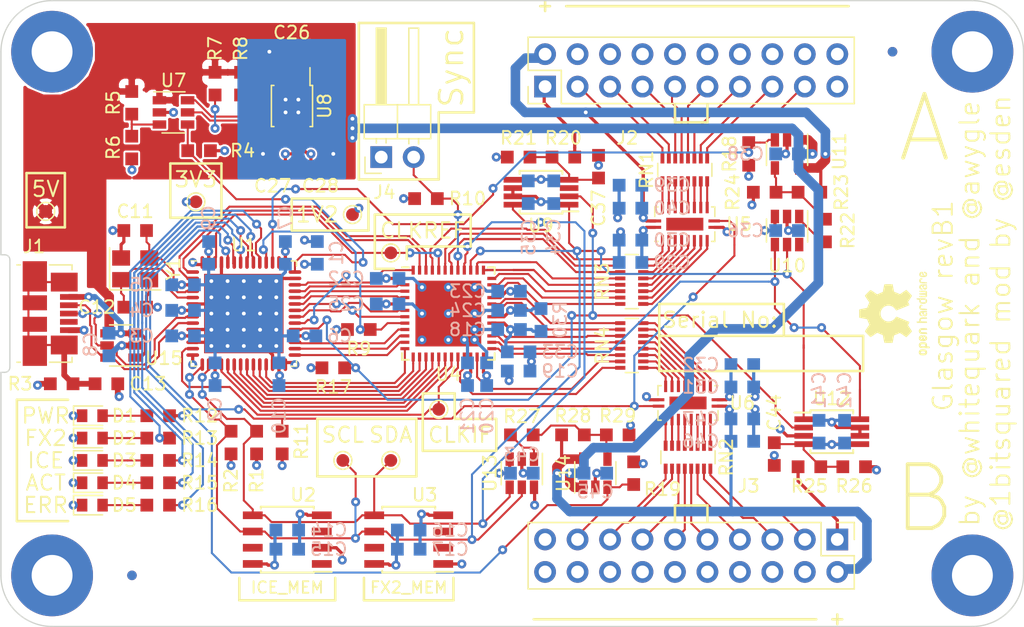
<source format=kicad_pcb>
(kicad_pcb (version 20171130) (host pcbnew 5.0.1-33cea8e~68~ubuntu18.04.1)
  (title_block (title "Glasgow Debug Tool") (rev B1) (company "whitequark research") (comment 1 "by @whitequark & @awygle") (comment 2 "modified by @esden (@1bitsquared)"))
  (layers (0 F.Cu signal) (1 In1.Cu power) (2 In2.Cu power) (31 B.Cu signal) (34 B.Paste user) (35 F.Paste user) (36 B.SilkS user) (37 F.SilkS user) (38 B.Mask user hide) (39 F.Mask user hide) (44 Edge.Cuts user))
  (net 0 "")
  (net 1 /SDA)
  (net 2 +3V3)
  (net 3 GND)
  (net 4 /SCL)
  (net 5 "Net-(U3-Pad2)")
  (net 6 "Net-(U3-Pad3)")
  (net 7 "Net-(U3-Pad7)")
  (net 8 "Net-(U2-Pad7)")
  (net 9 "Net-(U2-Pad3)")
  (net 10 "Net-(U2-Pad1)")
  (net 11 +5V)
  (net 12 "Net-(J1-Pad4)")
  (net 13 /~CY_RESET)
  (net 14 /SHLD)
  (net 15 /USB_P)
  (net 16 /XTALOUT)
  (net 17 /XTALIN)
  (net 18 /USB_N)
  (net 19 /D0)
  (net 20 /D1)
  (net 21 /D2)
  (net 22 /D3)
  (net 23 /D4)
  (net 24 /D5)
  (net 25 /D6)
  (net 26 /D7)
  (net 27 /FLAGA)
  (net 28 /FLAGB)
  (net 29 /FLAGC)
  (net 30 /OE)
  (net 31 /A0)
  (net 32 /A1)
  (net 33 /PKTEND)
  (net 34 "Net-(J2-Pad19)")
  (net 35 "Net-(U6-Pad21)")
  (net 36 "Net-(U5-Pad21)")
  (net 37 /FPGA_DONE)
  (net 38 /~FPGA_RESET)
  (net 39 "Net-(J3-Pad19)")
  (net 40 /QB0)
  (net 41 /QB1)
  (net 42 /QB2)
  (net 43 /QB3)
  (net 44 /QB4)
  (net 45 /QB5)
  (net 46 /QB6)
  (net 47 /QB7)
  (net 48 /QA7)
  (net 49 /QA6)
  (net 50 /QA5)
  (net 51 /QA4)
  (net 52 /QA3)
  (net 53 /QA2)
  (net 54 /QA1)
  (net 55 /QA0)
  (net 56 /VCCPLL)
  (net 57 /IOBufferB/Y0)
  (net 58 /IOBufferB/Y1)
  (net 59 /IOBufferB/Y2)
  (net 60 /IOBufferB/Y3)
  (net 61 /IOBufferB/Y4)
  (net 62 /IOBufferB/Y5)
  (net 63 /IOBufferB/Y6)
  (net 64 /IOBufferB/Y7)
  (net 65 /IOBufferA/Y7)
  (net 66 /IOBufferA/Y6)
  (net 67 /IOBufferA/Y5)
  (net 68 /IOBufferA/Y4)
  (net 69 /IOBufferA/Y3)
  (net 70 /IOBufferA/Y2)
  (net 71 /IOBufferA/Y1)
  (net 72 /IOBufferA/Y0)
  (net 73 +1V2)
  (net 74 /1V2EN)
  (net 75 /3V3EN)
  (net 76 "Net-(U8-Pad3)")
  (net 77 "Net-(U8-Pad6)")
  (net 78 /PGOOD)
  (net 79 /CLKIF)
  (net 80 /FLAGD)
  (net 81 /VUSB)
  (net 82 /~SYNC)
  (net 83 /LED_CY)
  (net 84 "Net-(D2-Pad2)")
  (net 85 "Net-(D5-Pad2)")
  (net 86 /LED_ERR)
  (net 87 /LED_ACT)
  (net 88 "Net-(D4-Pad2)")
  (net 89 "Net-(D3-Pad2)")
  (net 90 /LED_FPGA)
  (net 91 "Net-(D1-Pad2)")
  (net 92 /~OEQ)
  (net 93 /~ALERT)
  (net 94 "Net-(R27-Pad1)")
  (net 95 "Net-(R22-Pad1)")
  (net 96 /IOBufferA/ADRDAC)
  (net 97 /IOBufferA/ADRADC)
  (net 98 /IOBufferA/VFB)
  (net 99 /IOBufferB/VSAMP)
  (net 100 /IOBufferB/VFB)
  (net 101 /IOBufferA/VSAMP)
  (net 102 /CLKREF)
  (net 103 /IOBufferA/VIO)
  (net 104 /IOBufferB/VSENSE)
  (net 105 /IOBufferB/VIO)
  (net 106 /IOBufferA/VSENSE)
  (net 107 /ENVB)
  (net 108 /ENVA)
  (net 109 /WR)
  (net 110 /RD)
  (net 111 /IOBufferA/Z0)
  (net 112 /IOBufferA/Z7)
  (net 113 /IOBufferA/Z1)
  (net 114 /IOBufferA/Z2)
  (net 115 /IOBufferA/Z3)
  (net 116 /IOBufferA/Z5)
  (net 117 /IOBufferA/Z4)
  (net 118 /IOBufferA/Z6)
  (net 119 /IOBufferB/Z6)
  (net 120 /IOBufferB/Z4)
  (net 121 /IOBufferB/Z5)
  (net 122 /IOBufferB/Z3)
  (net 123 /IOBufferB/Z2)
  (net 124 /IOBufferB/Z1)
  (net 125 /IOBufferB/Z7)
  (net 126 /IOBufferB/Z0)
  (net 127 /IOBufferB/X0)
  (net 128 /IOBufferB/X7)
  (net 129 /IOBufferB/X1)
  (net 130 /IOBufferB/X2)
  (net 131 /IOBufferB/X3)
  (net 132 /IOBufferB/X5)
  (net 133 /IOBufferB/X4)
  (net 134 /IOBufferB/X6)
  (net 135 /IOBufferA/X6)
  (net 136 /IOBufferA/X4)
  (net 137 /IOBufferA/X5)
  (net 138 /IOBufferA/X3)
  (net 139 /IOBufferA/X2)
  (net 140 /IOBufferA/X1)
  (net 141 /IOBufferA/X7)
  (net 142 /IOBufferA/X0)
  (module Package_DFN_QFN:Cypress_QFN-56-1EP_8x8mm_P0.5mm_EP6.22x6.22mm_ThermalVias (layer F.Cu) (at 69 95.5)
    (fp_text reference U1 (at 0 -5.395) (layer F.SilkS))
    (fp_text value CY7C68013A-56LTX)
    (pad 57 smd rect (at 0 0) (size 6.1 6.1) (layers B.Cu) (net 3 GND))
    (pad 57 thru_hole circle (at -2.54 2.54) (size 0.6 0.6) (drill 0.3) (layers *.Cu) (net 3 GND))
    (pad 57 thru_hole circle (at -1.27 2.54) (size 0.6 0.6) (drill 0.3) (layers *.Cu) (net 3 GND))
    (pad 57 thru_hole circle (at 0 2.54) (size 0.6 0.6) (drill 0.3) (layers *.Cu) (net 3 GND))
    (pad 57 thru_hole circle (at 1.27 2.54) (size 0.6 0.6) (drill 0.3) (layers *.Cu) (net 3 GND))
    (pad 57 thru_hole circle (at 2.54 2.54) (size 0.6 0.6) (drill 0.3) (layers *.Cu) (net 3 GND))
    (pad 57 thru_hole circle (at 2.54 1.27) (size 0.6 0.6) (drill 0.3) (layers *.Cu) (net 3 GND))
    (pad 57 thru_hole circle (at 1.27 1.27) (size 0.6 0.6) (drill 0.3) (layers *.Cu) (net 3 GND))
    (pad 57 thru_hole circle (at 0 1.27) (size 0.6 0.6) (drill 0.3) (layers *.Cu) (net 3 GND))
    (pad 57 thru_hole circle (at -1.27 1.27) (size 0.6 0.6) (drill 0.3) (layers *.Cu) (net 3 GND))
    (pad 57 thru_hole circle (at -2.54 1.27) (size 0.6 0.6) (drill 0.3) (layers *.Cu) (net 3 GND))
    (pad 57 thru_hole circle (at -2.54 -2.54) (size 0.6 0.6) (drill 0.3) (layers *.Cu) (net 3 GND))
    (pad 57 thru_hole circle (at -1.27 -2.54) (size 0.6 0.6) (drill 0.3) (layers *.Cu) (net 3 GND))
    (pad 57 thru_hole circle (at 0 -2.54) (size 0.6 0.6) (drill 0.3) (layers *.Cu) (net 3 GND))
    (pad 57 thru_hole circle (at 1.27 -2.54) (size 0.6 0.6) (drill 0.3) (layers *.Cu) (net 3 GND))
    (pad 57 thru_hole circle (at 2.54 -2.54) (size 0.6 0.6) (drill 0.3) (layers *.Cu) (net 3 GND))
    (pad 57 thru_hole circle (at 2.54 -1.27) (size 0.6 0.6) (drill 0.3) (layers *.Cu) (net 3 GND))
    (pad 57 thru_hole circle (at 1.27 -1.27) (size 0.6 0.6) (drill 0.3) (layers *.Cu) (net 3 GND))
    (pad 57 thru_hole circle (at 0 -1.27) (size 0.6 0.6) (drill 0.3) (layers *.Cu) (net 3 GND))
    (pad 57 thru_hole circle (at -1.27 -1.27) (size 0.6 0.6) (drill 0.3) (layers *.Cu) (net 3 GND))
    (pad 57 thru_hole circle (at -2.54 -1.27) (size 0.6 0.6) (drill 0.3) (layers *.Cu) (net 3 GND))
    (pad 57 thru_hole circle (at -2.54 0) (size 0.6 0.6) (drill 0.3) (layers *.Cu) (net 3 GND))
    (pad 57 thru_hole circle (at -1.27 0) (size 0.6 0.6) (drill 0.3) (layers *.Cu) (net 3 GND))
    (pad 57 thru_hole circle (at 2.54 0) (size 0.6 0.6) (drill 0.3) (layers *.Cu) (net 3 GND))
    (pad 57 thru_hole circle (at 1.27 0) (size 0.6 0.6) (drill 0.3) (layers *.Cu) (net 3 GND))
    (pad 57 thru_hole circle (at 0 0) (size 0.6 0.6) (drill 0.3) (layers *.Cu) (net 3 GND))
    (pad 57 smd rect (at 0 0) (size 6.22 6.22) (layers F.Cu) (net 3 GND))
    (pad 56 smd oval (at -3.25 -4) (size 0.28 1) (layers F.Cu F.Paste F.Mask) (net 3 GND))
    (pad 55 smd oval (at -2.75 -4) (size 0.28 1) (layers F.Cu F.Paste F.Mask) (net 2 +3V3))
    (pad 54 smd oval (at -2.25 -4) (size 0.28 1) (layers F.Cu F.Paste F.Mask) (net 102 /CLKREF))
    (pad 53 smd oval (at -1.75 -4) (size 0.28 1) (layers F.Cu F.Paste F.Mask) (net 3 GND))
    (pad 52 smd oval (at -1.25 -4) (size 0.28 1) (layers F.Cu F.Paste F.Mask) (net 92 /~OEQ))
    (pad 51 smd oval (at -0.75 -4) (size 0.28 1) (layers F.Cu F.Paste F.Mask) (net 107 /ENVB))
    (pad 50 smd oval (at -0.25 -4) (size 0.28 1) (layers F.Cu F.Paste F.Mask) (net 86 /LED_ERR))
    (pad 49 smd oval (at 0.25 -4) (size 0.28 1) (layers F.Cu F.Paste F.Mask) (net 87 /LED_ACT))
    (pad 48 smd oval (at 0.75 -4) (size 0.28 1) (layers F.Cu F.Paste F.Mask) (net 90 /LED_FPGA))
    (pad 47 smd oval (at 1.25 -4) (size 0.28 1) (layers F.Cu F.Paste F.Mask) (net 83 /LED_CY))
    (pad 46 smd oval (at 1.75 -4) (size 0.28 1) (layers F.Cu F.Paste F.Mask) (net 38 /~FPGA_RESET))
    (pad 45 smd oval (at 2.25 -4) (size 0.28 1) (layers F.Cu F.Paste F.Mask) (net 108 /ENVA))
    (pad 44 smd oval (at 2.75 -4) (size 0.28 1) (layers F.Cu F.Paste F.Mask) (net 2 +3V3))
    (pad 43 smd oval (at 3.25 -4) (size 0.28 1) (layers F.Cu F.Paste F.Mask) (net 2 +3V3))
    (pad 42 smd oval (at 4 -3.25) (size 1 0.28) (layers F.Cu F.Paste F.Mask) (net 13 /~CY_RESET))
    (pad 41 smd oval (at 4 -2.75) (size 1 0.28) (layers F.Cu F.Paste F.Mask) (net 3 GND))
    (pad 40 smd oval (at 4 -2.25) (size 1 0.28) (layers F.Cu F.Paste F.Mask) (net 80 /FLAGD))
    (pad 39 smd oval (at 4 -1.75) (size 1 0.28) (layers F.Cu F.Paste F.Mask) (net 33 /PKTEND))
    (pad 38 smd oval (at 4 -1.25) (size 1 0.28) (layers F.Cu F.Paste F.Mask) (net 32 /A1))
    (pad 37 smd oval (at 4 -0.75) (size 1 0.28) (layers F.Cu F.Paste F.Mask) (net 31 /A0))
    (pad 36 smd oval (at 4 -0.25) (size 1 0.28) (layers F.Cu F.Paste F.Mask) (net 37 /FPGA_DONE))
    (pad 35 smd oval (at 4 0.25) (size 1 0.28) (layers F.Cu F.Paste F.Mask) (net 30 /OE))
    (pad 34 smd oval (at 4 0.75) (size 1 0.28) (layers F.Cu F.Paste F.Mask) (net 80 /FLAGD))
    (pad 33 smd oval (at 4 1.25) (size 1 0.28) (layers F.Cu F.Paste F.Mask) (net 93 /~ALERT))
    (pad 32 smd oval (at 4 1.75) (size 1 0.28) (layers F.Cu F.Paste F.Mask) (net 2 +3V3))
    (pad 31 smd oval (at 4 2.25) (size 1 0.28) (layers F.Cu F.Paste F.Mask) (net 29 /FLAGC))
    (pad 30 smd oval (at 4 2.75) (size 1 0.28) (layers F.Cu F.Paste F.Mask) (net 28 /FLAGB))
    (pad 29 smd oval (at 4 3.25) (size 1 0.28) (layers F.Cu F.Paste F.Mask) (net 27 /FLAGA))
    (pad 28 smd oval (at 3.25 4) (size 0.28 1) (layers F.Cu F.Paste F.Mask) (net 3 GND))
    (pad 27 smd oval (at 2.75 4) (size 0.28 1) (layers F.Cu F.Paste F.Mask) (net 2 +3V3))
    (pad 26 smd oval (at 2.25 4) (size 0.28 1) (layers F.Cu F.Paste F.Mask) (net 3 GND))
    (pad 25 smd oval (at 1.75 4) (size 0.28 1) (layers F.Cu F.Paste F.Mask) (net 26 /D7))
    (pad 24 smd oval (at 1.25 4) (size 0.28 1) (layers F.Cu F.Paste F.Mask) (net 25 /D6))
    (pad 23 smd oval (at 0.75 4) (size 0.28 1) (layers F.Cu F.Paste F.Mask) (net 24 /D5))
    (pad 22 smd oval (at 0.25 4) (size 0.28 1) (layers F.Cu F.Paste F.Mask) (net 23 /D4))
    (pad 21 smd oval (at -0.25 4) (size 0.28 1) (layers F.Cu F.Paste F.Mask) (net 22 /D3))
    (pad 20 smd oval (at -0.75 4) (size 0.28 1) (layers F.Cu F.Paste F.Mask) (net 21 /D2))
    (pad 19 smd oval (at -1.25 4) (size 0.28 1) (layers F.Cu F.Paste F.Mask) (net 20 /D1))
    (pad 18 smd oval (at -1.75 4) (size 0.28 1) (layers F.Cu F.Paste F.Mask) (net 19 /D0))
    (pad 17 smd oval (at -2.25 4) (size 0.28 1) (layers F.Cu F.Paste F.Mask) (net 2 +3V3))
    (pad 16 smd oval (at -2.75 4) (size 0.28 1) (layers F.Cu F.Paste F.Mask) (net 1 /SDA))
    (pad 15 smd oval (at -3.25 4) (size 0.28 1) (layers F.Cu F.Paste F.Mask) (net 4 /SCL))
    (pad 14 smd oval (at -4 3.25) (size 1 0.28) (layers F.Cu F.Paste F.Mask) (net 3 GND))
    (pad 13 smd oval (at -4 2.75) (size 1 0.28) (layers F.Cu F.Paste F.Mask) (net 79 /CLKIF))
    (pad 12 smd oval (at -4 2.25) (size 1 0.28) (layers F.Cu F.Paste F.Mask) (net 3 GND))
    (pad 11 smd oval (at -4 1.75) (size 1 0.28) (layers F.Cu F.Paste F.Mask) (net 2 +3V3))
    (pad 10 smd oval (at -4 1.25) (size 1 0.28) (layers F.Cu F.Paste F.Mask) (net 3 GND))
    (pad 9 smd oval (at -4 0.75) (size 1 0.28) (layers F.Cu F.Paste F.Mask) (net 18 /USB_N))
    (pad 8 smd oval (at -4 0.25) (size 1 0.28) (layers F.Cu F.Paste F.Mask) (net 15 /USB_P))
    (pad 7 smd oval (at -4 -0.25) (size 1 0.28) (layers F.Cu F.Paste F.Mask) (net 2 +3V3))
    (pad 6 smd oval (at -4 -0.75) (size 1 0.28) (layers F.Cu F.Paste F.Mask) (net 3 GND))
    (pad 5 smd oval (at -4 -1.25) (size 1 0.28) (layers F.Cu F.Paste F.Mask) (net 17 /XTALIN))
    (pad 4 smd oval (at -4 -1.75) (size 1 0.28) (layers F.Cu F.Paste F.Mask) (net 16 /XTALOUT))
    (pad 3 smd oval (at -4 -2.25) (size 1 0.28) (layers F.Cu F.Paste F.Mask) (net 2 +3V3))
    (pad 2 smd oval (at -4 -2.75) (size 1 0.28) (layers F.Cu F.Paste F.Mask) (net 109 /WR))
    (pad 1 smd oval (at -4 -3.25) (size 1 0.28) (layers F.Cu F.Paste F.Mask) (net 110 /RD))
  )
  (module Resistor_SMD:R_Array_Convex_8x0602 (layer F.Cu) (at 99.35 93)
    (fp_text reference RN3 (at -2.3 0 90) (layer F.SilkS))
    (fp_text value R_Pack08 hide)
    (pad 10 smd rect (at 0.9 1.25) (size 0.8 0.3) (layers F.Cu F.Paste F.Mask) (net 135 /IOBufferA/X6))
    (pad 12 smd rect (at 0.9 0.25) (size 0.8 0.3) (layers F.Cu F.Paste F.Mask) (net 136 /IOBufferA/X4))
    (pad 11 smd rect (at 0.9 0.75) (size 0.8 0.3) (layers F.Cu F.Paste F.Mask) (net 137 /IOBufferA/X5))
    (pad 13 smd rect (at 0.9 -0.25) (size 0.8 0.3) (layers F.Cu F.Paste F.Mask) (net 138 /IOBufferA/X3))
    (pad 14 smd rect (at 0.9 -0.75) (size 0.8 0.3) (layers F.Cu F.Paste F.Mask) (net 139 /IOBufferA/X2))
    (pad 15 smd rect (at 0.9 -1.25) (size 0.8 0.3) (layers F.Cu F.Paste F.Mask) (net 140 /IOBufferA/X1))
    (pad 7 smd rect (at -0.9 1.25) (size 0.8 0.3) (layers F.Cu F.Paste F.Mask) (net 49 /QA6))
    (pad 6 smd rect (at -0.9 0.75) (size 0.8 0.3) (layers F.Cu F.Paste F.Mask) (net 50 /QA5))
    (pad 5 smd rect (at -0.9 0.25) (size 0.8 0.3) (layers F.Cu F.Paste F.Mask) (net 51 /QA4))
    (pad 4 smd rect (at -0.9 -0.25) (size 0.8 0.3) (layers F.Cu F.Paste F.Mask) (net 52 /QA3))
    (pad 3 smd rect (at -0.9 -0.75) (size 0.8 0.3) (layers F.Cu F.Paste F.Mask) (net 53 /QA2))
    (pad 2 smd rect (at -0.9 -1.25) (size 0.8 0.3) (layers F.Cu F.Paste F.Mask) (net 54 /QA1))
    (pad 9 smd rect (at 0.9 1.75) (size 0.8 0.3) (layers F.Cu F.Paste F.Mask) (net 141 /IOBufferA/X7))
    (pad 8 smd rect (at -0.9 1.75) (size 0.8 0.3) (layers F.Cu F.Paste F.Mask) (net 48 /QA7))
    (pad 16 smd rect (at 0.9 -1.75) (size 0.8 0.3) (layers F.Cu F.Paste F.Mask) (net 142 /IOBufferA/X0))
    (pad 1 smd rect (at -0.9 -1.75) (size 0.8 0.3) (layers F.Cu F.Paste F.Mask) (net 55 /QA0))
  )
  (module Resistor_SMD:R_Array_Convex_8x0602 (layer F.Cu) (at 99.35 98)
    (fp_text reference RN4 (at -2.3 0 90) (layer F.SilkS))
    (fp_text value R_Pack08 hide)
    (pad 1 smd rect (at -0.9 -1.75) (size 0.8 0.3) (layers F.Cu F.Paste F.Mask) (net 40 /QB0))
    (pad 16 smd rect (at 0.9 -1.75) (size 0.8 0.3) (layers F.Cu F.Paste F.Mask) (net 127 /IOBufferB/X0))
    (pad 8 smd rect (at -0.9 1.75) (size 0.8 0.3) (layers F.Cu F.Paste F.Mask) (net 47 /QB7))
    (pad 9 smd rect (at 0.9 1.75) (size 0.8 0.3) (layers F.Cu F.Paste F.Mask) (net 128 /IOBufferB/X7))
    (pad 2 smd rect (at -0.9 -1.25) (size 0.8 0.3) (layers F.Cu F.Paste F.Mask) (net 41 /QB1))
    (pad 3 smd rect (at -0.9 -0.75) (size 0.8 0.3) (layers F.Cu F.Paste F.Mask) (net 42 /QB2))
    (pad 4 smd rect (at -0.9 -0.25) (size 0.8 0.3) (layers F.Cu F.Paste F.Mask) (net 43 /QB3))
    (pad 5 smd rect (at -0.9 0.25) (size 0.8 0.3) (layers F.Cu F.Paste F.Mask) (net 44 /QB4))
    (pad 6 smd rect (at -0.9 0.75) (size 0.8 0.3) (layers F.Cu F.Paste F.Mask) (net 45 /QB5))
    (pad 7 smd rect (at -0.9 1.25) (size 0.8 0.3) (layers F.Cu F.Paste F.Mask) (net 46 /QB6))
    (pad 15 smd rect (at 0.9 -1.25) (size 0.8 0.3) (layers F.Cu F.Paste F.Mask) (net 129 /IOBufferB/X1))
    (pad 14 smd rect (at 0.9 -0.75) (size 0.8 0.3) (layers F.Cu F.Paste F.Mask) (net 130 /IOBufferB/X2))
    (pad 13 smd rect (at 0.9 -0.25) (size 0.8 0.3) (layers F.Cu F.Paste F.Mask) (net 131 /IOBufferB/X3))
    (pad 11 smd rect (at 0.9 0.75) (size 0.8 0.3) (layers F.Cu F.Paste F.Mask) (net 132 /IOBufferB/X5))
    (pad 12 smd rect (at 0.9 0.25) (size 0.8 0.3) (layers F.Cu F.Paste F.Mask) (net 133 /IOBufferB/X4))
    (pad 10 smd rect (at 0.9 1.25) (size 0.8 0.3) (layers F.Cu F.Paste F.Mask) (net 134 /IOBufferB/X6))
  )
  (module Capacitor_SMD:C_0603_1608Metric_Pad0.99x1.00mm_HandSolder (layer B.Cu) (at 58.45 97.925 270)
    (fp_text reference C8 (at 0 1.45 270) (layer B.SilkS) (effects (justify mirror)))
    (fp_text value u1)
    (pad 1 smd rect (at -0.8875 0 270) (size 0.995 1) (layers B.Cu B.Paste B.Mask) (net 81 /VUSB))
    (pad 2 smd rect (at 0.8875 0 270) (size 0.995 1) (layers B.Cu B.Paste B.Mask) (net 3 GND))
  )
  (module Package_TO_SOT_SMD:SOT-23-6 (layer F.Cu) (at 59.4 98 180)
    (fp_text reference U15 (at -3.35 -1 180) (layer F.SilkS))
    (fp_text value TPD3S014)
    (pad 5 smd rect (at 1.1 0 180) (size 1.06 0.65) (layers F.Cu F.Paste F.Mask) (net 15 /USB_P))
    (pad 6 smd rect (at 1.1 -0.95 180) (size 1.06 0.65) (layers F.Cu F.Paste F.Mask) (net 18 /USB_N))
    (pad 4 smd rect (at 1.1 0.95 180) (size 1.06 0.65) (layers F.Cu F.Paste F.Mask) (net 11 +5V))
    (pad 3 smd rect (at -1.1 0.95 180) (size 1.06 0.65) (layers F.Cu F.Paste F.Mask) (net 81 /VUSB))
    (pad 2 smd rect (at -1.1 0 180) (size 1.06 0.65) (layers F.Cu F.Paste F.Mask) (net 3 GND))
    (pad 1 smd rect (at -1.1 -0.95 180) (size 1.06 0.65) (layers F.Cu F.Paste F.Mask) (net 81 /VUSB))
  )
  (module Fiducial:Fiducial_0.75mm_Dia_1.5mm_Outer (layer B.Cu) (at 119.75 75)
    (fp_text reference FID4 hide)
    (fp_text value Fiducial_0.75mm_Dia_1.5mm_Outer hide)
    (pad ~ smd circle (at 0 0) (size 0.75 0.75) (layers B.Cu B.Mask) (clearance 0.375))
  )
  (module Fiducial:Fiducial_0.75mm_Dia_1.5mm_Outer (layer B.Cu) (at 60.25 116)
    (fp_text reference FID1 hide)
    (fp_text value Fiducial_0.75mm_Dia_1.5mm_Outer hide)
    (pad ~ smd circle (at 0 0) (size 0.75 0.75) (layers B.Cu B.Mask) (clearance 0.375))
  )
  (module Fiducial:Fiducial_0.75mm_Dia_1.5mm_Outer (layer F.Cu) (at 119.75 75)
    (fp_text reference FID2 hide)
    (fp_text value Fiducial_0.75mm_Dia_1.5mm_Outer hide)
    (pad ~ smd circle (at 0 0) (size 0.75 0.75) (layers F.Cu F.Mask) (clearance 0.375))
  )
  (module Fiducial:Fiducial_0.75mm_Dia_1.5mm_Outer (layer F.Cu) (at 60.25 116)
    (fp_text reference FID1 hide)
    (fp_text value Fiducial_0.75mm_Dia_1.5mm_Outer hide)
    (pad ~ smd circle (at 0 0) (size 0.75 0.75) (layers F.Cu F.Mask) (clearance 0.375))
  )
  (module Package_SO:MSOP-8-1EP_3x3mm_P0.65mm_EP2.54x2.8mm_ThermalVias (layer F.Cu) (at 72.766581 79.25 270)
    (fp_text reference U8 (at 0 -2.55 270) (layer F.SilkS))
    (fp_text value MIC5355-S4YMME)
    (pad 8 smd rect (at 2.4 -0.975 270) (size 1.26 0.4) (layers F.Cu F.Paste F.Mask) (net 2 +3V3))
    (pad 9 smd rect (at 0 0 270) (size 2.54 2.8) (layers F.Cu F.Mask) (net 3 GND))
    (pad 7 smd rect (at 2.4 -0.325 270) (size 1.26 0.4) (layers F.Cu F.Paste F.Mask) (net 73 +1V2))
    (pad 3 smd rect (at -2.4 0.325 270) (size 1.26 0.4) (layers F.Cu F.Paste F.Mask) (net 76 "Net-(U8-Pad3)"))
    (pad 2 smd rect (at -2.4 -0.325 270) (size 1.26 0.4) (layers F.Cu F.Paste F.Mask) (net 3 GND))
    (pad 6 smd rect (at 2.4 0.325 270) (size 1.26 0.4) (layers F.Cu F.Paste F.Mask) (net 77 "Net-(U8-Pad6)"))
    (pad 4 smd rect (at -2.4 0.975 270) (size 1.26 0.4) (layers F.Cu F.Paste F.Mask) (net 74 /1V2EN))
    (pad 1 smd rect (at -2.4 -0.975 270) (size 1.26 0.4) (layers F.Cu F.Paste F.Mask) (net 11 +5V))
    (pad 5 smd rect (at 2.4 0.975 270) (size 1.26 0.4) (layers F.Cu F.Paste F.Mask) (net 75 /3V3EN))
    (pad 9 thru_hole circle (at 0.5 -0.5 270) (size 0.6 0.6) (drill 0.3) (layers *.Cu *.Mask) (net 3 GND))
    (pad 9 thru_hole circle (at 0.5 0.5 270) (size 0.6 0.6) (drill 0.3) (layers *.Cu *.Mask) (net 3 GND))
    (pad 9 thru_hole circle (at -0.5 0.5 270) (size 0.6 0.6) (drill 0.3) (layers *.Cu *.Mask) (net 3 GND))
    (pad 9 thru_hole circle (at -0.5 -0.5 270) (size 0.6 0.6) (drill 0.3) (layers *.Cu *.Mask) (net 3 GND))
    (pad 9 smd rect (at 0 0 270) (size 2.54 2.8) (layers B.Cu) (net 3 GND))
  )
  (module Resistor_SMD:R_Array_Convex_8x0602 (layer F.Cu) (at 103.75 106.75 270)
    (fp_text reference RN2 (at 0 -3 270) (layer F.SilkS))
    (fp_text value R_Pack08 hide)
    (pad 10 smd rect (at 0.9 1.25 270) (size 0.8 0.3) (layers F.Cu F.Paste F.Mask) (net 119 /IOBufferB/Z6))
    (pad 12 smd rect (at 0.9 0.25 270) (size 0.8 0.3) (layers F.Cu F.Paste F.Mask) (net 120 /IOBufferB/Z4))
    (pad 11 smd rect (at 0.9 0.75 270) (size 0.8 0.3) (layers F.Cu F.Paste F.Mask) (net 121 /IOBufferB/Z5))
    (pad 13 smd rect (at 0.9 -0.25 270) (size 0.8 0.3) (layers F.Cu F.Paste F.Mask) (net 122 /IOBufferB/Z3))
    (pad 14 smd rect (at 0.9 -0.75 270) (size 0.8 0.3) (layers F.Cu F.Paste F.Mask) (net 123 /IOBufferB/Z2))
    (pad 15 smd rect (at 0.9 -1.25 270) (size 0.8 0.3) (layers F.Cu F.Paste F.Mask) (net 124 /IOBufferB/Z1))
    (pad 7 smd rect (at -0.9 1.25 270) (size 0.8 0.3) (layers F.Cu F.Paste F.Mask) (net 63 /IOBufferB/Y6))
    (pad 6 smd rect (at -0.9 0.75 270) (size 0.8 0.3) (layers F.Cu F.Paste F.Mask) (net 62 /IOBufferB/Y5))
    (pad 5 smd rect (at -0.9 0.25 270) (size 0.8 0.3) (layers F.Cu F.Paste F.Mask) (net 61 /IOBufferB/Y4))
    (pad 4 smd rect (at -0.9 -0.25 270) (size 0.8 0.3) (layers F.Cu F.Paste F.Mask) (net 60 /IOBufferB/Y3))
    (pad 3 smd rect (at -0.9 -0.75 270) (size 0.8 0.3) (layers F.Cu F.Paste F.Mask) (net 59 /IOBufferB/Y2))
    (pad 2 smd rect (at -0.9 -1.25 270) (size 0.8 0.3) (layers F.Cu F.Paste F.Mask) (net 58 /IOBufferB/Y1))
    (pad 9 smd rect (at 0.9 1.75 270) (size 0.8 0.3) (layers F.Cu F.Paste F.Mask) (net 125 /IOBufferB/Z7))
    (pad 8 smd rect (at -0.9 1.75 270) (size 0.8 0.3) (layers F.Cu F.Paste F.Mask) (net 64 /IOBufferB/Y7))
    (pad 16 smd rect (at 0.9 -1.75 270) (size 0.8 0.3) (layers F.Cu F.Paste F.Mask) (net 126 /IOBufferB/Z0))
    (pad 1 smd rect (at -0.9 -1.75 270) (size 0.8 0.3) (layers F.Cu F.Paste F.Mask) (net 57 /IOBufferB/Y0))
  )
  (module Resistor_SMD:R_Array_Convex_8x0602 (layer F.Cu) (at 103.5 84.25 90)
    (fp_text reference RN1 (at 0 -3 90) (layer F.SilkS))
    (fp_text value R_Pack08 hide)
    (pad 1 smd rect (at -0.9 -1.75 90) (size 0.8 0.3) (layers F.Cu F.Paste F.Mask) (net 72 /IOBufferA/Y0))
    (pad 16 smd rect (at 0.9 -1.75 90) (size 0.8 0.3) (layers F.Cu F.Paste F.Mask) (net 111 /IOBufferA/Z0))
    (pad 8 smd rect (at -0.9 1.75 90) (size 0.8 0.3) (layers F.Cu F.Paste F.Mask) (net 65 /IOBufferA/Y7))
    (pad 9 smd rect (at 0.9 1.75 90) (size 0.8 0.3) (layers F.Cu F.Paste F.Mask) (net 112 /IOBufferA/Z7))
    (pad 2 smd rect (at -0.9 -1.25 90) (size 0.8 0.3) (layers F.Cu F.Paste F.Mask) (net 71 /IOBufferA/Y1))
    (pad 3 smd rect (at -0.9 -0.75 90) (size 0.8 0.3) (layers F.Cu F.Paste F.Mask) (net 70 /IOBufferA/Y2))
    (pad 4 smd rect (at -0.9 -0.25 90) (size 0.8 0.3) (layers F.Cu F.Paste F.Mask) (net 69 /IOBufferA/Y3))
    (pad 5 smd rect (at -0.9 0.25 90) (size 0.8 0.3) (layers F.Cu F.Paste F.Mask) (net 68 /IOBufferA/Y4))
    (pad 6 smd rect (at -0.9 0.75 90) (size 0.8 0.3) (layers F.Cu F.Paste F.Mask) (net 67 /IOBufferA/Y5))
    (pad 7 smd rect (at -0.9 1.25 90) (size 0.8 0.3) (layers F.Cu F.Paste F.Mask) (net 66 /IOBufferA/Y6))
    (pad 15 smd rect (at 0.9 -1.25 90) (size 0.8 0.3) (layers F.Cu F.Paste F.Mask) (net 113 /IOBufferA/Z1))
    (pad 14 smd rect (at 0.9 -0.75 90) (size 0.8 0.3) (layers F.Cu F.Paste F.Mask) (net 114 /IOBufferA/Z2))
    (pad 13 smd rect (at 0.9 -0.25 90) (size 0.8 0.3) (layers F.Cu F.Paste F.Mask) (net 115 /IOBufferA/Z3))
    (pad 11 smd rect (at 0.9 0.75 90) (size 0.8 0.3) (layers F.Cu F.Paste F.Mask) (net 116 /IOBufferA/Z5))
    (pad 12 smd rect (at 0.9 0.25 90) (size 0.8 0.3) (layers F.Cu F.Paste F.Mask) (net 117 /IOBufferA/Z4))
    (pad 10 smd rect (at 0.9 1.25 90) (size 0.8 0.3) (layers F.Cu F.Paste F.Mask) (net 118 /IOBufferA/Z6))
  )
  (module TestPoint:TestPoint_Pad_D1.0mm (layer F.Cu) (at 84.25 103)
    (fp_text reference TP7 hide)
    (fp_text value 3V3)
    (pad 1 smd circle (at 0 0) (size 1 1) (layers F.Cu F.Mask) (net 79 /CLKIF))
  )
  (module Crystals:Crystal_SMD_3225-4pin_3.2x2.5mm (layer F.Cu) (at 60.5 92)
    (fp_text reference Y1 (at 3 0 90) (layer F.SilkS))
    (fp_text value 24M)
    (pad 4 smd rect (at -1.1 -0.85) (size 1.4 1.2) (layers F.Cu F.Paste F.Mask) (net 3 GND))
    (pad 3 smd rect (at 1.1 -0.85) (size 1.4 1.2) (layers F.Cu F.Paste F.Mask) (net 16 /XTALOUT))
    (pad 2 smd rect (at 1.1 0.85) (size 1.4 1.2) (layers F.Cu F.Paste F.Mask) (net 3 GND))
    (pad 1 smd rect (at -1.1 0.85) (size 1.4 1.2) (layers F.Cu F.Paste F.Mask) (net 17 /XTALIN))
  )
  (module LED_SMD:LED_0603_1608Metric_Pad0.82x1.00mm_HandSolder (layer F.Cu) (at 57.15 110.5)
    (fp_text reference D5 (at 2.5 0) (layer F.SilkS))
    (fp_text value RED)
    (pad 2 smd rect (at 0.8 0) (size 0.82 1) (layers F.Cu F.Paste F.Mask) (net 85 "Net-(D5-Pad2)"))
    (pad 1 smd rect (at -0.8 0) (size 0.82 1) (layers F.Cu F.Paste F.Mask) (net 3 GND))
  )
  (module LED_SMD:LED_0603_1608Metric_Pad0.82x1.00mm_HandSolder (layer F.Cu) (at 57.15 108.75)
    (fp_text reference D4 (at 2.5 0) (layer F.SilkS))
    (fp_text value YEL)
    (pad 2 smd rect (at 0.8 0) (size 0.82 1) (layers F.Cu F.Paste F.Mask) (net 88 "Net-(D4-Pad2)"))
    (pad 1 smd rect (at -0.8 0) (size 0.82 1) (layers F.Cu F.Paste F.Mask) (net 3 GND))
  )
  (module LED_SMD:LED_0603_1608Metric_Pad0.82x1.00mm_HandSolder (layer F.Cu) (at 57.15 107)
    (fp_text reference D3 (at 2.5 0) (layer F.SilkS))
    (fp_text value GRN)
    (pad 2 smd rect (at 0.8 0) (size 0.82 1) (layers F.Cu F.Paste F.Mask) (net 89 "Net-(D3-Pad2)"))
    (pad 1 smd rect (at -0.8 0) (size 0.82 1) (layers F.Cu F.Paste F.Mask) (net 3 GND))
  )
  (module LED_SMD:LED_0603_1608Metric_Pad0.82x1.00mm_HandSolder (layer F.Cu) (at 57.15 105.25)
    (fp_text reference D2 (at 2.5 0) (layer F.SilkS))
    (fp_text value GRN)
    (pad 2 smd rect (at 0.8 0) (size 0.82 1) (layers F.Cu F.Paste F.Mask) (net 84 "Net-(D2-Pad2)"))
    (pad 1 smd rect (at -0.8 0) (size 0.82 1) (layers F.Cu F.Paste F.Mask) (net 3 GND))
  )
  (module LED_SMD:LED_0603_1608Metric_Pad0.82x1.00mm_HandSolder (layer F.Cu) (at 57.15 103.5)
    (fp_text reference D1 (at 2.5 0) (layer F.SilkS))
    (fp_text value GRN)
    (pad 2 smd rect (at 0.8 0) (size 0.82 1) (layers F.Cu F.Paste F.Mask) (net 91 "Net-(D1-Pad2)"))
    (pad 1 smd rect (at -0.8 0) (size 0.82 1) (layers F.Cu F.Paste F.Mask) (net 3 GND))
  )
  (module TestPoint:TestPoint_Pad_D1.0mm (layer F.Cu) (at 80.5 90.75)
    (fp_text reference TP6 hide)
    (fp_text value CLKREF)
    (pad 1 smd circle (at 0 0) (size 1 1) (layers F.Cu F.Mask) (net 102 /CLKREF))
  )
  (module TestPoint:TestPoint_Pad_D1.0mm (layer F.Cu) (at 80.5 107)
    (fp_text reference TP4 hide)
    (fp_text value SDA)
    (pad 1 smd circle (at 0 0) (size 1 1) (layers F.Cu F.Mask) (net 1 /SDA))
  )
  (module TestPoint:TestPoint_Pad_D1.0mm (layer F.Cu) (at 76.75 107)
    (fp_text reference TP5 hide)
    (fp_text value SCL)
    (pad 1 smd circle (at 0 0) (size 1 1) (layers F.Cu F.Mask) (net 4 /SCL))
  )
  (module Capacitor_SMD:C_0603_1608Metric_Pad0.99x1.00mm_HandSolder (layer B.Cu) (at 99.25 89.75 180)
    (fp_text reference C30 (at -3.25 0 180) (layer B.SilkS) (effects (justify mirror)))
    (fp_text value u1)
    (pad 1 smd rect (at -0.8875 0 180) (size 0.995 1) (layers B.Cu B.Paste B.Mask) (net 2 +3V3))
    (pad 2 smd rect (at 0.8875 0 180) (size 0.995 1) (layers B.Cu B.Paste B.Mask) (net 3 GND))
  )
  (module Resistor_SMD:R_0603_1608Metric_Pad0.99x1.00mm_HandSolder (layer B.Cu) (at 92.25 96 90)
    (fp_text reference R30 (at 0 1.5 90) (layer B.SilkS) (effects (justify mirror)))
    (fp_text value 100)
    (pad 1 smd rect (at -0.8875 0 90) (size 0.995 1) (layers B.Cu B.Paste B.Mask) (net 56 /VCCPLL))
    (pad 2 smd rect (at 0.8875 0 90) (size 0.995 1) (layers B.Cu B.Paste B.Mask) (net 73 +1V2))
  )
  (module Capacitor_SMD:C_0603_1608Metric_Pad0.99x1.00mm_HandSolder (layer B.Cu) (at 93.25 86 270)
    (fp_text reference C34 (at 3.5 0 270) (layer B.SilkS) (effects (justify mirror)))
    (fp_text value 4u7)
    (pad 2 smd rect (at 0.8875 0 270) (size 0.995 1) (layers B.Cu B.Paste B.Mask) (net 3 GND))
    (pad 1 smd rect (at -0.8875 0 270) (size 0.995 1) (layers B.Cu B.Paste B.Mask) (net 2 +3V3))
  )
  (module Capacitor_SMD:C_0603_1608Metric_Pad0.99x1.00mm_HandSolder (layer B.Cu) (at 91.25 86 270)
    (fp_text reference C35 (at 3.531002 -0.037126 270) (layer B.SilkS) (effects (justify mirror)))
    (fp_text value u1)
    (pad 1 smd rect (at -0.8875 0 270) (size 0.995 1) (layers B.Cu B.Paste B.Mask) (net 2 +3V3))
    (pad 2 smd rect (at 0.8875 0 270) (size 0.995 1) (layers B.Cu B.Paste B.Mask) (net 3 GND))
  )
  (module Capacitor_SMD:C_0603_1608Metric_Pad0.99x1.00mm_HandSolder (layer B.Cu) (at 111.5 89 180)
    (fp_text reference C36 (at 3.25 0 180) (layer B.SilkS) (effects (justify mirror)))
    (fp_text value u1)
    (pad 2 smd rect (at 0.8875 0 180) (size 0.995 1) (layers B.Cu B.Paste B.Mask) (net 3 GND))
    (pad 1 smd rect (at -0.8875 0 180) (size 0.995 1) (layers B.Cu B.Paste B.Mask) (net 2 +3V3))
  )
  (module Capacitor_SMD:C_0603_1608Metric_Pad0.99x1.00mm_HandSolder (layer B.Cu) (at 111.5 83 180)
    (fp_text reference C38 (at 3.25 0 180) (layer B.SilkS) (effects (justify mirror)))
    (fp_text value u1)
    (pad 1 smd rect (at -0.8875 0 180) (size 0.995 1) (layers B.Cu B.Paste B.Mask) (net 11 +5V))
    (pad 2 smd rect (at 0.8875 0 180) (size 0.995 1) (layers B.Cu B.Paste B.Mask) (net 3 GND))
  )
  (module Capacitor_SMD:C_0603_1608Metric_Pad0.99x1.00mm_HandSolder (layer B.Cu) (at 108 103.75)
    (fp_text reference C47 (at -3.25 0) (layer B.SilkS) (effects (justify mirror)))
    (fp_text value u1)
    (pad 2 smd rect (at 0.8875 0) (size 0.995 1) (layers B.Cu B.Paste B.Mask) (net 3 GND))
    (pad 1 smd rect (at -0.8875 0) (size 0.995 1) (layers B.Cu B.Paste B.Mask) (net 105 /IOBufferB/VIO))
  )
  (module Capacitor_SMD:C_0603_1608Metric_Pad0.99x1.00mm_HandSolder (layer B.Cu) (at 108 105.5)
    (fp_text reference C46 (at -3.25 0) (layer B.SilkS) (effects (justify mirror)))
    (fp_text value 4u7)
    (pad 1 smd rect (at -0.8875 0) (size 0.995 1) (layers B.Cu B.Paste B.Mask) (net 105 /IOBufferB/VIO))
    (pad 2 smd rect (at 0.8875 0) (size 0.995 1) (layers B.Cu B.Paste B.Mask) (net 3 GND))
  )
  (module Capacitor_SMD:C_0603_1608Metric_Pad0.99x1.00mm_HandSolder (layer B.Cu) (at 96.5 108)
    (fp_text reference C45 (at 0 1.45) (layer B.SilkS) (effects (justify mirror)))
    (fp_text value u1)
    (pad 1 smd rect (at -0.8875 0) (size 0.995 1) (layers B.Cu B.Paste B.Mask) (net 11 +5V))
    (pad 2 smd rect (at 0.8875 0) (size 0.995 1) (layers B.Cu B.Paste B.Mask) (net 3 GND))
  )
  (module Capacitor_SMD:C_0603_1608Metric_Pad0.99x1.00mm_HandSolder (layer F.Cu) (at 110.5 106.5 270)
    (fp_text reference C44 (at -3.25 0 270) (layer F.SilkS))
    (fp_text value 12n)
    (pad 1 smd rect (at -0.8875 0 270) (size 0.995 1) (layers F.Cu F.Paste F.Mask) (net 99 /IOBufferB/VSAMP))
    (pad 2 smd rect (at 0.8875 0 270) (size 0.995 1) (layers F.Cu F.Paste F.Mask) (net 3 GND))
  )
  (module Capacitor_SMD:C_0603_1608Metric_Pad0.99x1.00mm_HandSolder (layer B.Cu) (at 90.75 108 180)
    (fp_text reference C43 (at 0 1.45 180) (layer B.SilkS) (effects (justify mirror)))
    (fp_text value u1)
    (pad 1 smd rect (at -0.8875 0 180) (size 0.995 1) (layers B.Cu B.Paste B.Mask) (net 2 +3V3))
    (pad 2 smd rect (at 0.8875 0 180) (size 0.995 1) (layers B.Cu B.Paste B.Mask) (net 3 GND))
  )
  (module Capacitor_SMD:C_0603_1608Metric_Pad0.99x1.00mm_HandSolder (layer B.Cu) (at 116 104.75 90)
    (fp_text reference C42 (at 3.25 0 90) (layer B.SilkS) (effects (justify mirror)))
    (fp_text value u1)
    (pad 1 smd rect (at -0.8875 0 90) (size 0.995 1) (layers B.Cu B.Paste B.Mask) (net 2 +3V3))
    (pad 2 smd rect (at 0.8875 0 90) (size 0.995 1) (layers B.Cu B.Paste B.Mask) (net 3 GND))
  )
  (module Capacitor_SMD:C_0603_1608Metric_Pad0.99x1.00mm_HandSolder (layer B.Cu) (at 114 104.75 90)
    (fp_text reference C41 (at 3.25 0 90) (layer B.SilkS) (effects (justify mirror)))
    (fp_text value 4u7)
    (pad 2 smd rect (at 0.8875 0 90) (size 0.995 1) (layers B.Cu B.Paste B.Mask) (net 3 GND))
    (pad 1 smd rect (at -0.8875 0 90) (size 0.995 1) (layers B.Cu B.Paste B.Mask) (net 2 +3V3))
  )
  (module Capacitor_SMD:C_0603_1608Metric_Pad0.99x1.00mm_HandSolder (layer B.Cu) (at 99.25 87.25 180)
    (fp_text reference C40 (at -3.25 0 180) (layer B.SilkS) (effects (justify mirror)))
    (fp_text value u1)
    (pad 1 smd rect (at -0.8875 0 180) (size 0.995 1) (layers B.Cu B.Paste B.Mask) (net 103 /IOBufferA/VIO))
    (pad 2 smd rect (at 0.8875 0 180) (size 0.995 1) (layers B.Cu B.Paste B.Mask) (net 3 GND))
  )
  (module Capacitor_SMD:C_0603_1608Metric_Pad0.99x1.00mm_HandSolder (layer F.Cu) (at 96.75 84 90)
    (fp_text reference C37 (at -3.25 0 90) (layer F.SilkS))
    (fp_text value 12n)
    (pad 2 smd rect (at 0.8875 0 90) (size 0.995 1) (layers F.Cu F.Paste F.Mask) (net 3 GND))
    (pad 1 smd rect (at -0.8875 0 90) (size 0.995 1) (layers F.Cu F.Paste F.Mask) (net 101 /IOBufferA/VSAMP))
  )
  (module Capacitor_SMD:C_0603_1608Metric_Pad0.99x1.00mm_HandSolder (layer B.Cu) (at 99.25 85.45 180)
    (fp_text reference C39 (at -3.25 0 180) (layer B.SilkS) (effects (justify mirror)))
    (fp_text value 4u7)
    (pad 1 smd rect (at -0.8875 0 180) (size 0.995 1) (layers B.Cu B.Paste B.Mask) (net 103 /IOBufferA/VIO))
    (pad 2 smd rect (at 0.8875 0 180) (size 0.995 1) (layers B.Cu B.Paste B.Mask) (net 3 GND))
  )
  (module Package_SO:MSOP-8_3x3mm_P0.65mm (layer F.Cu) (at 115 104.75)
    (fp_text reference U12 (at 0 -2.6) (layer F.SilkS))
    (fp_text value ADC081C021CIMM)
    (pad 8 smd rect (at 2.2 -0.975) (size 1.45 0.45) (layers F.Cu F.Paste F.Mask) (net 1 /SDA))
    (pad 7 smd rect (at 2.2 -0.325) (size 1.45 0.45) (layers F.Cu F.Paste F.Mask) (net 3 GND))
    (pad 6 smd rect (at 2.2 0.325) (size 1.45 0.45) (layers F.Cu F.Paste F.Mask) (net 3 GND))
    (pad 5 smd rect (at 2.2 0.975) (size 1.45 0.45) (layers F.Cu F.Paste F.Mask) (net 2 +3V3))
    (pad 4 smd rect (at -2.2 0.975) (size 1.45 0.45) (layers F.Cu F.Paste F.Mask) (net 99 /IOBufferB/VSAMP))
    (pad 3 smd rect (at -2.2 0.325) (size 1.45 0.45) (layers F.Cu F.Paste F.Mask) (net 3 GND))
    (pad 2 smd rect (at -2.2 -0.325) (size 1.45 0.45) (layers F.Cu F.Paste F.Mask) (net 93 /~ALERT))
    (pad 1 smd rect (at -2.2 -0.975) (size 1.45 0.45) (layers F.Cu F.Paste F.Mask) (net 4 /SCL))
  )
  (module Package_SO:MSOP-8_3x3mm_P0.65mm (layer F.Cu) (at 92.25 86 180)
    (fp_text reference U9 (at 0 -2.6 180) (layer F.SilkS))
    (fp_text value ADC081C021CIMM)
    (pad 1 smd rect (at -2.2 -0.975 180) (size 1.45 0.45) (layers F.Cu F.Paste F.Mask) (net 4 /SCL))
    (pad 2 smd rect (at -2.2 -0.325 180) (size 1.45 0.45) (layers F.Cu F.Paste F.Mask) (net 93 /~ALERT))
    (pad 3 smd rect (at -2.2 0.325 180) (size 1.45 0.45) (layers F.Cu F.Paste F.Mask) (net 97 /IOBufferA/ADRADC))
    (pad 4 smd rect (at -2.2 0.975 180) (size 1.45 0.45) (layers F.Cu F.Paste F.Mask) (net 101 /IOBufferA/VSAMP))
    (pad 5 smd rect (at 2.2 0.975 180) (size 1.45 0.45) (layers F.Cu F.Paste F.Mask) (net 2 +3V3))
    (pad 6 smd rect (at 2.2 0.325 180) (size 1.45 0.45) (layers F.Cu F.Paste F.Mask) (net 3 GND))
    (pad 7 smd rect (at 2.2 -0.325 180) (size 1.45 0.45) (layers F.Cu F.Paste F.Mask) (net 3 GND))
    (pad 8 smd rect (at 2.2 -0.975 180) (size 1.45 0.45) (layers F.Cu F.Paste F.Mask) (net 1 /SDA))
  )
  (module Package_TO_SOT_SMD:SOT-23-5 (layer F.Cu) (at 111.5 83 270)
    (fp_text reference U11 (at -0.2 -4.1 90) (layer F.SilkS))
    (fp_text value TPS73101DBV)
    (pad 5 smd rect (at 1.1 -0.95 270) (size 1.06 0.65) (layers F.Cu F.Paste F.Mask) (net 103 /IOBufferA/VIO))
    (pad 4 smd rect (at 1.1 0.95 270) (size 1.06 0.65) (layers F.Cu F.Paste F.Mask) (net 98 /IOBufferA/VFB))
    (pad 3 smd rect (at -1.1 0.95 270) (size 1.06 0.65) (layers F.Cu F.Paste F.Mask) (net 108 /ENVA))
    (pad 2 smd rect (at -1.1 0 270) (size 1.06 0.65) (layers F.Cu F.Paste F.Mask) (net 3 GND))
    (pad 1 smd rect (at -1.1 -0.95 270) (size 1.06 0.65) (layers F.Cu F.Paste F.Mask) (net 11 +5V))
  )
  (module Package_TO_SOT_SMD:SOT-23-5 (layer F.Cu) (at 96.5 108 90)
    (fp_text reference U14 (at 0 -2.5 270) (layer F.SilkS))
    (fp_text value TPS73101DBV)
    (pad 5 smd rect (at 1.1 -0.95 90) (size 1.06 0.65) (layers F.Cu F.Paste F.Mask) (net 105 /IOBufferB/VIO))
    (pad 4 smd rect (at 1.1 0.95 90) (size 1.06 0.65) (layers F.Cu F.Paste F.Mask) (net 100 /IOBufferB/VFB))
    (pad 3 smd rect (at -1.1 0.95 90) (size 1.06 0.65) (layers F.Cu F.Paste F.Mask) (net 107 /ENVB))
    (pad 2 smd rect (at -1.1 0 90) (size 1.06 0.65) (layers F.Cu F.Paste F.Mask) (net 3 GND))
    (pad 1 smd rect (at -1.1 -0.95 90) (size 1.06 0.65) (layers F.Cu F.Paste F.Mask) (net 11 +5V))
  )
  (module Package_TO_SOT_SMD:SOT-23-6 (layer F.Cu) (at 90.75 108 270)
    (fp_text reference U13 (at 0 2.5 270) (layer F.SilkS))
    (fp_text value DAC081C081CIMK)
    (pad 1 smd rect (at -1.1 -0.95 270) (size 1.06 0.65) (layers F.Cu F.Paste F.Mask) (net 94 "Net-(R27-Pad1)"))
    (pad 2 smd rect (at -1.1 0 270) (size 1.06 0.65) (layers F.Cu F.Paste F.Mask) (net 2 +3V3))
    (pad 3 smd rect (at -1.1 0.95 270) (size 1.06 0.65) (layers F.Cu F.Paste F.Mask) (net 3 GND))
    (pad 4 smd rect (at 1.1 0.95 270) (size 1.06 0.65) (layers F.Cu F.Paste F.Mask) (net 1 /SDA))
    (pad 6 smd rect (at 1.1 -0.95 270) (size 1.06 0.65) (layers F.Cu F.Paste F.Mask) (net 3 GND))
    (pad 5 smd rect (at 1.1 0 270) (size 1.06 0.65) (layers F.Cu F.Paste F.Mask) (net 4 /SCL))
  )
  (module Package_TO_SOT_SMD:SOT-23-6 (layer F.Cu) (at 111.5 89 270)
    (fp_text reference U10 (at 2.75 0) (layer F.SilkS))
    (fp_text value DAC081C081CIMK)
    (pad 1 smd rect (at -1.1 -0.95 270) (size 1.06 0.65) (layers F.Cu F.Paste F.Mask) (net 95 "Net-(R22-Pad1)"))
    (pad 2 smd rect (at -1.1 0 270) (size 1.06 0.65) (layers F.Cu F.Paste F.Mask) (net 2 +3V3))
    (pad 3 smd rect (at -1.1 0.95 270) (size 1.06 0.65) (layers F.Cu F.Paste F.Mask) (net 3 GND))
    (pad 4 smd rect (at 1.1 0.95 270) (size 1.06 0.65) (layers F.Cu F.Paste F.Mask) (net 1 /SDA))
    (pad 6 smd rect (at 1.1 -0.95 270) (size 1.06 0.65) (layers F.Cu F.Paste F.Mask) (net 96 /IOBufferA/ADRDAC))
    (pad 5 smd rect (at 1.1 0 270) (size 1.06 0.65) (layers F.Cu F.Paste F.Mask) (net 4 /SCL))
  )
  (module Resistor_SMD:R_0603_1608Metric_Pad0.99x1.00mm_HandSolder (layer F.Cu) (at 109.75 86)
    (fp_text reference R24 (at -2.5 0 90) (layer F.SilkS))
    (fp_text value 24k3)
    (pad 2 smd rect (at 0.8875 0) (size 0.995 1) (layers F.Cu F.Paste F.Mask) (net 98 /IOBufferA/VFB))
    (pad 1 smd rect (at -0.8875 0) (size 0.995 1) (layers F.Cu F.Paste F.Mask) (net 3 GND))
  )
  (module Resistor_SMD:R_0603_1608Metric_Pad0.99x1.00mm_HandSolder (layer F.Cu) (at 108.5 83 270)
    (fp_text reference R18 (at 0 1.5 270) (layer F.SilkS))
    (fp_text value 100k)
    (pad 1 smd rect (at -0.8875 0 270) (size 0.995 1) (layers F.Cu F.Paste F.Mask) (net 108 /ENVA))
    (pad 2 smd rect (at 0.8875 0 270) (size 0.995 1) (layers F.Cu F.Paste F.Mask) (net 3 GND))
  )
  (module Resistor_SMD:R_0603_1608Metric_Pad0.99x1.00mm_HandSolder (layer F.Cu) (at 94 83.25)
    (fp_text reference R20 (at 0 -1.5) (layer F.SilkS))
    (fp_text value 10k)
    (pad 2 smd rect (at 0.8875 0) (size 0.995 1) (layers F.Cu F.Paste F.Mask) (net 106 /IOBufferA/VSENSE))
    (pad 1 smd rect (at -0.8875 0) (size 0.995 1) (layers F.Cu F.Paste F.Mask) (net 101 /IOBufferA/VSAMP))
  )
  (module Resistor_SMD:R_0603_1608Metric_Pad0.99x1.00mm_HandSolder (layer F.Cu) (at 90.5 83.25)
    (fp_text reference R21 (at 0 -1.5) (layer F.SilkS))
    (fp_text value 10k)
    (pad 1 smd rect (at -0.8875 0) (size 0.995 1) (layers F.Cu F.Paste F.Mask) (net 3 GND))
    (pad 2 smd rect (at 0.8875 0) (size 0.995 1) (layers F.Cu F.Paste F.Mask) (net 101 /IOBufferA/VSAMP))
  )
  (module Resistor_SMD:R_0603_1608Metric_Pad0.99x1.00mm_HandSolder (layer F.Cu) (at 114.5 89 90)
    (fp_text reference R22 (at 0 1.75 90) (layer F.SilkS))
    (fp_text value 49k9)
    (pad 2 smd rect (at 0.8875 0 90) (size 0.995 1) (layers F.Cu F.Paste F.Mask) (net 98 /IOBufferA/VFB))
    (pad 1 smd rect (at -0.8875 0 90) (size 0.995 1) (layers F.Cu F.Paste F.Mask) (net 95 "Net-(R22-Pad1)"))
  )
  (module Resistor_SMD:R_0603_1608Metric_Pad0.99x1.00mm_HandSolder (layer F.Cu) (at 99.5 108 90)
    (fp_text reference R19 (at -1.25 2.25 180) (layer F.SilkS))
    (fp_text value 100k)
    (pad 2 smd rect (at 0.8875 0 90) (size 0.995 1) (layers F.Cu F.Paste F.Mask) (net 3 GND))
    (pad 1 smd rect (at -0.8875 0 90) (size 0.995 1) (layers F.Cu F.Paste F.Mask) (net 107 /ENVB))
  )
  (module Resistor_SMD:R_0603_1608Metric_Pad0.99x1.00mm_HandSolder (layer F.Cu) (at 113.25 86)
    (fp_text reference R23 (at 2.5 0 90) (layer F.SilkS))
    (fp_text value 59k)
    (pad 2 smd rect (at 0.8875 0) (size 0.995 1) (layers F.Cu F.Paste F.Mask) (net 103 /IOBufferA/VIO))
    (pad 1 smd rect (at -0.8875 0) (size 0.995 1) (layers F.Cu F.Paste F.Mask) (net 98 /IOBufferA/VFB))
  )
  (module Resistor_SMD:R_0603_1608Metric_Pad0.99x1.00mm_HandSolder (layer F.Cu) (at 113.25 107.496 180)
    (fp_text reference R25 (at 0 -1.504 180) (layer F.SilkS))
    (fp_text value 10k)
    (pad 1 smd rect (at -0.8875 0 180) (size 0.995 1) (layers F.Cu F.Paste F.Mask) (net 99 /IOBufferB/VSAMP))
    (pad 2 smd rect (at 0.8875 0 180) (size 0.995 1) (layers F.Cu F.Paste F.Mask) (net 104 /IOBufferB/VSENSE))
  )
  (module Resistor_SMD:R_0603_1608Metric_Pad0.99x1.00mm_HandSolder (layer F.Cu) (at 116.75 107.496 180)
    (fp_text reference R26 (at 0 -1.504 180) (layer F.SilkS))
    (fp_text value 10k)
    (pad 2 smd rect (at 0.8875 0 180) (size 0.995 1) (layers F.Cu F.Paste F.Mask) (net 99 /IOBufferB/VSAMP))
    (pad 1 smd rect (at -0.8875 0 180) (size 0.995 1) (layers F.Cu F.Paste F.Mask) (net 3 GND))
  )
  (module Resistor_SMD:R_0603_1608Metric_Pad0.99x1.00mm_HandSolder (layer F.Cu) (at 90.75 105)
    (fp_text reference R27 (at 0 -1.45) (layer F.SilkS))
    (fp_text value 49k9)
    (pad 2 smd rect (at 0.8875 0) (size 0.995 1) (layers F.Cu F.Paste F.Mask) (net 100 /IOBufferB/VFB))
    (pad 1 smd rect (at -0.8875 0) (size 0.995 1) (layers F.Cu F.Paste F.Mask) (net 94 "Net-(R27-Pad1)"))
  )
  (module Resistor_SMD:R_0603_1608Metric_Pad0.99x1.00mm_HandSolder (layer F.Cu) (at 94.75 105 180)
    (fp_text reference R28 (at 0 1.5 180) (layer F.SilkS))
    (fp_text value 59k)
    (pad 1 smd rect (at -0.8875 0 180) (size 0.995 1) (layers F.Cu F.Paste F.Mask) (net 100 /IOBufferB/VFB))
    (pad 2 smd rect (at 0.8875 0 180) (size 0.995 1) (layers F.Cu F.Paste F.Mask) (net 105 /IOBufferB/VIO))
  )
  (module Resistor_SMD:R_0603_1608Metric_Pad0.99x1.00mm_HandSolder (layer F.Cu) (at 98.25 105 180)
    (fp_text reference R29 (at 0 1.5 180) (layer F.SilkS))
    (fp_text value 24k3)
    (pad 2 smd rect (at 0.8875 0 180) (size 0.995 1) (layers F.Cu F.Paste F.Mask) (net 100 /IOBufferB/VFB))
    (pad 1 smd rect (at -0.8875 0 180) (size 0.995 1) (layers F.Cu F.Paste F.Mask) (net 3 GND))
  )
  (module MountingHole:MountingHole_2.5mm (layer F.Cu) (at 122.5 105)
    (fp_text reference MK5 hide)
    (fp_text value Mounting_Hole hide)
    (pad "" np_thru_hole circle (at 0 0) (size 2.5 2.5) (drill 2.5) (layers *.Cu *.Paste *.Mask))
  )
  (module MountingHole:MountingHole_2.5mm (layer F.Cu) (at 122.5 85)
    (fp_text reference MK6 hide)
    (fp_text value Mounting_Hole hide)
    (pad "" np_thru_hole circle (at 0 0) (size 2.5 2.5) (drill 2.5) (layers *.Cu *.Paste *.Mask))
  )
  (module Capacitor_SMD:C_0603_1608Metric_Pad0.99x1.00mm_HandSolder (layer B.Cu) (at 90.5 98.5)
    (fp_text reference C33 (at 3.25 0) (layer B.SilkS) (effects (justify mirror)))
    (fp_text value u1)
    (pad 1 smd rect (at -0.8875 0) (size 0.995 1) (layers B.Cu B.Paste B.Mask) (net 56 /VCCPLL))
    (pad 2 smd rect (at 0.8875 0) (size 0.995 1) (layers B.Cu B.Paste B.Mask) (net 3 GND))
  )
  (module TestPoint:TestPoint_Pad_D1.0mm (layer F.Cu) (at 65.25 86.75)
    (fp_text reference TP3 hide)
    (fp_text value 3V3)
    (pad 1 smd circle (at 0 0) (size 1 1) (layers F.Cu F.Mask) (net 2 +3V3))
  )
  (module TestPoint:TestPoint_Pad_D1.0mm (layer F.Cu) (at 53.5 87.5)
    (fp_text reference TP1 hide)
    (fp_text value 5V)
    (pad 1 smd circle (at 0 0) (size 1 1) (layers F.Cu F.Mask) (net 11 +5V))
  )
  (module TestPoint:TestPoint_Pad_D1.0mm (layer F.Cu) (at 77.5 87.75)
    (fp_text reference TP2 hide)
    (fp_text value 1V2)
    (pad 1 smd circle (at 0 0) (size 1 1) (layers F.Cu F.Mask) (net 73 +1V2))
  )
  (module Resistor_SMD:R_0603_1608Metric_Pad0.99x1.00mm_HandSolder (layer F.Cu) (at 76 99.75 180)
    (fp_text reference R17 (at 0 -1.5 180) (layer F.SilkS))
    (fp_text value 100k)
    (pad 2 smd rect (at 0.8875 0 180) (size 0.995 1) (layers F.Cu F.Paste F.Mask) (net 2 +3V3))
    (pad 1 smd rect (at -0.8875 0 180) (size 0.995 1) (layers F.Cu F.Paste F.Mask) (net 93 /~ALERT))
  )
  (module Resistor_SMD:R_0603_1608Metric_Pad0.99x1.00mm_HandSolder (layer F.Cu) (at 62.3 103.5 180)
    (fp_text reference R12 (at -3.25 0) (layer F.SilkS))
    (fp_text value 2k2)
    (pad 1 smd rect (at -0.8875 0 180) (size 0.995 1) (layers F.Cu F.Paste F.Mask) (net 2 +3V3))
    (pad 2 smd rect (at 0.8875 0 180) (size 0.995 1) (layers F.Cu F.Paste F.Mask) (net 91 "Net-(D1-Pad2)"))
  )
  (module Resistor_SMD:R_0603_1608Metric_Pad0.99x1.00mm_HandSolder (layer F.Cu) (at 62.3 107 180)
    (fp_text reference R14 (at -3.25 0) (layer F.SilkS))
    (fp_text value 2k2)
    (pad 2 smd rect (at 0.8875 0 180) (size 0.995 1) (layers F.Cu F.Paste F.Mask) (net 89 "Net-(D3-Pad2)"))
    (pad 1 smd rect (at -0.8875 0 180) (size 0.995 1) (layers F.Cu F.Paste F.Mask) (net 90 /LED_FPGA))
  )
  (module Resistor_SMD:R_0603_1608Metric_Pad0.99x1.00mm_HandSolder (layer F.Cu) (at 62.3 108.75 180)
    (fp_text reference R15 (at -3.25 0 180) (layer F.SilkS))
    (fp_text value 390)
    (pad 1 smd rect (at -0.8875 0 180) (size 0.995 1) (layers F.Cu F.Paste F.Mask) (net 87 /LED_ACT))
    (pad 2 smd rect (at 0.8875 0 180) (size 0.995 1) (layers F.Cu F.Paste F.Mask) (net 88 "Net-(D4-Pad2)"))
  )
  (module Resistor_SMD:R_0603_1608Metric_Pad0.99x1.00mm_HandSolder (layer F.Cu) (at 62.3 110.5 180)
    (fp_text reference R16 (at -3.25 0 180) (layer F.SilkS))
    (fp_text value 604)
    (pad 2 smd rect (at 0.8875 0 180) (size 0.995 1) (layers F.Cu F.Paste F.Mask) (net 85 "Net-(D5-Pad2)"))
    (pad 1 smd rect (at -0.8875 0 180) (size 0.995 1) (layers F.Cu F.Paste F.Mask) (net 86 /LED_ERR))
  )
  (module Resistor_SMD:R_0603_1608Metric_Pad0.99x1.00mm_HandSolder (layer F.Cu) (at 62.3 105.25 180)
    (fp_text reference R13 (at -3.25 0) (layer F.SilkS))
    (fp_text value 2k2)
    (pad 1 smd rect (at -0.8875 0 180) (size 0.995 1) (layers F.Cu F.Paste F.Mask) (net 83 /LED_CY))
    (pad 2 smd rect (at 0.8875 0 180) (size 0.995 1) (layers F.Cu F.Paste F.Mask) (net 84 "Net-(D2-Pad2)"))
  )
  (module Capacitor_SMD:C_0603_1608Metric_Pad0.99x1.00mm_HandSolder (layer B.Cu) (at 108 101.25)
    (fp_text reference C31 (at -3.25 0) (layer B.SilkS) (effects (justify mirror)))
    (fp_text value 4u7)
    (pad 2 smd rect (at 0.8875 0) (size 0.995 1) (layers B.Cu B.Paste B.Mask) (net 3 GND))
    (pad 1 smd rect (at -0.8875 0) (size 0.995 1) (layers B.Cu B.Paste B.Mask) (net 2 +3V3))
  )
  (module Capacitor_SMD:C_0603_1608Metric_Pad0.99x1.00mm_HandSolder (layer B.Cu) (at 108 99.5)
    (fp_text reference C32 (at -3.25 0 180) (layer B.SilkS) (effects (justify mirror)))
    (fp_text value u1)
    (pad 1 smd rect (at -0.8875 0) (size 0.995 1) (layers B.Cu B.Paste B.Mask) (net 2 +3V3))
    (pad 2 smd rect (at 0.8875 0) (size 0.995 1) (layers B.Cu B.Paste B.Mask) (net 3 GND))
  )
  (module Capacitor_SMD:C_0603_1608Metric_Pad0.99x1.00mm_HandSolder (layer B.Cu) (at 99.25 91.5 180)
    (fp_text reference C29 (at -3.25 0 180) (layer B.SilkS) (effects (justify mirror)))
    (fp_text value 4u7)
    (pad 2 smd rect (at 0.8875 0 180) (size 0.995 1) (layers B.Cu B.Paste B.Mask) (net 3 GND))
    (pad 1 smd rect (at -0.8875 0 180) (size 0.995 1) (layers B.Cu B.Paste B.Mask) (net 2 +3V3))
  )
  (module Resistor_SMD:R_0603_1608Metric_Pad0.99x1.00mm_HandSolder (layer F.Cu) (at 72 105.6 270)
    (fp_text reference R11 (at -0.1 -1.5 90) (layer F.SilkS))
    (fp_text value 100k)
    (pad 1 smd rect (at -0.8875 0 270) (size 0.995 1) (layers F.Cu F.Paste F.Mask) (net 92 /~OEQ))
    (pad 2 smd rect (at 0.8875 0 270) (size 0.995 1) (layers F.Cu F.Paste F.Mask) (net 2 +3V3))
  )
  (module Connector_PinHeader_2.54mm:PinHeader_1x02_P2.54mm_Horizontal (layer F.Cu) (at 79.75 83.25 90)
    (fp_text reference J4 (at -2.75 0.25 180) (layer F.SilkS))
    (fp_text value Conn_01x02)
    (pad 1 thru_hole rect (at 0 0 90) (size 1.7 1.7) (drill 1) (layers *.Cu *.Mask) (net 3 GND))
    (pad 2 thru_hole oval (at 0 2.54 90) (size 1.7 1.7) (drill 1) (layers *.Cu *.Mask) (net 82 /~SYNC))
  )
  (module Resistor_SMD:R_0603_1608Metric_Pad0.99x1.00mm_HandSolder (layer F.Cu) (at 83.25 86.5 180)
    (fp_text reference R10 (at -3.25 0 180) (layer F.SilkS))
    (fp_text value 390)
    (pad 1 smd rect (at -0.8875 0 180) (size 0.995 1) (layers F.Cu F.Paste F.Mask) (net 82 /~SYNC))
    (pad 2 smd rect (at 0.8875 0 180) (size 0.995 1) (layers F.Cu F.Paste F.Mask) (net 2 +3V3))
  )
  (module Resistor_SMD:R_0603_1608Metric_Pad0.99x1.00mm_HandSolder (layer F.Cu) (at 78 96.75)
    (fp_text reference R9 (at 0 1.5) (layer F.SilkS))
    (fp_text value 100k)
    (pad 1 smd rect (at -0.8875 0) (size 0.995 1) (layers F.Cu F.Paste F.Mask) (net 3 GND))
    (pad 2 smd rect (at 0.8875 0) (size 0.995 1) (layers F.Cu F.Paste F.Mask) (net 38 /~FPGA_RESET))
  )
  (module Resistor_SMD:R_0603_1608Metric_Pad0.99x1.00mm_HandSolder (layer F.Cu) (at 66.75 77.5 90)
    (fp_text reference R7 (at 2.75 0 90) (layer F.SilkS))
    (fp_text value 100k)
    (pad 2 smd rect (at 0.8875 0 90) (size 0.995 1) (layers F.Cu F.Paste F.Mask) (net 11 +5V))
    (pad 1 smd rect (at -0.8875 0 90) (size 0.995 1) (layers F.Cu F.Paste F.Mask) (net 75 /3V3EN))
  )
  (module Capacitor_SMD:C_0603_1608Metric_Pad0.99x1.00mm_HandSolder (layer F.Cu) (at 71.3875 84 180)
    (fp_text reference C27 (at 0.1375 -1.5 180) (layer F.SilkS))
    (fp_text value 4u7)
    (pad 1 smd rect (at -0.8875 0 180) (size 0.995 1) (layers F.Cu F.Paste F.Mask) (net 73 +1V2))
    (pad 2 smd rect (at 0.8875 0 180) (size 0.995 1) (layers F.Cu F.Paste F.Mask) (net 3 GND))
  )
  (module Capacitor_SMD:C_0603_1608Metric_Pad0.99x1.00mm_HandSolder (layer F.Cu) (at 75.1125 84)
    (fp_text reference C28 (at -0.1125 1.5) (layer F.SilkS))
    (fp_text value 4u7)
    (pad 2 smd rect (at 0.8875 0) (size 0.995 1) (layers F.Cu F.Paste F.Mask) (net 3 GND))
    (pad 1 smd rect (at -0.8875 0) (size 0.995 1) (layers F.Cu F.Paste F.Mask) (net 2 +3V3))
  )
  (module Capacitor_SMD:C_0603_1608Metric_Pad0.99x1.00mm_HandSolder (layer F.Cu) (at 72.75 75 180)
    (fp_text reference C26 (at 0 1.5 180) (layer F.SilkS))
    (fp_text value 4u7)
    (pad 1 smd rect (at -0.8875 0 180) (size 0.995 1) (layers F.Cu F.Paste F.Mask) (net 11 +5V))
    (pad 2 smd rect (at 0.8875 0 180) (size 0.995 1) (layers F.Cu F.Paste F.Mask) (net 3 GND))
  )
  (module Package_TO_SOT_SMD:SOT-23-6 (layer F.Cu) (at 63.5 79.75)
    (fp_text reference U7 (at 0 -2.5) (layer F.SilkS))
    (fp_text value LM3880MF-1AF)
    (pad 1 smd rect (at -1.1 -0.95) (size 1.06 0.65) (layers F.Cu F.Paste F.Mask) (net 11 +5V))
    (pad 2 smd rect (at -1.1 0) (size 1.06 0.65) (layers F.Cu F.Paste F.Mask) (net 3 GND))
    (pad 3 smd rect (at -1.1 0.95) (size 1.06 0.65) (layers F.Cu F.Paste F.Mask) (net 78 /PGOOD))
    (pad 4 smd rect (at 1.1 0.95) (size 1.06 0.65) (layers F.Cu F.Paste F.Mask) (net 13 /~CY_RESET))
    (pad 6 smd rect (at 1.1 -0.95) (size 1.06 0.65) (layers F.Cu F.Paste F.Mask) (net 74 /1V2EN))
    (pad 5 smd rect (at 1.1 0) (size 1.06 0.65) (layers F.Cu F.Paste F.Mask) (net 75 /3V3EN))
  )
  (module Resistor_SMD:R_0603_1608Metric_Pad0.99x1.00mm_HandSolder (layer F.Cu) (at 65.5 82.75)
    (fp_text reference R4 (at 3.4 0) (layer F.SilkS))
    (fp_text value 100k)
    (pad 1 smd rect (at -0.8875 0) (size 0.995 1) (layers F.Cu F.Paste F.Mask) (net 13 /~CY_RESET))
    (pad 2 smd rect (at 0.8875 0) (size 0.995 1) (layers F.Cu F.Paste F.Mask) (net 2 +3V3))
  )
  (module Resistor_SMD:R_0603_1608Metric_Pad0.99x1.00mm_HandSolder (layer F.Cu) (at 60.232324 79 90)
    (fp_text reference R5 (at 0 -1.45 90) (layer F.SilkS))
    (fp_text value 220k)
    (pad 2 smd rect (at 0.8875 0 90) (size 0.995 1) (layers F.Cu F.Paste F.Mask) (net 11 +5V))
    (pad 1 smd rect (at -0.8875 0 90) (size 0.995 1) (layers F.Cu F.Paste F.Mask) (net 78 /PGOOD))
  )
  (module Resistor_SMD:R_0603_1608Metric_Pad0.99x1.00mm_HandSolder (layer F.Cu) (at 60.232324 82.5 90)
    (fp_text reference R6 (at 0 -1.45 90) (layer F.SilkS))
    (fp_text value 100k)
    (pad 1 smd rect (at -0.8875 0 90) (size 0.995 1) (layers F.Cu F.Paste F.Mask) (net 3 GND))
    (pad 2 smd rect (at 0.8875 0 90) (size 0.995 1) (layers F.Cu F.Paste F.Mask) (net 78 /PGOOD))
  )
  (module Resistor_SMD:R_0603_1608Metric_Pad0.99x1.00mm_HandSolder (layer F.Cu) (at 68.75 77.5 90)
    (fp_text reference R8 (at 2.75 0 90) (layer F.SilkS))
    (fp_text value 100k)
    (pad 1 smd rect (at -0.8875 0 90) (size 0.995 1) (layers F.Cu F.Paste F.Mask) (net 74 /1V2EN))
    (pad 2 smd rect (at 0.8875 0 90) (size 0.995 1) (layers F.Cu F.Paste F.Mask) (net 11 +5V))
  )
  (module Capacitor_SMD:C_0603_1608Metric_Pad0.99x1.00mm_HandSolder (layer B.Cu) (at 80.25 92.75)
    (fp_text reference C22 (at -3.25 0) (layer B.SilkS) (effects (justify mirror)))
    (fp_text value u1)
    (pad 1 smd rect (at -0.8875 0) (size 0.995 1) (layers B.Cu B.Paste B.Mask) (net 2 +3V3))
    (pad 2 smd rect (at 0.8875 0) (size 0.995 1) (layers B.Cu B.Paste B.Mask) (net 3 GND))
  )
  (module Capacitor_SMD:C_0603_1608Metric_Pad0.99x1.00mm_HandSolder (layer B.Cu) (at 80.25 94.75)
    (fp_text reference C25 (at -3.25 0) (layer B.SilkS) (effects (justify mirror)))
    (fp_text value u1)
    (pad 2 smd rect (at 0.8875 0) (size 0.995 1) (layers B.Cu B.Paste B.Mask) (net 3 GND))
    (pad 1 smd rect (at -0.8875 0) (size 0.995 1) (layers B.Cu B.Paste B.Mask) (net 73 +1V2))
  )
  (module Capacitor_SMD:C_0603_1608Metric_Pad0.99x1.00mm_HandSolder (layer B.Cu) (at 89.75 95.25 180)
    (fp_text reference C24 (at 3.25 0 180) (layer B.SilkS) (effects (justify mirror)))
    (fp_text value u1)
    (pad 1 smd rect (at -0.8875 0 180) (size 0.995 1) (layers B.Cu B.Paste B.Mask) (net 73 +1V2))
    (pad 2 smd rect (at 0.8875 0 180) (size 0.995 1) (layers B.Cu B.Paste B.Mask) (net 3 GND))
  )
  (module Capacitor_SMD:C_0603_1608Metric_Pad0.99x1.00mm_HandSolder (layer B.Cu) (at 89.75 93.75 180)
    (fp_text reference C23 (at 3.25 0 180) (layer B.SilkS) (effects (justify mirror)))
    (fp_text value u1)
    (pad 2 smd rect (at 0.8875 0 180) (size 0.995 1) (layers B.Cu B.Paste B.Mask) (net 3 GND))
    (pad 1 smd rect (at -0.8875 0 180) (size 0.995 1) (layers B.Cu B.Paste B.Mask) (net 2 +3V3))
  )
  (module Capacitor_SMD:C_0603_1608Metric_Pad0.99x1.00mm_HandSolder (layer B.Cu) (at 90.5 100)
    (fp_text reference C19 (at 3.25 0) (layer B.SilkS) (effects (justify mirror)))
    (fp_text value 4u7)
    (pad 1 smd rect (at -0.8875 0) (size 0.995 1) (layers B.Cu B.Paste B.Mask) (net 2 +3V3))
    (pad 2 smd rect (at 0.8875 0) (size 0.995 1) (layers B.Cu B.Paste B.Mask) (net 3 GND))
  )
  (module Capacitor_SMD:C_0603_1608Metric_Pad0.99x1.00mm_HandSolder (layer B.Cu) (at 88 100.25 90)
    (fp_text reference C20 (at -3.25 0 90) (layer B.SilkS) (effects (justify mirror)))
    (fp_text value u1)
    (pad 2 smd rect (at 0.8875 0 90) (size 0.995 1) (layers B.Cu B.Paste B.Mask) (net 3 GND))
    (pad 1 smd rect (at -0.8875 0 90) (size 0.995 1) (layers B.Cu B.Paste B.Mask) (net 2 +3V3))
  )
  (module Capacitor_SMD:C_0603_1608Metric_Pad0.99x1.00mm_HandSolder (layer B.Cu) (at 86.5 100.25 90)
    (fp_text reference C21 (at -3.25 0 90) (layer B.SilkS) (effects (justify mirror)))
    (fp_text value u1)
    (pad 1 smd rect (at -0.8875 0 90) (size 0.995 1) (layers B.Cu B.Paste B.Mask) (net 2 +3V3))
    (pad 2 smd rect (at 0.8875 0 90) (size 0.995 1) (layers B.Cu B.Paste B.Mask) (net 3 GND))
  )
  (module Connector_PinHeader_2.54mm:PinHeader_2x10_P2.54mm_Vertical (layer F.Cu) (at 92.57 77.73 90)
    (fp_text reference J2 (at -4.02 6.43 180) (layer F.SilkS))
    (fp_text value Conn_02x10_Odd_Even)
    (pad 20 thru_hole oval (at 2.54 22.86 90) (size 1.7 1.7) (drill 1) (layers *.Cu *.Mask) (net 3 GND))
    (pad 19 thru_hole oval (at 0 22.86 90) (size 1.7 1.7) (drill 1) (layers *.Cu *.Mask) (net 34 "Net-(J2-Pad19)"))
    (pad 18 thru_hole oval (at 2.54 20.32 90) (size 1.7 1.7) (drill 1) (layers *.Cu *.Mask) (net 3 GND))
    (pad 17 thru_hole oval (at 0 20.32 90) (size 1.7 1.7) (drill 1) (layers *.Cu *.Mask) (net 112 /IOBufferA/Z7))
    (pad 16 thru_hole oval (at 2.54 17.78 90) (size 1.7 1.7) (drill 1) (layers *.Cu *.Mask) (net 3 GND))
    (pad 15 thru_hole oval (at 0 17.78 90) (size 1.7 1.7) (drill 1) (layers *.Cu *.Mask) (net 118 /IOBufferA/Z6))
    (pad 14 thru_hole oval (at 2.54 15.24 90) (size 1.7 1.7) (drill 1) (layers *.Cu *.Mask) (net 3 GND))
    (pad 13 thru_hole oval (at 0 15.24 90) (size 1.7 1.7) (drill 1) (layers *.Cu *.Mask) (net 116 /IOBufferA/Z5))
    (pad 12 thru_hole oval (at 2.54 12.7 90) (size 1.7 1.7) (drill 1) (layers *.Cu *.Mask) (net 3 GND))
    (pad 11 thru_hole oval (at 0 12.7 90) (size 1.7 1.7) (drill 1) (layers *.Cu *.Mask) (net 117 /IOBufferA/Z4))
    (pad 10 thru_hole oval (at 2.54 10.16 90) (size 1.7 1.7) (drill 1) (layers *.Cu *.Mask) (net 3 GND))
    (pad 9 thru_hole oval (at 0 10.16 90) (size 1.7 1.7) (drill 1) (layers *.Cu *.Mask) (net 115 /IOBufferA/Z3))
    (pad 8 thru_hole oval (at 2.54 7.62 90) (size 1.7 1.7) (drill 1) (layers *.Cu *.Mask) (net 3 GND))
    (pad 7 thru_hole oval (at 0 7.62 90) (size 1.7 1.7) (drill 1) (layers *.Cu *.Mask) (net 114 /IOBufferA/Z2))
    (pad 6 thru_hole oval (at 2.54 5.08 90) (size 1.7 1.7) (drill 1) (layers *.Cu *.Mask) (net 3 GND))
    (pad 5 thru_hole oval (at 0 5.08 90) (size 1.7 1.7) (drill 1) (layers *.Cu *.Mask) (net 113 /IOBufferA/Z1))
    (pad 4 thru_hole oval (at 2.54 2.54 90) (size 1.7 1.7) (drill 1) (layers *.Cu *.Mask) (net 3 GND))
    (pad 3 thru_hole oval (at 0 2.54 90) (size 1.7 1.7) (drill 1) (layers *.Cu *.Mask) (net 111 /IOBufferA/Z0))
    (pad 2 thru_hole oval (at 2.54 0 90) (size 1.7 1.7) (drill 1) (layers *.Cu *.Mask) (net 103 /IOBufferA/VIO))
    (pad 1 thru_hole rect (at 0 0 90) (size 1.7 1.7) (drill 1) (layers *.Cu *.Mask) (net 106 /IOBufferA/VSENSE))
  )
  (module Connector_PinHeader_2.54mm:PinHeader_2x10_P2.54mm_Vertical (layer F.Cu) (at 115.43 113.19 270)
    (fp_text reference J3 (at -4.19 6.93) (layer F.SilkS))
    (fp_text value Conn_02x10_Odd_Even)
    (pad 1 thru_hole rect (at 0 0 270) (size 1.7 1.7) (drill 1) (layers *.Cu *.Mask) (net 104 /IOBufferB/VSENSE))
    (pad 2 thru_hole oval (at 2.54 0 270) (size 1.7 1.7) (drill 1) (layers *.Cu *.Mask) (net 105 /IOBufferB/VIO))
    (pad 3 thru_hole oval (at 0 2.54 270) (size 1.7 1.7) (drill 1) (layers *.Cu *.Mask) (net 126 /IOBufferB/Z0))
    (pad 4 thru_hole oval (at 2.54 2.54 270) (size 1.7 1.7) (drill 1) (layers *.Cu *.Mask) (net 3 GND))
    (pad 5 thru_hole oval (at 0 5.08 270) (size 1.7 1.7) (drill 1) (layers *.Cu *.Mask) (net 124 /IOBufferB/Z1))
    (pad 6 thru_hole oval (at 2.54 5.08 270) (size 1.7 1.7) (drill 1) (layers *.Cu *.Mask) (net 3 GND))
    (pad 7 thru_hole oval (at 0 7.62 270) (size 1.7 1.7) (drill 1) (layers *.Cu *.Mask) (net 123 /IOBufferB/Z2))
    (pad 8 thru_hole oval (at 2.54 7.62 270) (size 1.7 1.7) (drill 1) (layers *.Cu *.Mask) (net 3 GND))
    (pad 9 thru_hole oval (at 0 10.16 270) (size 1.7 1.7) (drill 1) (layers *.Cu *.Mask) (net 122 /IOBufferB/Z3))
    (pad 10 thru_hole oval (at 2.54 10.16 270) (size 1.7 1.7) (drill 1) (layers *.Cu *.Mask) (net 3 GND))
    (pad 11 thru_hole oval (at 0 12.7 270) (size 1.7 1.7) (drill 1) (layers *.Cu *.Mask) (net 120 /IOBufferB/Z4))
    (pad 12 thru_hole oval (at 2.54 12.7 270) (size 1.7 1.7) (drill 1) (layers *.Cu *.Mask) (net 3 GND))
    (pad 13 thru_hole oval (at 0 15.24 270) (size 1.7 1.7) (drill 1) (layers *.Cu *.Mask) (net 121 /IOBufferB/Z5))
    (pad 14 thru_hole oval (at 2.54 15.24 270) (size 1.7 1.7) (drill 1) (layers *.Cu *.Mask) (net 3 GND))
    (pad 15 thru_hole oval (at 0 17.78 270) (size 1.7 1.7) (drill 1) (layers *.Cu *.Mask) (net 119 /IOBufferB/Z6))
    (pad 16 thru_hole oval (at 2.54 17.78 270) (size 1.7 1.7) (drill 1) (layers *.Cu *.Mask) (net 3 GND))
    (pad 17 thru_hole oval (at 0 20.32 270) (size 1.7 1.7) (drill 1) (layers *.Cu *.Mask) (net 125 /IOBufferB/Z7))
    (pad 18 thru_hole oval (at 2.54 20.32 270) (size 1.7 1.7) (drill 1) (layers *.Cu *.Mask) (net 3 GND))
    (pad 19 thru_hole oval (at 0 22.86 270) (size 1.7 1.7) (drill 1) (layers *.Cu *.Mask) (net 39 "Net-(J3-Pad19)"))
    (pad 20 thru_hole oval (at 2.54 22.86 270) (size 1.7 1.7) (drill 1) (layers *.Cu *.Mask) (net 3 GND))
  )
  (module Package_DFN_QFN:WQFN-20-1EP_2.5x4.5mm_P0.5mm_EP1x2.9mm (layer F.Cu) (at 103.5 88.5 90)
    (fp_text reference U5 (at 0 4.25 180) (layer F.SilkS))
    (fp_text value FXMA108BQX)
    (pad 21 smd rect (at 0 0) (size 2.9 1) (layers F.Cu F.Mask) (net 36 "Net-(U5-Pad21)"))
    (pad 12 smd rect (at 1.3 1.75 90) (size 0.9 0.24) (layers F.Cu F.Paste F.Mask) (net 65 /IOBufferA/Y7))
    (pad 13 smd rect (at 1.3 1.25 90) (size 0.9 0.24) (layers F.Cu F.Paste F.Mask) (net 66 /IOBufferA/Y6))
    (pad 14 smd rect (at 1.3 0.75 90) (size 0.9 0.24) (layers F.Cu F.Paste F.Mask) (net 67 /IOBufferA/Y5))
    (pad 15 smd rect (at 1.3 0.25 90) (size 0.9 0.24) (layers F.Cu F.Paste F.Mask) (net 68 /IOBufferA/Y4))
    (pad 16 smd rect (at 1.3 -0.25 90) (size 0.9 0.24) (layers F.Cu F.Paste F.Mask) (net 69 /IOBufferA/Y3))
    (pad 17 smd rect (at 1.3 -0.75 90) (size 0.9 0.24) (layers F.Cu F.Paste F.Mask) (net 70 /IOBufferA/Y2))
    (pad 18 smd rect (at 1.3 -1.25 90) (size 0.9 0.24) (layers F.Cu F.Paste F.Mask) (net 71 /IOBufferA/Y1))
    (pad 19 smd rect (at 1.3 -1.75 90) (size 0.9 0.24) (layers F.Cu F.Paste F.Mask) (net 72 /IOBufferA/Y0))
    (pad 9 smd rect (at -1.3 1.75 90) (size 0.9 0.24) (layers F.Cu F.Paste F.Mask) (net 141 /IOBufferA/X7))
    (pad 8 smd rect (at -1.3 1.25 90) (size 0.9 0.24) (layers F.Cu F.Paste F.Mask) (net 135 /IOBufferA/X6))
    (pad 7 smd rect (at -1.3 0.75 90) (size 0.9 0.24) (layers F.Cu F.Paste F.Mask) (net 137 /IOBufferA/X5))
    (pad 6 smd rect (at -1.3 0.25 90) (size 0.9 0.24) (layers F.Cu F.Paste F.Mask) (net 136 /IOBufferA/X4))
    (pad 5 smd rect (at -1.3 -0.25 90) (size 0.9 0.24) (layers F.Cu F.Paste F.Mask) (net 138 /IOBufferA/X3))
    (pad 4 smd rect (at -1.3 -0.75 90) (size 0.9 0.24) (layers F.Cu F.Paste F.Mask) (net 139 /IOBufferA/X2))
    (pad 3 smd rect (at -1.3 -1.25 90) (size 0.9 0.24) (layers F.Cu F.Paste F.Mask) (net 140 /IOBufferA/X1))
    (pad 2 smd rect (at -1.3 -1.75 90) (size 0.9 0.24) (layers F.Cu F.Paste F.Mask) (net 142 /IOBufferA/X0))
    (pad 11 smd rect (at 0.25 2.3) (size 0.9 0.24) (layers F.Cu F.Paste F.Mask) (net 92 /~OEQ))
    (pad 10 smd rect (at -0.25 2.3) (size 0.9 0.24) (layers F.Cu F.Paste F.Mask) (net 3 GND))
    (pad 20 smd rect (at 0.25 -2.3) (size 0.9 0.24) (layers F.Cu F.Paste F.Mask) (net 103 /IOBufferA/VIO))
    (pad 1 smd rect (at -0.25 -2.3) (size 0.9 0.24) (layers F.Cu F.Paste F.Mask) (net 2 +3V3))
  )
  (module Package_DFN_QFN:WQFN-20-1EP_2.5x4.5mm_P0.5mm_EP1x2.9mm (layer F.Cu) (at 103.75 102.5 270)
    (fp_text reference U6 (at 0 -4.25) (layer F.SilkS))
    (fp_text value FXMA108BQX)
    (pad 1 smd rect (at -0.25 -2.3 180) (size 0.9 0.24) (layers F.Cu F.Paste F.Mask) (net 2 +3V3))
    (pad 20 smd rect (at 0.25 -2.3 180) (size 0.9 0.24) (layers F.Cu F.Paste F.Mask) (net 105 /IOBufferB/VIO))
    (pad 10 smd rect (at -0.25 2.3 180) (size 0.9 0.24) (layers F.Cu F.Paste F.Mask) (net 3 GND))
    (pad 11 smd rect (at 0.25 2.3 180) (size 0.9 0.24) (layers F.Cu F.Paste F.Mask) (net 92 /~OEQ))
    (pad 2 smd rect (at -1.3 -1.75 270) (size 0.9 0.24) (layers F.Cu F.Paste F.Mask) (net 127 /IOBufferB/X0))
    (pad 3 smd rect (at -1.3 -1.25 270) (size 0.9 0.24) (layers F.Cu F.Paste F.Mask) (net 129 /IOBufferB/X1))
    (pad 4 smd rect (at -1.3 -0.75 270) (size 0.9 0.24) (layers F.Cu F.Paste F.Mask) (net 130 /IOBufferB/X2))
    (pad 5 smd rect (at -1.3 -0.25 270) (size 0.9 0.24) (layers F.Cu F.Paste F.Mask) (net 131 /IOBufferB/X3))
    (pad 6 smd rect (at -1.3 0.25 270) (size 0.9 0.24) (layers F.Cu F.Paste F.Mask) (net 133 /IOBufferB/X4))
    (pad 7 smd rect (at -1.3 0.75 270) (size 0.9 0.24) (layers F.Cu F.Paste F.Mask) (net 132 /IOBufferB/X5))
    (pad 8 smd rect (at -1.3 1.25 270) (size 0.9 0.24) (layers F.Cu F.Paste F.Mask) (net 134 /IOBufferB/X6))
    (pad 9 smd rect (at -1.3 1.75 270) (size 0.9 0.24) (layers F.Cu F.Paste F.Mask) (net 128 /IOBufferB/X7))
    (pad 19 smd rect (at 1.3 -1.75 270) (size 0.9 0.24) (layers F.Cu F.Paste F.Mask) (net 57 /IOBufferB/Y0))
    (pad 18 smd rect (at 1.3 -1.25 270) (size 0.9 0.24) (layers F.Cu F.Paste F.Mask) (net 58 /IOBufferB/Y1))
    (pad 17 smd rect (at 1.3 -0.75 270) (size 0.9 0.24) (layers F.Cu F.Paste F.Mask) (net 59 /IOBufferB/Y2))
    (pad 16 smd rect (at 1.3 -0.25 270) (size 0.9 0.24) (layers F.Cu F.Paste F.Mask) (net 60 /IOBufferB/Y3))
    (pad 15 smd rect (at 1.3 0.25 270) (size 0.9 0.24) (layers F.Cu F.Paste F.Mask) (net 61 /IOBufferB/Y4))
    (pad 14 smd rect (at 1.3 0.75 270) (size 0.9 0.24) (layers F.Cu F.Paste F.Mask) (net 62 /IOBufferB/Y5))
    (pad 13 smd rect (at 1.3 1.25 270) (size 0.9 0.24) (layers F.Cu F.Paste F.Mask) (net 63 /IOBufferB/Y6))
    (pad 12 smd rect (at 1.3 1.75 270) (size 0.9 0.24) (layers F.Cu F.Paste F.Mask) (net 64 /IOBufferB/Y7))
    (pad 21 smd rect (at 0 0 180) (size 2.9 1) (layers F.Cu F.Mask) (net 35 "Net-(U6-Pad21)"))
  )
  (module Package_DFN_QFN:QFN-48-1EP_7x7mm_P0.5mm_EP5.15x5.15mm (layer F.Cu) (at 85 95.5)
    (fp_text reference U4 (at 0 4.75) (layer F.SilkS))
    (fp_text value ICE40UP5K-SG48ITR)
    (pad 1 smd rect (at -3.4 -2.75) (size 0.7 0.25) (layers F.Cu F.Paste F.Mask) (net 2 +3V3))
    (pad 2 smd rect (at -3.4 -2.25) (size 0.7 0.25) (layers F.Cu F.Paste F.Mask) (net 33 /PKTEND))
    (pad 3 smd rect (at -3.4 -1.75) (size 0.7 0.25) (layers F.Cu F.Paste F.Mask) (net 32 /A1))
    (pad 4 smd rect (at -3.4 -1.25) (size 0.7 0.25) (layers F.Cu F.Paste F.Mask) (net 31 /A0))
    (pad 5 smd rect (at -3.4 -0.75) (size 0.7 0.25) (layers F.Cu F.Paste F.Mask) (net 73 +1V2))
    (pad 6 smd rect (at -3.4 -0.25) (size 0.7 0.25) (layers F.Cu F.Paste F.Mask) (net 30 /OE))
    (pad 7 smd rect (at -3.4 0.25) (size 0.7 0.25) (layers F.Cu F.Paste F.Mask) (net 37 /FPGA_DONE))
    (pad 8 smd rect (at -3.4 0.75) (size 0.7 0.25) (layers F.Cu F.Paste F.Mask) (net 38 /~FPGA_RESET))
    (pad 9 smd rect (at -3.4 1.25) (size 0.7 0.25) (layers F.Cu F.Paste F.Mask) (net 29 /FLAGC))
    (pad 10 smd rect (at -3.4 1.75) (size 0.7 0.25) (layers F.Cu F.Paste F.Mask) (net 28 /FLAGB))
    (pad 11 smd rect (at -3.4 2.25) (size 0.7 0.25) (layers F.Cu F.Paste F.Mask) (net 27 /FLAGA))
    (pad 12 smd rect (at -3.4 2.75) (size 0.7 0.25) (layers F.Cu F.Paste F.Mask) (net 26 /D7))
    (pad 13 smd rect (at -2.75 3.4 90) (size 0.7 0.25) (layers F.Cu F.Paste F.Mask) (net 25 /D6))
    (pad 14 smd rect (at -2.25 3.4 90) (size 0.7 0.25) (layers F.Cu F.Paste F.Mask) (net 24 /D5))
    (pad 15 smd rect (at -1.75 3.4 90) (size 0.7 0.25) (layers F.Cu F.Paste F.Mask) (net 23 /D4))
    (pad 16 smd rect (at -1.25 3.4 90) (size 0.7 0.25) (layers F.Cu F.Paste F.Mask) (net 22 /D3))
    (pad 17 smd rect (at -0.75 3.4 90) (size 0.7 0.25) (layers F.Cu F.Paste F.Mask) (net 21 /D2))
    (pad 18 smd rect (at -0.25 3.4 90) (size 0.7 0.25) (layers F.Cu F.Paste F.Mask) (net 20 /D1))
    (pad 19 smd rect (at 0.25 3.4 90) (size 0.7 0.25) (layers F.Cu F.Paste F.Mask) (net 19 /D0))
    (pad 20 smd rect (at 0.75 3.4 90) (size 0.7 0.25) (layers F.Cu F.Paste F.Mask) (net 79 /CLKIF))
    (pad 21 smd rect (at 1.25 3.4 90) (size 0.7 0.25) (layers F.Cu F.Paste F.Mask) (net 47 /QB7))
    (pad 22 smd rect (at 1.75 3.4 90) (size 0.7 0.25) (layers F.Cu F.Paste F.Mask) (net 2 +3V3))
    (pad 23 smd rect (at 2.25 3.4 90) (size 0.7 0.25) (layers F.Cu F.Paste F.Mask) (net 46 /QB6))
    (pad 24 smd rect (at 2.75 3.4 90) (size 0.7 0.25) (layers F.Cu F.Paste F.Mask) (net 2 +3V3))
    (pad 25 smd rect (at 3.4 2.75) (size 0.7 0.25) (layers F.Cu F.Paste F.Mask) (net 45 /QB5))
    (pad 26 smd rect (at 3.4 2.25) (size 0.7 0.25) (layers F.Cu F.Paste F.Mask) (net 44 /QB4))
    (pad 27 smd rect (at 3.4 1.75) (size 0.7 0.25) (layers F.Cu F.Paste F.Mask) (net 43 /QB3))
    (pad 28 smd rect (at 3.4 1.25) (size 0.7 0.25) (layers F.Cu F.Paste F.Mask) (net 42 /QB2))
    (pad 29 smd rect (at 3.4 0.75) (size 0.7 0.25) (layers F.Cu F.Paste F.Mask) (net 56 /VCCPLL))
    (pad 30 smd rect (at 3.4 0.25) (size 0.7 0.25) (layers F.Cu F.Paste F.Mask) (net 73 +1V2))
    (pad 31 smd rect (at 3.4 -0.25) (size 0.7 0.25) (layers F.Cu F.Paste F.Mask) (net 41 /QB1))
    (pad 32 smd rect (at 3.4 -0.75) (size 0.7 0.25) (layers F.Cu F.Paste F.Mask) (net 40 /QB0))
    (pad 33 smd rect (at 3.4 -1.25) (size 0.7 0.25) (layers F.Cu F.Paste F.Mask) (net 2 +3V3))
    (pad 34 smd rect (at 3.4 -1.75) (size 0.7 0.25) (layers F.Cu F.Paste F.Mask) (net 48 /QA7))
    (pad 35 smd rect (at 3.4 -2.25) (size 0.7 0.25) (layers F.Cu F.Paste F.Mask) (net 49 /QA6))
    (pad 36 smd rect (at 3.4 -2.75) (size 0.7 0.25) (layers F.Cu F.Paste F.Mask) (net 50 /QA5))
    (pad 37 smd rect (at 2.75 -3.4 90) (size 0.7 0.25) (layers F.Cu F.Paste F.Mask) (net 51 /QA4))
    (pad 38 smd rect (at 2.25 -3.4 90) (size 0.7 0.25) (layers F.Cu F.Paste F.Mask) (net 52 /QA3))
    (pad 39 smd rect (at 1.75 -3.4 90) (size 0.7 0.25) (layers F.Cu F.Paste F.Mask) (net 4 /SCL))
    (pad 40 smd rect (at 1.25 -3.4 90) (size 0.7 0.25) (layers F.Cu F.Paste F.Mask) (net 1 /SDA))
    (pad 41 smd rect (at 0.75 -3.4 90) (size 0.7 0.25) (layers F.Cu F.Paste F.Mask) (net 82 /~SYNC))
    (pad 42 smd rect (at 0.25 -3.4 90) (size 0.7 0.25) (layers F.Cu F.Paste F.Mask) (net 53 /QA2))
    (pad 43 smd rect (at -0.25 -3.4 90) (size 0.7 0.25) (layers F.Cu F.Paste F.Mask) (net 54 /QA1))
    (pad 44 smd rect (at -0.75 -3.4 90) (size 0.7 0.25) (layers F.Cu F.Paste F.Mask) (net 102 /CLKREF))
    (pad 45 smd rect (at -1.25 -3.4 90) (size 0.7 0.25) (layers F.Cu F.Paste F.Mask) (net 55 /QA0))
    (pad 46 smd rect (at -1.75 -3.4 90) (size 0.7 0.25) (layers F.Cu F.Paste F.Mask) (net 109 /WR))
    (pad 47 smd rect (at -2.25 -3.4 90) (size 0.7 0.25) (layers F.Cu F.Paste F.Mask) (net 110 /RD))
    (pad 48 smd rect (at -2.75 -3.4 90) (size 0.7 0.25) (layers F.Cu F.Paste F.Mask) (net 80 /FLAGD))
    (pad 49 smd rect (at 0 0) (size 5.15 5.15) (layers F.Cu F.Mask) (net 3 GND))
  )
  (module Package_SO:SOIC-8_3.9x4.9mm_P1.27mm (layer F.Cu) (at 72.4 113.2 180)
    (fp_text reference U2 (at -1.25 3.5 180) (layer F.SilkS))
    (fp_text value CAT24M01W)
    (pad 8 smd rect (at 2.7 -1.905 180) (size 1.55 0.6) (layers F.Cu F.Paste F.Mask) (net 2 +3V3))
    (pad 7 smd rect (at 2.7 -0.635 180) (size 1.55 0.6) (layers F.Cu F.Paste F.Mask) (net 8 "Net-(U2-Pad7)"))
    (pad 6 smd rect (at 2.7 0.635 180) (size 1.55 0.6) (layers F.Cu F.Paste F.Mask) (net 4 /SCL))
    (pad 5 smd rect (at 2.7 1.905 180) (size 1.55 0.6) (layers F.Cu F.Paste F.Mask) (net 1 /SDA))
    (pad 4 smd rect (at -2.7 1.905 180) (size 1.55 0.6) (layers F.Cu F.Paste F.Mask) (net 3 GND))
    (pad 3 smd rect (at -2.7 0.635 180) (size 1.55 0.6) (layers F.Cu F.Paste F.Mask) (net 9 "Net-(U2-Pad3)"))
    (pad 2 smd rect (at -2.7 -0.635 180) (size 1.55 0.6) (layers F.Cu F.Paste F.Mask) (net 2 +3V3))
    (pad 1 smd rect (at -2.7 -1.905 180) (size 1.55 0.6) (layers F.Cu F.Paste F.Mask) (net 10 "Net-(U2-Pad1)"))
  )
  (module Connector_USB:USB_Micro-B_Molex_47346-0001 (layer F.Cu) (at 53.85 95.5 270)
    (fp_text reference J1 (at -5.25 1.25 180) (layer F.SilkS))
    (fp_text value USB_B_Micro)
    (pad 1 smd rect (at -1.3 -1.46 270) (size 0.45 1.38) (layers F.Cu F.Paste F.Mask) (net 81 /VUSB))
    (pad 2 smd rect (at -0.65 -1.46 270) (size 0.45 1.38) (layers F.Cu F.Paste F.Mask) (net 18 /USB_N))
    (pad 3 smd rect (at 0 -1.46 270) (size 0.45 1.38) (layers F.Cu F.Paste F.Mask) (net 15 /USB_P))
    (pad 4 smd rect (at 0.65 -1.46 270) (size 0.45 1.38) (layers F.Cu F.Paste F.Mask) (net 12 "Net-(J1-Pad4)"))
    (pad 5 smd rect (at 1.3 -1.46 270) (size 0.45 1.38) (layers F.Cu F.Paste F.Mask) (net 3 GND))
    (pad 6 smd rect (at -2.4625 -1.1 270) (size 1.475 2.1) (layers F.Cu F.Paste F.Mask) (net 14 /SHLD))
    (pad 6 smd rect (at 2.4625 -1.1 270) (size 1.475 2.1) (layers F.Cu F.Paste F.Mask) (net 14 /SHLD))
    (pad 6 smd rect (at -2.91 1.2 270) (size 2.375 1.9) (layers F.Cu F.Paste F.Mask) (net 14 /SHLD))
    (pad 6 smd rect (at 2.91 1.2 270) (size 2.375 1.9) (layers F.Cu F.Paste F.Mask) (net 14 /SHLD))
    (pad 6 smd rect (at -0.84 1.2 270) (size 1.175 1.9) (layers F.Cu F.Paste F.Mask) (net 14 /SHLD))
    (pad 6 smd rect (at 0.84 1.2 270) (size 1.175 1.9) (layers F.Cu F.Paste F.Mask) (net 14 /SHLD))
  )
  (module Capacitor_SMD:C_0603_1608Metric_Pad0.99x1.00mm_HandSolder (layer B.Cu) (at 81.9 112.45)
    (fp_text reference C16 (at 3.25 0) (layer B.SilkS) (effects (justify mirror)))
    (fp_text value 4u7)
    (pad 2 smd rect (at 0.8875 0) (size 0.995 1) (layers B.Cu B.Paste B.Mask) (net 3 GND))
    (pad 1 smd rect (at -0.8875 0) (size 0.995 1) (layers B.Cu B.Paste B.Mask) (net 2 +3V3))
  )
  (module Capacitor_SMD:C_0603_1608Metric_Pad0.99x1.00mm_HandSolder (layer B.Cu) (at 89.75 96.75 180)
    (fp_text reference C18 (at 3.25 0) (layer B.SilkS) (effects (justify mirror)))
    (fp_text value 4u7)
    (pad 1 smd rect (at -0.8875 0 180) (size 0.995 1) (layers B.Cu B.Paste B.Mask) (net 56 /VCCPLL))
    (pad 2 smd rect (at 0.8875 0 180) (size 0.995 1) (layers B.Cu B.Paste B.Mask) (net 3 GND))
  )
  (module Capacitor_SMD:C_0603_1608Metric_Pad0.99x1.00mm_HandSolder (layer B.Cu) (at 81.9 113.95)
    (fp_text reference C17 (at 3.25 0) (layer B.SilkS) (effects (justify mirror)))
    (fp_text value u1)
    (pad 2 smd rect (at 0.8875 0) (size 0.995 1) (layers B.Cu B.Paste B.Mask) (net 3 GND))
    (pad 1 smd rect (at -0.8875 0) (size 0.995 1) (layers B.Cu B.Paste B.Mask) (net 2 +3V3))
  )
  (module Capacitor_SMD:C_0603_1608Metric_Pad0.99x1.00mm_HandSolder (layer B.Cu) (at 74.75 90.75 270)
    (fp_text reference C1 (at 0 -1.5 270) (layer B.SilkS) (effects (justify mirror)))
    (fp_text value 4u7)
    (pad 1 smd rect (at -0.8875 0 270) (size 0.995 1) (layers B.Cu B.Paste B.Mask) (net 2 +3V3))
    (pad 2 smd rect (at 0.8875 0 270) (size 0.995 1) (layers B.Cu B.Paste B.Mask) (net 3 GND))
  )
  (module Capacitor_SMD:C_0603_1608Metric_Pad0.99x1.00mm_HandSolder (layer B.Cu) (at 72.4 113.95)
    (fp_text reference C15 (at 3.25 0) (layer B.SilkS) (effects (justify mirror)))
    (fp_text value u1)
    (pad 2 smd rect (at 0.8875 0) (size 0.995 1) (layers B.Cu B.Paste B.Mask) (net 3 GND))
    (pad 1 smd rect (at -0.8875 0) (size 0.995 1) (layers B.Cu B.Paste B.Mask) (net 2 +3V3))
  )
  (module Capacitor_SMD:C_0603_1608Metric_Pad0.99x1.00mm_HandSolder (layer B.Cu) (at 72.4 112.45)
    (fp_text reference C14 (at 3.25 0) (layer B.SilkS) (effects (justify mirror)))
    (fp_text value 4u7)
    (pad 1 smd rect (at -0.8875 0) (size 0.995 1) (layers B.Cu B.Paste B.Mask) (net 2 +3V3))
    (pad 2 smd rect (at 0.8875 0) (size 0.995 1) (layers B.Cu B.Paste B.Mask) (net 3 GND))
  )
  (module Capacitor_SMD:C_0603_1608Metric_Pad0.99x1.00mm_HandSolder (layer F.Cu) (at 58.25 101)
    (fp_text reference C13 (at 3.25 0) (layer F.SilkS))
    (fp_text value u1)
    (pad 2 smd rect (at 0.8875 0) (size 0.995 1) (layers F.Cu F.Paste F.Mask) (net 3 GND))
    (pad 1 smd rect (at -0.8875 0) (size 0.995 1) (layers F.Cu F.Paste F.Mask) (net 14 /SHLD))
  )
  (module Capacitor_SMD:C_0603_1608Metric_Pad0.99x1.00mm_HandSolder (layer F.Cu) (at 60.5 95)
    (fp_text reference C12 (at -3 0) (layer F.SilkS))
    (fp_text value 18p)
    (pad 1 smd rect (at -0.8875 0) (size 0.995 1) (layers F.Cu F.Paste F.Mask) (net 17 /XTALIN))
    (pad 2 smd rect (at 0.8875 0) (size 0.995 1) (layers F.Cu F.Paste F.Mask) (net 3 GND))
  )
  (module Capacitor_SMD:C_0603_1608Metric_Pad0.99x1.00mm_HandSolder (layer F.Cu) (at 60.5 89 180)
    (fp_text reference C11 (at 0 1.5 180) (layer F.SilkS))
    (fp_text value 18p)
    (pad 2 smd rect (at 0.8875 0 180) (size 0.995 1) (layers F.Cu F.Paste F.Mask) (net 3 GND))
    (pad 1 smd rect (at -0.8875 0 180) (size 0.995 1) (layers F.Cu F.Paste F.Mask) (net 16 /XTALOUT))
  )
  (module Capacitor_SMD:C_0603_1608Metric_Pad0.99x1.00mm_HandSolder (layer B.Cu) (at 71.75 100.25 90)
    (fp_text reference C10 (at -3.25 0 90) (layer B.SilkS) (effects (justify mirror)))
    (fp_text value u1)
    (pad 1 smd rect (at -0.8875 0 90) (size 0.995 1) (layers B.Cu B.Paste B.Mask) (net 2 +3V3))
    (pad 2 smd rect (at 0.8875 0 90) (size 0.995 1) (layers B.Cu B.Paste B.Mask) (net 3 GND))
  )
  (module Capacitor_SMD:C_0603_1608Metric_Pad0.99x1.00mm_HandSolder (layer B.Cu) (at 66.25 90.75 270)
    (fp_text reference C9 (at -2.75 0 270) (layer B.SilkS) (effects (justify mirror)))
    (fp_text value u1)
    (pad 2 smd rect (at 0.8875 0 270) (size 0.995 1) (layers B.Cu B.Paste B.Mask) (net 3 GND))
    (pad 1 smd rect (at -0.8875 0 270) (size 0.995 1) (layers B.Cu B.Paste B.Mask) (net 2 +3V3))
  )
  (module Capacitor_SMD:C_0603_1608Metric_Pad0.99x1.00mm_HandSolder (layer B.Cu) (at 72.25 90.75 270)
    (fp_text reference C7 (at -2.75 0 270) (layer B.SilkS) (effects (justify mirror)))
    (fp_text value u1)
    (pad 2 smd rect (at 0.8875 0 270) (size 0.995 1) (layers B.Cu B.Paste B.Mask) (net 3 GND))
    (pad 1 smd rect (at -0.8875 0 270) (size 0.995 1) (layers B.Cu B.Paste B.Mask) (net 2 +3V3))
  )
  (module Capacitor_SMD:C_0603_1608Metric_Pad0.99x1.00mm_HandSolder (layer B.Cu) (at 73.75 97.25 180)
    (fp_text reference C6 (at -2.75 0 180) (layer B.SilkS) (effects (justify mirror)))
    (fp_text value u1)
    (pad 1 smd rect (at -0.8875 0 180) (size 0.995 1) (layers B.Cu B.Paste B.Mask) (net 2 +3V3))
    (pad 2 smd rect (at 0.8875 0 180) (size 0.995 1) (layers B.Cu B.Paste B.Mask) (net 3 GND))
  )
  (module Capacitor_SMD:C_0603_1608Metric_Pad0.99x1.00mm_HandSolder (layer B.Cu) (at 64.25 93.25)
    (fp_text reference C5 (at -3.25 0) (layer B.SilkS) (effects (justify mirror)))
    (fp_text value u1)
    (pad 2 smd rect (at 0.8875 0) (size 0.995 1) (layers B.Cu B.Paste B.Mask) (net 3 GND))
    (pad 1 smd rect (at -0.8875 0) (size 0.995 1) (layers B.Cu B.Paste B.Mask) (net 2 +3V3))
  )
  (module Capacitor_SMD:C_0603_1608Metric_Pad0.99x1.00mm_HandSolder (layer B.Cu) (at 64.25 95.25)
    (fp_text reference C4 (at -3.25 0) (layer B.SilkS) (effects (justify mirror)))
    (fp_text value u1)
    (pad 1 smd rect (at -0.8875 0) (size 0.995 1) (layers B.Cu B.Paste B.Mask) (net 2 +3V3))
    (pad 2 smd rect (at 0.8875 0) (size 0.995 1) (layers B.Cu B.Paste B.Mask) (net 3 GND))
  )
  (module Capacitor_SMD:C_0603_1608Metric_Pad0.99x1.00mm_HandSolder (layer B.Cu) (at 64.25 97.25)
    (fp_text reference C3 (at -3.25 0) (layer B.SilkS) (effects (justify mirror)))
    (fp_text value u1)
    (pad 2 smd rect (at 0.8875 0) (size 0.995 1) (layers B.Cu B.Paste B.Mask) (net 3 GND))
    (pad 1 smd rect (at -0.8875 0) (size 0.995 1) (layers B.Cu B.Paste B.Mask) (net 2 +3V3))
  )
  (module Capacitor_SMD:C_0603_1608Metric_Pad0.99x1.00mm_HandSolder (layer B.Cu) (at 66.75 100.25 90)
    (fp_text reference C2 (at -2.75 0 90) (layer B.SilkS) (effects (justify mirror)))
    (fp_text value u1)
    (pad 1 smd rect (at -0.8875 0 90) (size 0.995 1) (layers B.Cu B.Paste B.Mask) (net 2 +3V3))
    (pad 2 smd rect (at 0.8875 0 90) (size 0.995 1) (layers B.Cu B.Paste B.Mask) (net 3 GND))
  )
  (module Resistor_SMD:R_0603_1608Metric_Pad0.99x1.00mm_HandSolder (layer F.Cu) (at 54.75 101 180)
    (fp_text reference R3 (at 3.25 0 180) (layer F.SilkS))
    (fp_text value 1M)
    (pad 1 smd rect (at -0.8875 0 180) (size 0.995 1) (layers F.Cu F.Paste F.Mask) (net 14 /SHLD))
    (pad 2 smd rect (at 0.8875 0 180) (size 0.995 1) (layers F.Cu F.Paste F.Mask) (net 3 GND))
  )
  (module Resistor_SMD:R_0603_1608Metric_Pad0.99x1.00mm_HandSolder (layer F.Cu) (at 70 105.6 270)
    (fp_text reference R1 (at 3 0 90) (layer F.SilkS))
    (fp_text value 2k2)
    (pad 2 smd rect (at 0.8875 0 270) (size 0.995 1) (layers F.Cu F.Paste F.Mask) (net 2 +3V3))
    (pad 1 smd rect (at -0.8875 0 270) (size 0.995 1) (layers F.Cu F.Paste F.Mask) (net 1 /SDA))
  )
  (module Resistor_SMD:R_0603_1608Metric_Pad0.99x1.00mm_HandSolder (layer F.Cu) (at 68 105.6 270)
    (fp_text reference R2 (at 3 0 90) (layer F.SilkS))
    (fp_text value 2k2)
    (pad 1 smd rect (at -0.8875 0 270) (size 0.995 1) (layers F.Cu F.Paste F.Mask) (net 4 /SCL))
    (pad 2 smd rect (at 0.8875 0 270) (size 0.995 1) (layers F.Cu F.Paste F.Mask) (net 2 +3V3))
  )
  (module MountingHole:MountingHole_3.2mm_M3_Pad (layer F.Cu) (at 54 116)
    (fp_text reference MK1 hide)
    (fp_text value Mounting_Hole_PAD hide)
    (pad 1 thru_hole circle (at 0 0) (size 6.4 6.4) (drill 3.2) (layers *.Cu *.Mask) (net 3 GND))
  )
  (module MountingHole:MountingHole_3.2mm_M3_Pad (layer F.Cu) (at 54 75)
    (fp_text reference MK2 hide)
    (fp_text value Mounting_Hole_PAD hide)
    (pad 1 thru_hole circle (at 0 0) (size 6.4 6.4) (drill 3.2) (layers *.Cu *.Mask) (net 3 GND))
  )
  (module MountingHole:MountingHole_3.2mm_M3_Pad (layer F.Cu) (at 126 75)
    (fp_text reference MK3 hide)
    (fp_text value Mounting_Hole_PAD hide)
    (pad 1 thru_hole circle (at 0 0) (size 6.4 6.4) (drill 3.2) (layers *.Cu *.Mask) (net 3 GND))
  )
  (module MountingHole:MountingHole_3.2mm_M3_Pad (layer F.Cu) (at 126 116)
    (fp_text reference MK4 hide)
    (fp_text value Mounting_Hole_PAD hide)
    (pad 1 thru_hole circle (at 0 0) (size 6.4 6.4) (drill 3.2) (layers *.Cu *.Mask) (net 3 GND))
  )
  (module Package_SO:SOIC-8_3.9x4.9mm_P1.27mm (layer F.Cu) (at 81.9 113.2 180)
    (fp_text reference U3 (at -1.25 3.5 180) (layer F.SilkS))
    (fp_text value CAT24C256W)
    (pad 1 smd rect (at -2.7 -1.905 180) (size 1.55 0.6) (layers F.Cu F.Paste F.Mask) (net 2 +3V3))
    (pad 2 smd rect (at -2.7 -0.635 180) (size 1.55 0.6) (layers F.Cu F.Paste F.Mask) (net 5 "Net-(U3-Pad2)"))
    (pad 3 smd rect (at -2.7 0.635 180) (size 1.55 0.6) (layers F.Cu F.Paste F.Mask) (net 6 "Net-(U3-Pad3)"))
    (pad 4 smd rect (at -2.7 1.905 180) (size 1.55 0.6) (layers F.Cu F.Paste F.Mask) (net 3 GND))
    (pad 5 smd rect (at 2.7 1.905 180) (size 1.55 0.6) (layers F.Cu F.Paste F.Mask) (net 1 /SDA))
    (pad 6 smd rect (at 2.7 0.635 180) (size 1.55 0.6) (layers F.Cu F.Paste F.Mask) (net 4 /SCL))
    (pad 7 smd rect (at 2.7 -0.635 180) (size 1.55 0.6) (layers F.Cu F.Paste F.Mask) (net 7 "Net-(U3-Pad7)"))
    (pad 8 smd rect (at 2.7 -1.905 180) (size 1.55 0.6) (layers F.Cu F.Paste F.Mask) (net 2 +3V3))
  )
  (module Symbol:OSHW-Logo2_7.3x6mm_SilkScreen (layer F.Cu) (at 119.9 95.5 90)
    (fp_text reference REF** hide)
    (fp_text value OSHW-Logo2_7.3x6mm_SilkScreen hide)
  )
  (gr_arc (start 50.3 91.3) (end 50.7 91.3) (angle -90) (layer Edge.Cuts) (width 0.1))
  (gr_arc (start 50.3 99.7) (end 50.3 100.1) (angle -90) (layer Edge.Cuts) (width 0.1))
  (gr_line (start 50 90.9) (end 50 75) (layer Edge.Cuts) (width 0.1))
  (gr_line (start 50 116) (end 50 100.1) (layer Edge.Cuts) (width 0.1))
  (gr_line (start 50.3 90.9) (end 50 90.9) (layer Edge.Cuts) (width 0.1))
  (gr_line (start 50.7 99.7) (end 50.7 91.3) (layer Edge.Cuts) (width 0.1))
  (gr_line (start 50 100.1) (end 50.3 100.1) (layer Edge.Cuts) (width 0.1))
  (gr_line (start 84.25 79.75) (end 87 79.75) (layer F.SilkS) (width 0.2))
  (gr_line (start 84.25 85) (end 84.25 79.75) (layer F.SilkS) (width 0.2))
  (gr_line (start 88.75 106.25) (end 83 106.25) (layer F.SilkS) (width 0.2))
  (gr_line (start 88.75 103.75) (end 88.75 106.25) (layer F.SilkS) (width 0.2))
  (gr_line (start 85.5 103.75) (end 88.75 103.75) (layer F.SilkS) (width 0.2))
  (gr_line (start 85.5 101.75) (end 85.5 103.75) (layer F.SilkS) (width 0.2))
  (gr_line (start 83 101.75) (end 85.5 101.75) (layer F.SilkS) (width 0.2))
  (gr_line (start 83 106.25) (end 83 101.75) (layer F.SilkS) (width 0.2))
  (gr_text CLKIF (at 85.9 105) (layer F.SilkS) (effects (font (size 1.2 1.2) (thickness 0.16))))
  (gr_line (start 117.45 97.25) (end 111.25 97.25) (layer F.SilkS) (width 0.2))
  (gr_line (start 111.25 97.25) (end 111.25 94.75) (layer F.SilkS) (width 0.2))
  (gr_line (start 101.5 97.25) (end 111.25 97.25) (layer F.SilkS) (width 0.2))
  (gr_line (start 117.45 100) (end 101.5 100) (layer F.SilkS) (width 0.2))
  (gr_line (start 117.45 97.25) (end 117.45 100) (layer F.SilkS) (width 0.2))
  (gr_line (start 101.5 94.75) (end 111.25 94.75) (layer F.SilkS) (width 0.2))
  (gr_line (start 101.5 94.75) (end 101.5 100) (layer F.SilkS) (width 0.2))
  (gr_text "Serial No:" (at 106.25 96) (layer F.SilkS) (effects (font (size 1.2 1.2) (thickness 0.16))))
  (gr_line (start 51.25 111.75) (end 55.25 111.75) (layer F.SilkS) (width 0.2))
  (gr_line (start 51.25 102.25) (end 51.25 111.75) (layer F.SilkS) (width 0.2))
  (gr_line (start 55.25 102.25) (end 51.25 102.25) (layer F.SilkS) (width 0.2))
  (gr_line (start 85.4 117.95) (end 85.4 116.2) (layer F.SilkS) (width 0.2))
  (gr_line (start 78.4 117.95) (end 85.4 117.95) (layer F.SilkS) (width 0.2))
  (gr_line (start 78.4 116.2) (end 78.4 117.95) (layer F.SilkS) (width 0.2))
  (gr_line (start 76.15 117.95) (end 76.15 116.2) (layer F.SilkS) (width 0.2))
  (gr_line (start 68.65 117.95) (end 76.15 117.95) (layer F.SilkS) (width 0.2))
  (gr_line (start 68.65 116.2) (end 68.65 117.95) (layer F.SilkS) (width 0.2))
  (gr_line (start 81.75 90.25) (end 81.75 91.25) (layer F.SilkS) (width 0.2))
  (gr_line (start 86.75 90.25) (end 81.75 90.25) (layer F.SilkS) (width 0.2))
  (gr_line (start 86.75 87.75) (end 86.75 90.25) (layer F.SilkS) (width 0.2))
  (gr_line (start 79.25 87.75) (end 86.75 87.75) (layer F.SilkS) (width 0.2))
  (gr_line (start 79.25 92) (end 79.25 87.75) (layer F.SilkS) (width 0.2))
  (gr_line (start 80.75 92) (end 79.25 92) (layer F.SilkS) (width 0.2))
  (gr_line (start 78.75 89) (end 72.75 89) (layer F.SilkS) (width 0.2))
  (gr_line (start 78.75 86.5) (end 78.75 89) (layer F.SilkS) (width 0.2))
  (gr_line (start 72.75 86.5) (end 78.75 86.5) (layer F.SilkS) (width 0.2))
  (gr_line (start 72.75 89) (end 72.75 86.5) (layer F.SilkS) (width 0.2))
  (gr_line (start 63.25 88) (end 63.25 83.75) (layer F.SilkS) (width 0.2))
  (gr_line (start 67.25 88) (end 63.25 88) (layer F.SilkS) (width 0.2))
  (gr_line (start 67.25 83.75) (end 67.25 88) (layer F.SilkS) (width 0.2))
  (gr_line (start 63.25 83.75) (end 67.25 83.75) (layer F.SilkS) (width 0.2))
  (gr_line (start 55 84.5) (end 55 88.75) (layer F.SilkS) (width 0.2))
  (gr_line (start 52 84.5) (end 55 84.5) (layer F.SilkS) (width 0.2))
  (gr_line (start 52 88.75) (end 52 84.5) (layer F.SilkS) (width 0.2))
  (gr_line (start 55 88.75) (end 52 88.75) (layer F.SilkS) (width 0.2))
  (gr_line (start 74.75 108.25) (end 74.75 103.75) (layer F.SilkS) (width 0.2))
  (gr_line (start 82.5 108.25) (end 74.75 108.25) (layer F.SilkS) (width 0.2))
  (gr_line (start 82.5 103.75) (end 82.5 108.25) (layer F.SilkS) (width 0.2))
  (gr_line (start 74.75 103.75) (end 82.5 103.75) (layer F.SilkS) (width 0.2))
  (gr_text FX2_MEM (at 81.9 116.95) (layer F.SilkS) (effects (font (size 0.9 0.9) (thickness 0.14))))
  (gr_text ICE_MEM (at 72.4 116.95) (layer F.SilkS) (effects (font (size 0.9 0.9) (thickness 0.14))))
  (gr_text CLKREF (at 83 89) (layer F.SilkS) (effects (font (size 1.2 1.2) (thickness 0.16))))
  (gr_text SDA (at 80.5 105) (layer F.SilkS) (effects (font (size 1.2 1.2) (thickness 0.16))))
  (gr_text SCL (at 76.75 105) (layer F.SilkS) (effects (font (size 1.2 1.2) (thickness 0.16))))
  (gr_line (start 115.43 119.056) (end 115.43 119.818) (layer F.SilkS) (width 0.2))
  (gr_line (start 115.049 119.437) (end 115.811 119.437) (layer F.SilkS) (width 0.2))
  (gr_line (start 91.681 119.437) (end 113.779 119.437) (layer F.SilkS) (width 0.2))
  (gr_line (start 92.57 71.812) (end 92.57 71.05) (layer F.SilkS) (width 0.2))
  (gr_line (start 92.951 71.431) (end 92.189 71.431) (layer F.SilkS) (width 0.2))
  (gr_line (start 94.221 71.431) (end 116.319 71.431) (layer F.SilkS) (width 0.2))
  (gr_text 1V2 (at 74.75 87.75) (layer F.SilkS) (effects (font (size 1.2 1.2) (thickness 0.16))))
  (gr_text 3V3 (at 65.25 85) (layer F.SilkS) (effects (font (size 1.2 1.2) (thickness 0.16))))
  (gr_text 5V (at 53.5 85.75) (layer F.SilkS) (effects (font (size 1.2 1.2) (thickness 0.16))))
  (gr_text ERR (at 53.5 110.5) (layer F.SilkS) (effects (font (size 1.2 1.2))))
  (gr_text ACT (at 53.5 108.75) (layer F.SilkS) (effects (font (size 1.2 1.2))))
  (gr_text ICE (at 53.5 107) (layer F.SilkS) (effects (font (size 1.2 1.2))))
  (gr_text FX2 (at 53.5 105.25) (layer F.SilkS) (effects (font (size 1.2 1.2))))
  (gr_text PWR (at 53.5 103.5) (layer F.SilkS) (effects (font (size 1.2 1.2))))
  (gr_line (start 78 85) (end 78 72.75) (layer F.SilkS) (width 0.2))
  (gr_line (start 84.25 85) (end 78 85) (layer F.SilkS) (width 0.2))
  (gr_line (start 87 72.75) (end 87 79.75) (layer F.SilkS) (width 0.2))
  (gr_line (start 78 72.75) (end 87 72.75) (layer F.SilkS) (width 0.2))
  (gr_text Sync (at 85.25 76.25 90) (layer F.SilkS) (effects (font (size 1.8 1.8) (thickness 0.2))))
  (gr_line (start 105.27 80.524) (end 105.27 79.178) (layer F.SilkS) (width 0.2))
  (gr_line (start 102.73 80.524) (end 102.73 79.178) (layer F.SilkS) (width 0.2))
  (gr_line (start 102.73 80.524) (end 105.27 80.524) (layer F.SilkS) (width 0.2))
  (gr_line (start 105.27 110.523) (end 105.27 111.793) (layer F.SilkS) (width 0.2))
  (gr_line (start 102.73 110.523) (end 105.27 110.523) (layer F.SilkS) (width 0.2))
  (gr_line (start 102.73 111.793) (end 102.73 110.523) (layer F.SilkS) (width 0.2))
  (gr_text "by @whitequark and @awygle\n@1bitsquared mod by @esden" (at 127 95.5 90) (layer F.SilkS) (effects (font (size 1.5 1.5))))
  (gr_text "Glasgow revB1" (at 123.7 94.9 90) (layer F.SilkS) (effects (font (size 1.5 1.5))))
  (gr_text B (at 122.25 110) (layer F.SilkS) (effects (font (size 5 5) (thickness 0.3))))
  (gr_text A (at 122.25 81) (layer F.SilkS) (effects (font (size 5 5) (thickness 0.3))))
  (gr_line (start 54 71) (end 126 71) (layer Edge.Cuts) (width 0.1))
  (gr_line (start 126 120) (end 54 120) (layer Edge.Cuts) (width 0.1))
  (gr_line (start 130 75) (end 130 116) (layer Edge.Cuts) (width 0.1))
  (gr_arc (start 126 75) (end 130 75) (angle -90) (layer Edge.Cuts) (width 0.1))
  (gr_arc (start 54 75) (end 54 71) (angle -90) (layer Edge.Cuts) (width 0.1))
  (gr_arc (start 54 116) (end 50 116) (angle -90) (layer Edge.Cuts) (width 0.1))
  (gr_arc (start 126 116) (end 126 120) (angle -90) (layer Edge.Cuts) (width 0.1))
  (segment (start 117.2 101.45) (end 117.2 103.775) (width 0.16) (layer F.Cu) (net 1))
  (segment (start 69.0375 103.75) (end 67.66999 103.75) (width 0.16) (layer F.Cu) (net 1))
  (segment (start 70 104.7125) (end 69.0375 103.75) (width 0.16) (layer F.Cu) (net 1))
  (segment (start 67.66999 103.75) (end 67.499991 103.580001) (width 0.16) (layer F.Cu) (net 1))
  (segment (start 110.55 91.2) (end 110.55 90.1) (width 0.16) (layer F.Cu) (net 1))
  (segment (start 86.5 90.25) (end 87 89.75) (width 0.16) (layer B.Cu) (net 1))
  (segment (start 86.25 91.59) (end 86.330008 91.509992) (width 0.16) (layer F.Cu) (net 1))
  (segment (start 86.25 92.1) (end 86.25 91.59) (width 0.16) (layer F.Cu) (net 1))
  (via (at 86.5 90.25) (size 0.7) (drill 0.3) (layers F.Cu B.Cu) (net 1))
  (segment (start 86.5 90.744974) (end 86.5 90.25) (width 0.16) (layer F.Cu) (net 1))
  (segment (start 86.330008 90.914966) (end 86.5 90.744974) (width 0.16) (layer F.Cu) (net 1))
  (segment (start 86.330008 91.509992) (end 86.330008 90.914966) (width 0.16) (layer F.Cu) (net 1))
  (segment (start 65.75 101.83001) (end 65.75 102) (width 0.16) (layer F.Cu) (net 1))
  (via (at 65.75 100.5) (size 0.7) (drill 0.3) (layers F.Cu B.Cu) (net 1))
  (segment (start 65.75 100.5) (end 65.75 101.83001) (width 0.16) (layer B.Cu) (net 1))
  (segment (start 66.25 99.891598) (end 65.75 100.391598) (width 0.16) (layer F.Cu) (net 1))
  (segment (start 65.75 100.391598) (end 65.75 100.5) (width 0.16) (layer F.Cu) (net 1))
  (via (at 65.75 101.83001) (size 0.7) (drill 0.3) (layers F.Cu B.Cu) (net 1))
  (segment (start 66.25 99.335) (end 66.25 99.891598) (width 0.16) (layer F.Cu) (net 1))
  (segment (start 69.7 111.295) (end 70.635 111.295) (width 0.16) (layer F.Cu) (net 1))
  (segment (start 70.635 111.295) (end 71.165001 111.825001) (width 0.16) (layer F.Cu) (net 1))
  (segment (start 71.165001 111.825001) (end 77.734999 111.825001) (width 0.16) (layer F.Cu) (net 1))
  (segment (start 78.265 111.295) (end 79.2 111.295) (width 0.16) (layer F.Cu) (net 1))
  (segment (start 77.734999 111.825001) (end 78.265 111.295) (width 0.16) (layer F.Cu) (net 1))
  (segment (start 65.730001 101.810011) (end 67.499991 103.580001) (width 0.16) (layer F.Cu) (net 1))
  (segment (start 65.75 101.83001) (end 67.499991 103.580001) (width 0.16) (layer F.Cu) (net 1))
  (segment (start 69.9975 104.7125) (end 70 104.7125) (width 0.16) (layer F.Cu) (net 1))
  (segment (start 69 105.71) (end 69.9975 104.7125) (width 0.16) (layer F.Cu) (net 1))
  (segment (start 69.7 110.835) (end 69.7 111.295) (width 0.16) (layer F.Cu) (net 1))
  (segment (start 69 110.135) (end 69.7 110.835) (width 0.16) (layer F.Cu) (net 1))
  (segment (start 69 105.71) (end 69 110.135) (width 0.16) (layer F.Cu) (net 1))
  (segment (start 81.345 111.295) (end 81.8 111.75) (width 0.16) (layer F.Cu) (net 1))
  (segment (start 79.2 111.295) (end 81.345 111.295) (width 0.16) (layer F.Cu) (net 1))
  (segment (start 79.2 108.3) (end 80.5 107) (width 0.16) (layer F.Cu) (net 1))
  (segment (start 79.2 111.295) (end 79.2 108.3) (width 0.16) (layer F.Cu) (net 1))
  (via (at 87.7 111.95) (size 0.7) (drill 0.3) (layers F.Cu B.Cu) (net 1))
  (segment (start 89.8 109.1) (end 89.8 109.85) (width 0.16) (layer F.Cu) (net 1))
  (segment (start 89.8 109.85) (end 88.049999 111.600001) (width 0.16) (layer F.Cu) (net 1))
  (segment (start 88.049999 111.600001) (end 87.7 111.95) (width 0.16) (layer F.Cu) (net 1))
  (segment (start 87.205026 111.95) (end 87.7 111.95) (width 0.16) (layer F.Cu) (net 1))
  (segment (start 82 111.95) (end 87.205026 111.95) (width 0.16) (layer F.Cu) (net 1))
  (segment (start 81.345 111.295) (end 82 111.95) (width 0.16) (layer F.Cu) (net 1))
  (segment (start 87.7 111.95) (end 87.7 108.441598) (width 0.16) (layer B.Cu) (net 1))
  (via (at 92.2 88.35) (size 0.7) (drill 0.3) (layers F.Cu B.Cu) (net 1))
  (segment (start 91.705026 88.35) (end 92.2 88.35) (width 0.16) (layer B.Cu) (net 1))
  (segment (start 88.4 88.35) (end 91.705026 88.35) (width 0.16) (layer B.Cu) (net 1))
  (segment (start 86.5 90.25) (end 88.4 88.35) (width 0.16) (layer B.Cu) (net 1))
  (segment (start 90.05 87.36) (end 90.05 86.975) (width 0.16) (layer F.Cu) (net 1))
  (segment (start 91.04 88.35) (end 90.05 87.36) (width 0.16) (layer F.Cu) (net 1))
  (segment (start 92.2 88.35) (end 91.04 88.35) (width 0.16) (layer F.Cu) (net 1))
  (segment (start 110.55 90.1) (end 110.55 93.000002) (width 0.16) (layer F.Cu) (net 1))
  (segment (start 103.141596 93.000002) (end 110.055026 93.000002) (width 0.16) (layer B.Cu) (net 1))
  (segment (start 110.055026 93.000002) (end 110.55 93.000002) (width 0.16) (layer B.Cu) (net 1))
  (via (at 110.55 93.000002) (size 0.7) (drill 0.3) (layers F.Cu B.Cu) (net 1))
  (segment (start 92.694974 88.35) (end 92.2 88.35) (width 0.16) (layer B.Cu) (net 1))
  (segment (start 94.95 88.35) (end 92.694974 88.35) (width 0.16) (layer B.Cu) (net 1))
  (segment (start 95.65 89.05) (end 94.95 88.35) (width 0.16) (layer B.Cu) (net 1))
  (segment (start 97.641598 98.5) (end 98.141598 98) (width 0.16) (layer B.Cu) (net 1))
  (segment (start 95.65 98.5) (end 97.641598 98.5) (width 0.16) (layer B.Cu) (net 1))
  (segment (start 98.141598 98) (end 103.141596 93.000002) (width 0.16) (layer B.Cu) (net 1))
  (segment (start 95.65 98.5) (end 95.65 89.05) (width 0.16) (layer B.Cu) (net 1))
  (segment (start 95.65 100.491598) (end 95.65 98.5) (width 0.16) (layer B.Cu) (net 1))
  (segment (start 87.7 108.441598) (end 95.65 100.491598) (width 0.16) (layer B.Cu) (net 1))
  (via (at 112.05 96.6) (size 0.7) (drill 0.3) (layers F.Cu B.Cu) (net 1))
  (segment (start 110.55 95.1) (end 111.700001 96.250001) (width 0.16) (layer F.Cu) (net 1))
  (segment (start 111.700001 96.250001) (end 112.05 96.6) (width 0.16) (layer F.Cu) (net 1))
  (segment (start 110.55 93.000002) (end 110.55 95.1) (width 0.16) (layer F.Cu) (net 1))
  (via (at 114.2 96.6) (size 0.7) (drill 0.3) (layers F.Cu B.Cu) (net 1))
  (segment (start 112.05 96.6) (end 114.2 96.6) (width 0.16) (layer B.Cu) (net 1))
  (segment (start 117.2 103.775) (end 117.2 99.6) (width 0.16) (layer F.Cu) (net 1))
  (segment (start 117.2 99.6) (end 114.549999 96.949999) (width 0.16) (layer F.Cu) (net 1))
  (segment (start 114.549999 96.949999) (end 114.2 96.6) (width 0.16) (layer F.Cu) (net 1))
  (via (at 64.18987 103.51013) (size 0.7) (drill 0.3) (layers F.Cu B.Cu) (net 2))
  (segment (start 100.5 88.75) (end 100.25 89) (width 0.25) (layer F.Cu) (net 2))
  (segment (start 101.2 88.75) (end 100.5 88.75) (width 0.25) (layer F.Cu) (net 2))
  (via (at 72 107.4125) (size 0.7) (drill 0.3) (layers F.Cu B.Cu) (net 2))
  (segment (start 72 106.5) (end 72 107.4125) (width 0.25) (layer F.Cu) (net 2))
  (via (at 68 107.4) (size 0.7) (drill 0.3) (layers F.Cu B.Cu) (net 2))
  (segment (start 68 106.4875) (end 68 107.4) (width 0.25) (layer F.Cu) (net 2))
  (segment (start 70 106.475) (end 70 107.3875) (width 0.25) (layer F.Cu) (net 2))
  (via (at 70 107.3875) (size 0.7) (drill 0.3) (layers F.Cu B.Cu) (net 2))
  (segment (start 63.1875 103.5) (end 64.1 103.5) (width 0.25) (layer F.Cu) (net 2))
  (segment (start 71.75 91.665) (end 72.25 91.665) (width 0.25) (layer F.Cu) (net 2))
  (segment (start 72.25 90.639998) (end 72.25 89.8625) (width 0.25) (layer B.Cu) (net 2))
  (segment (start 72.25 91.665) (end 72.25 90.639998) (width 0.25) (layer F.Cu) (net 2))
  (via (at 72.25 90.639998) (size 0.7) (drill 0.3) (layers F.Cu B.Cu) (net 2))
  (segment (start 65.25 86.75) (end 64.5 86.75) (width 0.25) (layer F.Cu) (net 2))
  (via (at 64.5 86.75) (size 0.7) (drill 0.3) (layers F.Cu B.Cu) (net 2))
  (segment (start 73.741581 82.741581) (end 74 83) (width 0.25) (layer F.Cu) (net 2))
  (segment (start 73.741581 81.761916) (end 73.741581 82.741581) (width 0.25) (layer F.Cu) (net 2))
  (segment (start 74 83) (end 74.25 83) (width 0.25) (layer F.Cu) (net 2))
  (segment (start 74.225 83.75) (end 74.25 83.725) (width 0.25) (layer F.Cu) (net 2))
  (segment (start 74.25 83.725) (end 74.25 83.494974) (width 0.25) (layer F.Cu) (net 2))
  (segment (start 74.25 83.494974) (end 74.25 83) (width 0.25) (layer F.Cu) (net 2))
  (via (at 74.25 83) (size 0.7) (drill 0.3) (layers F.Cu B.Cu) (net 2))
  (segment (start 75.1125 99.75) (end 74.25 99.75) (width 0.25) (layer F.Cu) (net 2))
  (via (at 74.25 99.75) (size 0.7) (drill 0.3) (layers F.Cu B.Cu) (net 2))
  (segment (start 107.1125 99.5) (end 107.1125 101.25) (width 0.25) (layer B.Cu) (net 2))
  (segment (start 90.75 106.9) (end 90.75 107.889998) (width 0.25) (layer F.Cu) (net 2))
  (segment (start 90.75 107.889998) (end 90.860002 108) (width 0.25) (layer F.Cu) (net 2))
  (segment (start 91.6375 108) (end 90.860002 108) (width 0.25) (layer B.Cu) (net 2))
  (via (at 90.860002 108) (size 0.7) (drill 0.3) (layers F.Cu B.Cu) (net 2))
  (segment (start 115 105.75) (end 114.1125 105.75) (width 0.25) (layer B.Cu) (net 2))
  (segment (start 114.1125 105.75) (end 114 105.6375) (width 0.25) (layer B.Cu) (net 2))
  (segment (start 115 105.75) (end 115.8875 105.75) (width 0.25) (layer B.Cu) (net 2))
  (segment (start 115.8875 105.75) (end 116 105.6375) (width 0.25) (layer B.Cu) (net 2))
  (segment (start 115.025 105.725) (end 115 105.75) (width 0.25) (layer F.Cu) (net 2))
  (via (at 115 105.75) (size 0.7) (drill 0.3) (layers F.Cu B.Cu) (net 2))
  (segment (start 117.2 105.725) (end 115.025 105.725) (width 0.25) (layer F.Cu) (net 2))
  (via (at 107 102) (size 0.7) (drill 0.3) (layers F.Cu B.Cu) (net 2))
  (segment (start 111.610002 89) (end 112.3875 89) (width 0.25) (layer B.Cu) (net 2))
  (segment (start 111.5 88.889998) (end 111.610002 89) (width 0.25) (layer F.Cu) (net 2))
  (segment (start 111.5 87.9) (end 111.5 88.889998) (width 0.25) (layer F.Cu) (net 2))
  (via (at 111.610002 89) (size 0.7) (drill 0.3) (layers F.Cu B.Cu) (net 2))
  (segment (start 100.25 89) (end 100.25 89.6375) (width 0.25) (layer B.Cu) (net 2))
  (segment (start 100.25 89.6375) (end 100.1375 89.75) (width 0.25) (layer B.Cu) (net 2))
  (via (at 100.25 89) (size 0.7) (drill 0.3) (layers F.Cu B.Cu) (net 2))
  (segment (start 100.1375 91.5) (end 100.1375 89.75) (width 0.25) (layer B.Cu) (net 2))
  (segment (start 92.25 85) (end 91.3625 85) (width 0.25) (layer B.Cu) (net 2))
  (segment (start 91.3625 85) (end 91.25 85.1125) (width 0.25) (layer B.Cu) (net 2))
  (segment (start 92.25 85) (end 93.1375 85) (width 0.25) (layer B.Cu) (net 2))
  (segment (start 93.1375 85) (end 93.25 85.1125) (width 0.25) (layer B.Cu) (net 2))
  (segment (start 92.225 85.025) (end 92.25 85) (width 0.25) (layer F.Cu) (net 2))
  (segment (start 90.05 85.025) (end 92.225 85.025) (width 0.25) (layer F.Cu) (net 2))
  (via (at 92.25 85) (size 0.7) (drill 0.3) (layers F.Cu B.Cu) (net 2))
  (segment (start 89.6125 100.6125) (end 89.75 100.75) (width 0.25) (layer B.Cu) (net 2))
  (segment (start 89.6125 100) (end 89.6125 100.6125) (width 0.25) (layer B.Cu) (net 2))
  (via (at 89.75 100.75) (size 0.7) (drill 0.3) (layers F.Cu B.Cu) (net 2))
  (segment (start 71.75 100.39) (end 71.779988 100.360012) (width 0.25) (layer B.Cu) (net 2))
  (segment (start 71.75 101.1375) (end 71.75 100.39) (width 0.25) (layer B.Cu) (net 2))
  (segment (start 71.779988 100.360012) (end 71.796041 100.360012) (width 0.25) (layer B.Cu) (net 2))
  (segment (start 71.75 99.335) (end 71.75 100.313971) (width 0.25) (layer F.Cu) (net 2))
  (via (at 71.796041 100.360012) (size 0.7) (drill 0.3) (layers F.Cu B.Cu) (net 2))
  (segment (start 71.75 100.313971) (end 71.796041 100.360012) (width 0.25) (layer F.Cu) (net 2))
  (segment (start 82.3625 86.5) (end 81.5 86.5) (width 0.25) (layer F.Cu) (net 2))
  (via (at 81.5 86.5) (size 0.7) (drill 0.3) (layers F.Cu B.Cu) (net 2))
  (segment (start 66.3875 82.75) (end 67.5 82.75) (width 0.25) (layer F.Cu) (net 2))
  (via (at 67.5 82.75) (size 0.7) (drill 0.3) (layers F.Cu B.Cu) (net 2))
  (segment (start 66.25 90.639998) (end 66.25 89.8625) (width 0.25) (layer B.Cu) (net 2))
  (segment (start 66.25 91.665) (end 66.25 90.639998) (width 0.25) (layer F.Cu) (net 2))
  (via (at 66.25 90.639998) (size 0.7) (drill 0.3) (layers F.Cu B.Cu) (net 2))
  (segment (start 64.139998 93.25) (end 63.3625 93.25) (width 0.25) (layer B.Cu) (net 2))
  (via (at 64.139998 93.25) (size 0.7) (drill 0.3) (layers F.Cu B.Cu) (net 2))
  (segment (start 65.165 93.25) (end 64.139998 93.25) (width 0.25) (layer F.Cu) (net 2))
  (segment (start 64.139998 95.25) (end 63.3625 95.25) (width 0.25) (layer B.Cu) (net 2))
  (segment (start 65.165 95.25) (end 64.139998 95.25) (width 0.25) (layer F.Cu) (net 2))
  (via (at 64.139998 95.25) (size 0.7) (drill 0.3) (layers F.Cu B.Cu) (net 2))
  (segment (start 64.139998 97.25) (end 63.3625 97.25) (width 0.25) (layer B.Cu) (net 2))
  (segment (start 65.165 97.25) (end 64.139998 97.25) (width 0.25) (layer F.Cu) (net 2))
  (via (at 64.139998 97.25) (size 0.7) (drill 0.3) (layers F.Cu B.Cu) (net 2))
  (segment (start 66.75 100.360002) (end 66.75 101.1375) (width 0.25) (layer B.Cu) (net 2))
  (segment (start 66.75 99.335) (end 66.75 100.360002) (width 0.25) (layer F.Cu) (net 2))
  (via (at 66.75 100.360002) (size 0.7) (drill 0.3) (layers F.Cu B.Cu) (net 2))
  (segment (start 73.860002 97.25) (end 74.6375 97.25) (width 0.25) (layer B.Cu) (net 2))
  (segment (start 72.835 97.25) (end 73.860002 97.25) (width 0.25) (layer F.Cu) (net 2))
  (via (at 73.860002 97.25) (size 0.7) (drill 0.3) (layers F.Cu B.Cu) (net 2))
  (segment (start 73.8625 89.8625) (end 73.75 89.75) (width 0.25) (layer B.Cu) (net 2))
  (segment (start 74.75 89.8625) (end 73.8625 89.8625) (width 0.25) (layer B.Cu) (net 2))
  (via (at 73.75 89.75) (size 0.7) (drill 0.3) (layers F.Cu B.Cu) (net 2))
  (segment (start 80.139998 92.75) (end 79.3625 92.75) (width 0.25) (layer B.Cu) (net 2))
  (segment (start 81.6 92.75) (end 80.139998 92.75) (width 0.25) (layer F.Cu) (net 2))
  (via (at 80.139998 92.75) (size 0.7) (drill 0.3) (layers F.Cu B.Cu) (net 2))
  (segment (start 88.4 94.25) (end 89.061129 94.25) (width 0.25) (layer F.Cu) (net 2))
  (segment (start 89.561129 93.75) (end 89.860002 93.75) (width 0.25) (layer F.Cu) (net 2))
  (segment (start 89.061129 94.25) (end 89.561129 93.75) (width 0.25) (layer F.Cu) (net 2))
  (via (at 89.860002 93.75) (size 0.7) (drill 0.3) (layers F.Cu B.Cu) (net 2))
  (segment (start 89.860002 93.75) (end 90.6375 93.75) (width 0.25) (layer B.Cu) (net 2))
  (segment (start 88 100.360002) (end 88 101.1375) (width 0.25) (layer B.Cu) (net 2))
  (segment (start 87.75 98.9) (end 87.75 100.110002) (width 0.25) (layer F.Cu) (net 2))
  (segment (start 87.75 100.110002) (end 88 100.360002) (width 0.25) (layer F.Cu) (net 2))
  (via (at 88 100.360002) (size 0.7) (drill 0.3) (layers F.Cu B.Cu) (net 2))
  (segment (start 86.5 100.360002) (end 86.5 101.1375) (width 0.25) (layer B.Cu) (net 2))
  (segment (start 86.75 98.9) (end 86.75 100.110002) (width 0.25) (layer F.Cu) (net 2))
  (segment (start 86.75 100.110002) (end 86.5 100.360002) (width 0.25) (layer F.Cu) (net 2))
  (via (at 86.5 100.360002) (size 0.7) (drill 0.3) (layers F.Cu B.Cu) (net 2))
  (segment (start 81.0125 113.95) (end 81.0125 112.45) (width 0.25) (layer B.Cu) (net 2))
  (segment (start 80.305 115.105) (end 80.4 115.2) (width 0.25) (layer F.Cu) (net 2))
  (segment (start 80.4 115.2) (end 80.9 115.2) (width 0.25) (layer F.Cu) (net 2))
  (segment (start 79.2 115.105) (end 80.305 115.105) (width 0.25) (layer F.Cu) (net 2))
  (segment (start 80.9375 115.1625) (end 80.9 115.2) (width 0.25) (layer B.Cu) (net 2))
  (segment (start 80.9375 113.95) (end 80.9375 115.1625) (width 0.25) (layer B.Cu) (net 2))
  (via (at 80.9 115.2) (size 0.7) (drill 0.3) (layers F.Cu B.Cu) (net 2))
  (segment (start 70.805 115.105) (end 70.9 115.2) (width 0.25) (layer F.Cu) (net 2))
  (segment (start 70.9 115.2) (end 71.4 115.2) (width 0.25) (layer F.Cu) (net 2))
  (segment (start 69.7 115.105) (end 70.805 115.105) (width 0.25) (layer F.Cu) (net 2))
  (segment (start 71.4375 115.1625) (end 71.4 115.2) (width 0.25) (layer B.Cu) (net 2))
  (segment (start 71.4375 113.95) (end 71.4375 115.1625) (width 0.25) (layer B.Cu) (net 2))
  (via (at 71.4 115.2) (size 0.7) (drill 0.3) (layers F.Cu B.Cu) (net 2))
  (segment (start 71.4375 113.95) (end 71.4375 112.45) (width 0.25) (layer B.Cu) (net 2))
  (via (at 76.7 114.8) (size 0.7) (drill 0.3) (layers F.Cu B.Cu) (net 2))
  (segment (start 84.6 115.105) (end 86.055 115.105) (width 0.25) (layer F.Cu) (net 2))
  (segment (start 86.055 115.105) (end 86.055 115.105) (width 0.25) (layer F.Cu) (net 2))
  (via (at 86.055 115.105) (size 0.7) (drill 0.3) (layers F.Cu B.Cu) (net 2))
  (segment (start 75.1 113.835) (end 76.125 113.835) (width 0.25) (layer F.Cu) (net 2))
  (segment (start 76.7 114.8) (end 76.7 114.305026) (width 0.25) (layer F.Cu) (net 2))
  (segment (start 76.229974 113.835) (end 76.125 113.835) (width 0.25) (layer F.Cu) (net 2))
  (segment (start 76.7 114.305026) (end 76.229974 113.835) (width 0.25) (layer F.Cu) (net 2))
  (segment (start 106.75 102.25) (end 107 102) (width 0.25) (layer F.Cu) (net 2))
  (segment (start 106.05 102.25) (end 106.75 102.25) (width 0.25) (layer F.Cu) (net 2))
  (segment (start 107.1125 101.8875) (end 107 102) (width 0.25) (layer B.Cu) (net 2))
  (segment (start 107.1125 101.25) (end 107.1125 101.8875) (width 0.25) (layer B.Cu) (net 2))
  (via (at 59.45 98) (size 0.7) (drill 0.3) (layers F.Cu B.Cu) (net 3))
  (via (at 59.25 102) (size 0.7) (drill 0.3) (layers F.Cu B.Cu) (net 3))
  (segment (start 59.1375 101.8875) (end 59.25 102) (width 0.45) (layer F.Cu) (net 3))
  (segment (start 59.1375 101) (end 59.1375 101.8875) (width 0.45) (layer F.Cu) (net 3))
  (segment (start 101.45 102.25) (end 100.75 102.25) (width 0.25) (layer F.Cu) (net 3))
  (segment (start 100.75 102.25) (end 100.5 102) (width 0.25) (layer F.Cu) (net 3))
  (via (at 100.5 102) (size 0.7) (drill 0.3) (layers F.Cu B.Cu) (net 3))
  (via (at 52.8625 101.1125) (size 0.7) (drill 0.3) (layers F.Cu B.Cu) (net 3))
  (segment (start 71.8625 75) (end 71 75) (width 0.25) (layer F.Cu) (net 3))
  (via (at 71 75) (size 0.7) (drill 0.3) (layers F.Cu B.Cu) (net 3))
  (segment (start 73.091581 77.551916) (end 73.091581 76.85) (width 0.25) (layer F.Cu) (net 3))
  (via (at 56.5 96.8) (size 0.7) (drill 0.3) (layers F.Cu B.Cu) (net 3))
  (segment (start 59.6125 89.8875) (end 59.6125 89) (width 0.25) (layer F.Cu) (net 3))
  (segment (start 59.6125 89.8875) (end 59.4 90.1) (width 0.25) (layer F.Cu) (net 3))
  (segment (start 59.4 90.1) (end 59.4 91.15) (width 0.25) (layer F.Cu) (net 3))
  (segment (start 61.3875 94.1125) (end 61.3875 95) (width 0.25) (layer F.Cu) (net 3))
  (segment (start 100.1125 107.1125) (end 100.25 107.25) (width 0.25) (layer F.Cu) (net 3))
  (via (at 100.25 107.25) (size 0.7) (drill 0.3) (layers F.Cu B.Cu) (net 3))
  (segment (start 99.5 107.1125) (end 100.1125 107.1125) (width 0.25) (layer F.Cu) (net 3))
  (segment (start 108.5 83.8875) (end 108.5 84.75) (width 0.25) (layer F.Cu) (net 3))
  (via (at 108.5 84.75) (size 0.7) (drill 0.3) (layers F.Cu B.Cu) (net 3))
  (segment (start 72.25 91.6375) (end 72.25 92.25) (width 0.25) (layer B.Cu) (net 3))
  (segment (start 72.25 92.25) (end 71.54 92.96) (width 0.25) (layer B.Cu) (net 3))
  (via (at 88.75 83.250002) (size 0.7) (drill 0.3) (layers F.Cu B.Cu) (net 3))
  (segment (start 91.75 109.4) (end 91.75 110.005026) (width 0.25) (layer F.Cu) (net 3))
  (segment (start 91.75 110.005026) (end 91.75 110.5) (width 0.25) (layer F.Cu) (net 3))
  (segment (start 91.7 109.35) (end 91.75 109.4) (width 0.25) (layer F.Cu) (net 3))
  (via (at 91.75 110.5) (size 0.7) (drill 0.3) (layers F.Cu B.Cu) (net 3))
  (segment (start 89 108) (end 89.494974 108) (width 0.25) (layer F.Cu) (net 3))
  (segment (start 89.494974 108) (end 89.5 107.994974) (width 0.25) (layer F.Cu) (net 3))
  (segment (start 89.5 107.994974) (end 89.5 107.98) (width 0.25) (layer F.Cu) (net 3))
  (segment (start 89.8625 108) (end 89 108) (width 0.25) (layer B.Cu) (net 3))
  (via (at 89 108) (size 0.7) (drill 0.3) (layers F.Cu B.Cu) (net 3))
  (segment (start 76 83.75) (end 76 83) (width 0.25) (layer F.Cu) (net 3))
  (via (at 76 83) (size 0.7) (drill 0.3) (layers F.Cu B.Cu) (net 3))
  (segment (start 70.5 83.75) (end 70.5 83) (width 0.25) (layer F.Cu) (net 3))
  (via (at 70.5 83) (size 0.7) (drill 0.3) (layers F.Cu B.Cu) (net 3))
  (segment (start 77.1125 96.75) (end 76.25 96.75) (width 0.25) (layer F.Cu) (net 3))
  (via (at 76.25 96.75) (size 0.7) (drill 0.3) (layers F.Cu B.Cu) (net 3))
  (segment (start 89.8 106.9) (end 89.8 107.68) (width 0.25) (layer F.Cu) (net 3))
  (segment (start 89.8 107.68) (end 89.5 107.98) (width 0.25) (layer F.Cu) (net 3))
  (segment (start 96.5 109.1) (end 96.5 108.110002) (width 0.25) (layer F.Cu) (net 3))
  (segment (start 96.5 108.110002) (end 96.610002 108) (width 0.25) (layer F.Cu) (net 3))
  (segment (start 97.3875 108) (end 96.610002 108) (width 0.25) (layer B.Cu) (net 3))
  (via (at 96.610002 108) (size 0.7) (drill 0.3) (layers F.Cu B.Cu) (net 3))
  (segment (start 99.1375 104.3625) (end 99.25 104.25) (width 0.25) (layer F.Cu) (net 3))
  (segment (start 99.1375 105.25) (end 99.1375 104.3625) (width 0.25) (layer F.Cu) (net 3))
  (via (at 99.25 104.25) (size 0.7) (drill 0.3) (layers F.Cu B.Cu) (net 3))
  (segment (start 117.6375 107.496) (end 118.5 107.496) (width 0.25) (layer F.Cu) (net 3))
  (via (at 118.5 107.75) (size 0.7) (drill 0.3) (layers F.Cu B.Cu) (net 3))
  (via (at 110.96487 104.53513) (size 0.7) (drill 0.3) (layers F.Cu B.Cu) (net 3))
  (segment (start 111.50474 105.075) (end 111.314869 104.885129) (width 0.25) (layer F.Cu) (net 3))
  (segment (start 111.314869 104.885129) (end 110.96487 104.53513) (width 0.25) (layer F.Cu) (net 3))
  (segment (start 112.8 105.075) (end 111.50474 105.075) (width 0.25) (layer F.Cu) (net 3))
  (segment (start 117.2 104.425) (end 115.425 104.425) (width 0.25) (layer F.Cu) (net 3))
  (segment (start 115.425 104.425) (end 115 104) (width 0.25) (layer F.Cu) (net 3))
  (segment (start 116 103.8625) (end 115.1375 103.8625) (width 0.25) (layer B.Cu) (net 3))
  (segment (start 115.1375 103.8625) (end 115 104) (width 0.25) (layer B.Cu) (net 3))
  (segment (start 114.8625 103.8625) (end 115 104) (width 0.25) (layer B.Cu) (net 3))
  (segment (start 114 103.8625) (end 114.8625 103.8625) (width 0.25) (layer B.Cu) (net 3))
  (via (at 115 104) (size 0.7) (drill 0.3) (layers F.Cu B.Cu) (net 3))
  (segment (start 117.2 104.425) (end 117.2 105.075) (width 0.25) (layer F.Cu) (net 3))
  (segment (start 110.5 107.3875) (end 110.5 106.610002) (width 0.25) (layer F.Cu) (net 3))
  (via (at 110.5 106.610002) (size 0.7) (drill 0.3) (layers F.Cu B.Cu) (net 3))
  (segment (start 108.8875 103.75) (end 108.8875 105.5) (width 0.25) (layer B.Cu) (net 3))
  (segment (start 108.8875 101.8875) (end 109 102) (width 0.25) (layer B.Cu) (net 3))
  (segment (start 108.8875 101.25) (end 108.8875 101.8875) (width 0.25) (layer B.Cu) (net 3))
  (via (at 109 102) (size 0.7) (drill 0.3) (layers F.Cu B.Cu) (net 3))
  (segment (start 108.8875 103.1125) (end 109 103) (width 0.25) (layer B.Cu) (net 3))
  (segment (start 108.8875 103.75) (end 108.8875 103.1125) (width 0.25) (layer B.Cu) (net 3))
  (via (at 109 103) (size 0.7) (drill 0.3) (layers F.Cu B.Cu) (net 3))
  (segment (start 108.8875 99.5) (end 108.8875 101.25) (width 0.25) (layer B.Cu) (net 3))
  (segment (start 71.75 92.75) (end 71.54 92.96) (width 0.25) (layer B.Cu) (net 3))
  (segment (start 108.8625 86.8875) (end 108.75 87) (width 0.25) (layer F.Cu) (net 3))
  (segment (start 108.8625 86) (end 108.8625 86.8875) (width 0.25) (layer F.Cu) (net 3))
  (via (at 108.75 87) (size 0.7) (drill 0.3) (layers F.Cu B.Cu) (net 3))
  (segment (start 96.75 83.1125) (end 96.75 83.889998) (width 0.25) (layer F.Cu) (net 3))
  (via (at 96.75 83.889998) (size 0.7) (drill 0.3) (layers F.Cu B.Cu) (net 3))
  (segment (start 111.5 82.889998) (end 111.389998 83) (width 0.25) (layer F.Cu) (net 3))
  (segment (start 111.5 81.9) (end 111.5 82.889998) (width 0.25) (layer F.Cu) (net 3))
  (via (at 111.389998 83) (size 0.7) (drill 0.3) (layers F.Cu B.Cu) (net 3))
  (segment (start 110.6125 83) (end 111.389998 83) (width 0.25) (layer B.Cu) (net 3))
  (segment (start 110.55 87.9) (end 110.55 88.68) (width 0.25) (layer F.Cu) (net 3))
  (segment (start 110.25 88.98) (end 110.25 89) (width 0.25) (layer F.Cu) (net 3))
  (segment (start 110.55 88.68) (end 110.25 88.98) (width 0.25) (layer F.Cu) (net 3))
  (segment (start 109.75 89) (end 110.25 89) (width 0.25) (layer F.Cu) (net 3))
  (segment (start 110.6125 89) (end 109.75 89) (width 0.25) (layer B.Cu) (net 3))
  (via (at 109.75 89) (size 0.7) (drill 0.3) (layers F.Cu B.Cu) (net 3))
  (segment (start 98.3625 87.8875) (end 98.25 88) (width 0.25) (layer B.Cu) (net 3))
  (segment (start 98.3625 87.25) (end 98.3625 87.8875) (width 0.25) (layer B.Cu) (net 3))
  (via (at 98.25 88) (size 0.7) (drill 0.3) (layers F.Cu B.Cu) (net 3))
  (segment (start 98.3625 91.5) (end 98.3625 89.75) (width 0.25) (layer B.Cu) (net 3))
  (segment (start 98.3625 85.5) (end 98.3625 87.25) (width 0.25) (layer B.Cu) (net 3))
  (segment (start 89.6125 83.25) (end 88.75 83.25) (width 0.25) (layer F.Cu) (net 3))
  (segment (start 92.25 86.75) (end 91.3875 86.75) (width 0.25) (layer B.Cu) (net 3))
  (segment (start 91.3875 86.75) (end 91.25 86.8875) (width 0.25) (layer B.Cu) (net 3))
  (segment (start 92.25 86.75) (end 93.1125 86.75) (width 0.25) (layer B.Cu) (net 3))
  (segment (start 93.1125 86.75) (end 93.25 86.8875) (width 0.25) (layer B.Cu) (net 3))
  (segment (start 91.825 86.325) (end 92.25 86.75) (width 0.25) (layer F.Cu) (net 3))
  (segment (start 90.05 86.325) (end 91.825 86.325) (width 0.25) (layer F.Cu) (net 3))
  (via (at 92.25 86.75) (size 0.7) (drill 0.3) (layers F.Cu B.Cu) (net 3))
  (segment (start 90.05 85.675) (end 90.05 86.325) (width 0.25) (layer F.Cu) (net 3))
  (segment (start 66.25 91.6375) (end 66.25 92.5) (width 0.25) (layer B.Cu) (net 3))
  (segment (start 65.1375 93.25) (end 66 93.25) (width 0.25) (layer B.Cu) (net 3))
  (segment (start 65.1375 95.25) (end 66 95.25) (width 0.25) (layer B.Cu) (net 3))
  (segment (start 65.1375 97.25) (end 66 97.25) (width 0.25) (layer B.Cu) (net 3))
  (segment (start 66.75 99.3625) (end 66.75 98.5) (width 0.25) (layer B.Cu) (net 3))
  (segment (start 71.75 99.3625) (end 71.75 98.5) (width 0.25) (layer B.Cu) (net 3))
  (segment (start 72.8625 97.25) (end 72 97.25) (width 0.25) (layer B.Cu) (net 3))
  (segment (start 73.091581 77.551916) (end 73.091581 78.981916) (width 0.25) (layer F.Cu) (net 3))
  (segment (start 73.091581 78.981916) (end 73.266581 79.156916) (width 0.25) (layer F.Cu) (net 3))
  (segment (start 91.3875 100) (end 91.3875 99.3625) (width 0.25) (layer B.Cu) (net 3))
  (segment (start 91.3875 99.3625) (end 91.5 99.25) (width 0.25) (layer B.Cu) (net 3))
  (segment (start 91.3875 99.1375) (end 91.5 99.25) (width 0.25) (layer B.Cu) (net 3))
  (segment (start 91.3875 98.5) (end 91.3875 99.1375) (width 0.25) (layer B.Cu) (net 3))
  (via (at 91.5 99.25) (size 0.7) (drill 0.3) (layers F.Cu B.Cu) (net 3))
  (via (at 55.65 110.5) (size 0.7) (drill 0.3) (layers F.Cu B.Cu) (net 3))
  (via (at 55.65 108.75) (size 0.7) (drill 0.3) (layers F.Cu B.Cu) (net 3))
  (segment (start 56.35 110.5) (end 55.65 110.5) (width 0.25) (layer F.Cu) (net 3))
  (segment (start 56.35 108.75) (end 55.65 108.75) (width 0.25) (layer F.Cu) (net 3))
  (via (at 55.65 107.000002) (size 0.7) (drill 0.3) (layers F.Cu B.Cu) (net 3))
  (via (at 55.65 105.250002) (size 0.7) (drill 0.3) (layers F.Cu B.Cu) (net 3))
  (via (at 55.65 103.500002) (size 0.7) (drill 0.3) (layers F.Cu B.Cu) (net 3))
  (segment (start 56.35 107) (end 55.65 107) (width 0.25) (layer F.Cu) (net 3))
  (segment (start 56.35 105.25) (end 55.65 105.25) (width 0.25) (layer F.Cu) (net 3))
  (segment (start 56.35 103.5) (end 55.65 103.5) (width 0.25) (layer F.Cu) (net 3))
  (via (at 60.25 84.25) (size 0.7) (drill 0.3) (layers F.Cu B.Cu) (net 3))
  (segment (start 60.232324 84.232324) (end 60.25 84.25) (width 0.25) (layer F.Cu) (net 3))
  (segment (start 60.232324 83.3875) (end 60.232324 84.232324) (width 0.25) (layer F.Cu) (net 3))
  (segment (start 81.1375 94.75) (end 82.19 94.75) (width 0.25) (layer B.Cu) (net 3))
  (segment (start 82.19 94.75) (end 82.94 95.5) (width 0.25) (layer B.Cu) (net 3))
  (segment (start 62.4 79.75) (end 63.5 79.75) (width 0.25) (layer F.Cu) (net 3))
  (via (at 63.5 79.75) (size 0.7) (drill 0.3) (layers F.Cu B.Cu) (net 3))
  (segment (start 88.8625 96.75) (end 87.05 96.75) (width 0.25) (layer B.Cu) (net 3))
  (segment (start 87.05 96.75) (end 87.050002 96.75) (width 0.25) (layer B.Cu) (net 3))
  (via (at 87.050002 96.75) (size 0.7) (drill 0.3) (layers F.Cu B.Cu) (net 3))
  (segment (start 86.5 99.3625) (end 86.5 97.800002) (width 0.25) (layer B.Cu) (net 3))
  (segment (start 86.5 97.800002) (end 86.25 97.550002) (width 0.25) (layer B.Cu) (net 3))
  (via (at 86.25 97.550002) (size 0.7) (drill 0.3) (layers F.Cu B.Cu) (net 3))
  (segment (start 88 99.1125) (end 88 98.5) (width 0.25) (layer B.Cu) (net 3))
  (segment (start 87.9975 99.1125) (end 88 99.1125) (width 0.25) (layer B.Cu) (net 3))
  (segment (start 88 98.5) (end 87.05 97.55) (width 0.25) (layer B.Cu) (net 3))
  (segment (start 81.1375 92.75) (end 82.25 92.75) (width 0.25) (layer B.Cu) (net 3))
  (segment (start 82.25 92.75) (end 82.94 93.44) (width 0.25) (layer B.Cu) (net 3))
  (segment (start 88 93.75) (end 87.69 93.44) (width 0.25) (layer B.Cu) (net 3))
  (segment (start 88.8625 93.75) (end 88 93.75) (width 0.25) (layer B.Cu) (net 3))
  (segment (start 87.69 93.44) (end 87.06 93.44) (width 0.25) (layer B.Cu) (net 3))
  (segment (start 87.9 95.25) (end 87.65 95.5) (width 0.25) (layer B.Cu) (net 3))
  (segment (start 87.65 95.5) (end 87.06 95.5) (width 0.25) (layer B.Cu) (net 3))
  (segment (start 88.8625 95.25) (end 87.9 95.25) (width 0.25) (layer B.Cu) (net 3))
  (via (at 87.05 97.55) (size 0.7) (drill 0.3) (layers F.Cu B.Cu) (net 3))
  (via (at 87.06 95.5) (size 0.7) (drill 0.3) (layers F.Cu B.Cu) (net 3))
  (via (at 85 97.56) (size 0.7) (drill 0.3) (layers F.Cu B.Cu) (net 3))
  (via (at 82.94 97.56) (size 0.7) (drill 0.3) (layers F.Cu B.Cu) (net 3))
  (via (at 85 95.5) (size 0.7) (drill 0.3) (layers F.Cu B.Cu) (net 3))
  (via (at 82.94 95.5) (size 0.7) (drill 0.3) (layers F.Cu B.Cu) (net 3))
  (via (at 87.06 93.44) (size 0.7) (drill 0.3) (layers F.Cu B.Cu) (net 3))
  (via (at 85 93.44) (size 0.7) (drill 0.3) (layers F.Cu B.Cu) (net 3))
  (via (at 82.94 93.44) (size 0.7) (drill 0.3) (layers F.Cu B.Cu) (net 3))
  (segment (start 82.7875 113.95) (end 82.7875 112.45) (width 0.25) (layer B.Cu) (net 3))
  (segment (start 71 98.49) (end 71 95.5) (width 0.25) (layer F.Cu) (net 3))
  (segment (start 71.25 99.335) (end 71.25 98.74) (width 0.25) (layer F.Cu) (net 3))
  (segment (start 71.25 98.74) (end 71 98.49) (width 0.25) (layer F.Cu) (net 3))
  (segment (start 83.495 111.295) (end 83.4 111.2) (width 0.25) (layer F.Cu) (net 3))
  (segment (start 83.4 111.2) (end 82.9 111.2) (width 0.25) (layer F.Cu) (net 3))
  (segment (start 84.6 111.295) (end 83.495 111.295) (width 0.25) (layer F.Cu) (net 3))
  (segment (start 82.8625 111.2375) (end 82.9 111.2) (width 0.25) (layer B.Cu) (net 3))
  (via (at 82.9 111.2) (size 0.7) (drill 0.3) (layers F.Cu B.Cu) (net 3))
  (segment (start 82.8625 112.45) (end 82.8625 111.2375) (width 0.25) (layer B.Cu) (net 3))
  (segment (start 73.995 111.295) (end 73.9 111.2) (width 0.25) (layer F.Cu) (net 3))
  (segment (start 73.9 111.2) (end 73.4 111.2) (width 0.25) (layer F.Cu) (net 3))
  (segment (start 75.1 111.295) (end 73.995 111.295) (width 0.25) (layer F.Cu) (net 3))
  (segment (start 73.3625 111.2375) (end 73.4 111.2) (width 0.25) (layer B.Cu) (net 3))
  (segment (start 73.3625 112.45) (end 73.3625 111.2375) (width 0.25) (layer B.Cu) (net 3))
  (via (at 73.4 111.2) (size 0.7) (drill 0.3) (layers F.Cu B.Cu) (net 3))
  (segment (start 73.3625 113.95) (end 73.3625 112.45) (width 0.25) (layer B.Cu) (net 3))
  (segment (start 59.5375 89) (end 58.75 89) (width 0.25) (layer F.Cu) (net 3))
  (via (at 58.75 89) (size 0.7) (drill 0.3) (layers F.Cu B.Cu) (net 3))
  (segment (start 61.4625 95) (end 62.25 95) (width 0.25) (layer F.Cu) (net 3))
  (via (at 62.25 95) (size 0.7) (drill 0.3) (layers F.Cu B.Cu) (net 3))
  (via (at 65 99.5) (size 0.7) (drill 0.3) (layers F.Cu B.Cu) (net 3))
  (segment (start 65.165 91.665) (end 65 91.5) (width 0.25) (layer F.Cu) (net 3))
  (segment (start 65.75 91.665) (end 65.165 91.665) (width 0.25) (layer F.Cu) (net 3))
  (via (at 65 91.5) (size 0.7) (drill 0.3) (layers F.Cu B.Cu) (net 3))
  (segment (start 72.835 99.335) (end 73 99.5) (width 0.25) (layer F.Cu) (net 3))
  (segment (start 72.25 99.335) (end 72.835 99.335) (width 0.25) (layer F.Cu) (net 3))
  (via (at 73 99.5) (size 0.7) (drill 0.3) (layers F.Cu B.Cu) (net 3))
  (segment (start 72.835 92.75) (end 72.24 92.75) (width 0.25) (layer F.Cu) (net 3))
  (segment (start 71.74 93.25) (end 71 93.25) (width 0.25) (layer F.Cu) (net 3))
  (segment (start 67.25 91.665) (end 67.25 93) (width 0.25) (layer F.Cu) (net 3))
  (segment (start 65.165 97.75) (end 67 97.75) (width 0.25) (layer F.Cu) (net 3))
  (segment (start 65.165 96.75) (end 65.76 96.75) (width 0.25) (layer F.Cu) (net 3))
  (segment (start 65.76 96.75) (end 67 96.75) (width 0.25) (layer F.Cu) (net 3))
  (segment (start 65.165 94.75) (end 67 94.75) (width 0.25) (layer F.Cu) (net 3))
  (segment (start 61.6 93.9) (end 61.6 92.85) (width 0.25) (layer F.Cu) (net 3))
  (segment (start 61.3875 94.1125) (end 61.6 93.9) (width 0.25) (layer F.Cu) (net 3))
  (segment (start 106.8 89.05) (end 106.8 89.1) (width 0.25) (layer F.Cu) (net 3))
  (via (at 106.8 89.1) (size 0.7) (drill 0.3) (layers F.Cu B.Cu) (net 3))
  (segment (start 105.8 88.75) (end 106.5 88.75) (width 0.25) (layer F.Cu) (net 3))
  (segment (start 106.5 88.75) (end 106.8 89.05) (width 0.25) (layer F.Cu) (net 3))
  (segment (start 52.975 101) (end 52.8625 101.1125) (width 0.45) (layer F.Cu) (net 3))
  (segment (start 53.8625 101) (end 52.975 101) (width 0.45) (layer F.Cu) (net 3))
  (segment (start 60.5 98) (end 59.625 98) (width 0.45) (layer F.Cu) (net 3))
  (segment (start 59.2625 98) (end 58.45 98.8125) (width 0.45) (layer B.Cu) (net 3))
  (segment (start 59.45 98) (end 59.2625 98) (width 0.45) (layer B.Cu) (net 3))
  (segment (start 55.31 96.8) (end 56.5 96.8) (width 0.45) (layer F.Cu) (net 3))
  (via (at 98.473822 89.101737) (size 0.7) (drill 0.3) (layers F.Cu B.Cu) (net 3))
  (segment (start 98.473822 89.596711) (end 98.473822 89.101737) (width 0.25) (layer B.Cu) (net 3))
  (segment (start 98.473822 89.638678) (end 98.473822 89.596711) (width 0.25) (layer B.Cu) (net 3))
  (segment (start 98.3625 89.75) (end 98.473822 89.638678) (width 0.25) (layer B.Cu) (net 3))
  (segment (start 71.75 92.75) (end 71.54 92.96) (width 0.25) (layer F.Cu) (net 3))
  (segment (start 73 92.75) (end 71.75 92.75) (width 0.25) (layer F.Cu) (net 3))
  (segment (start 65 98.75) (end 65 99.5) (width 0.25) (layer F.Cu) (net 3))
  (via (at 73.749998 91.64) (size 0.7) (drill 0.3) (layers F.Cu B.Cu) (net 3))
  (segment (start 73.752498 91.6375) (end 73.749998 91.64) (width 0.25) (layer B.Cu) (net 3))
  (segment (start 74.75 91.6375) (end 73.752498 91.6375) (width 0.25) (layer B.Cu) (net 3))
  (segment (start 111.5 91.25) (end 111.5 90.1) (width 0.16) (layer F.Cu) (net 4))
  (segment (start 77.75 108) (end 77.75 110.25) (width 0.16) (layer F.Cu) (net 4))
  (via (at 77.75 110.25) (size 0.7) (drill 0.3) (layers F.Cu B.Cu) (net 4))
  (segment (start 76.75 107) (end 77.75 108) (width 0.16) (layer F.Cu) (net 4))
  (via (at 77.734999 113.095001) (size 0.7) (drill 0.3) (layers F.Cu B.Cu) (net 4))
  (segment (start 64.75 100.5) (end 64.75 101.83001) (width 0.16) (layer B.Cu) (net 4))
  (via (at 64.75 100.5) (size 0.7) (drill 0.3) (layers F.Cu B.Cu) (net 4))
  (segment (start 64.858402 100.5) (end 64.75 100.5) (width 0.16) (layer F.Cu) (net 4))
  (segment (start 65.75 99.335) (end 65.75 99.608402) (width 0.16) (layer F.Cu) (net 4))
  (segment (start 65.75 99.608402) (end 64.858402 100.5) (width 0.16) (layer F.Cu) (net 4))
  (via (at 64.75 101.83001) (size 0.7) (drill 0.3) (layers F.Cu B.Cu) (net 4))
  (segment (start 69.7 112.565) (end 70.635 112.565) (width 0.16) (layer F.Cu) (net 4))
  (segment (start 70.635 112.565) (end 71.165001 113.095001) (width 0.16) (layer F.Cu) (net 4))
  (segment (start 71.165001 113.095001) (end 77.734999 113.095001) (width 0.16) (layer F.Cu) (net 4))
  (segment (start 77.734999 113.095001) (end 78.265 112.565) (width 0.16) (layer F.Cu) (net 4))
  (segment (start 78.265 112.565) (end 79.2 112.565) (width 0.16) (layer F.Cu) (net 4))
  (segment (start 69.225 112.565) (end 69.7 112.565) (width 0.16) (layer F.Cu) (net 4))
  (segment (start 64.75 101.83001) (end 66.71999 103.8) (width 0.16) (layer F.Cu) (net 4))
  (segment (start 67.085 103.8) (end 67.9975 104.7125) (width 0.16) (layer F.Cu) (net 4))
  (segment (start 66.71999 103.8) (end 67.085 103.8) (width 0.16) (layer F.Cu) (net 4))
  (segment (start 68 104.7125) (end 67.9975 104.7125) (width 0.16) (layer F.Cu) (net 4))
  (segment (start 68.725 112.565) (end 69.7 112.565) (width 0.16) (layer F.Cu) (net 4))
  (segment (start 66.9 110.74) (end 68.725 112.565) (width 0.16) (layer F.Cu) (net 4))
  (segment (start 67.9975 104.7125) (end 66.9 105.81) (width 0.16) (layer F.Cu) (net 4))
  (segment (start 66.9 105.81) (end 66.9 110.74) (width 0.16) (layer F.Cu) (net 4))
  (segment (start 77.734999 113.095001) (end 77.734999 110.234993) (width 0.16) (layer B.Cu) (net 4))
  (via (at 86.85 113.2) (size 0.7) (drill 0.3) (layers F.Cu B.Cu) (net 4))
  (segment (start 80.77 113.2) (end 86.355026 113.2) (width 0.16) (layer F.Cu) (net 4))
  (segment (start 80.135 112.565) (end 80.77 113.2) (width 0.16) (layer F.Cu) (net 4))
  (segment (start 79.2 112.565) (end 80.135 112.565) (width 0.16) (layer F.Cu) (net 4))
  (segment (start 86.355026 113.2) (end 86.85 113.2) (width 0.16) (layer F.Cu) (net 4))
  (segment (start 90.75 109.79) (end 87.34 113.2) (width 0.16) (layer F.Cu) (net 4))
  (segment (start 90.75 109.1) (end 90.75 109.79) (width 0.16) (layer F.Cu) (net 4))
  (segment (start 87.34 113.2) (end 86.85 113.2) (width 0.16) (layer F.Cu) (net 4))
  (segment (start 87.150001 90.949999) (end 87.5 90.6) (width 0.16) (layer F.Cu) (net 4))
  (segment (start 86.75 91.35) (end 87.150001 90.949999) (width 0.16) (layer F.Cu) (net 4))
  (segment (start 86.75 92.1) (end 86.75 91.35) (width 0.16) (layer F.Cu) (net 4))
  (via (at 87.5 90.6) (size 0.7) (drill 0.3) (layers F.Cu B.Cu) (net 4))
  (via (at 95.06999 90.599996) (size 0.7) (drill 0.3) (layers F.Cu B.Cu) (net 4))
  (segment (start 95.26999 99.68001) (end 95.26999 91.29497) (width 0.16) (layer B.Cu) (net 4))
  (segment (start 94.45 86.975) (end 94.45 89.980006) (width 0.16) (layer F.Cu) (net 4))
  (segment (start 94.45 89.980006) (end 94.719991 90.249997) (width 0.16) (layer F.Cu) (net 4))
  (segment (start 94.719991 90.249997) (end 95.06999 90.599996) (width 0.16) (layer F.Cu) (net 4))
  (segment (start 87.5 90.6) (end 95.069986 90.6) (width 0.16) (layer B.Cu) (net 4))
  (segment (start 86.85 113.2) (end 86.85 108.1) (width 0.16) (layer B.Cu) (net 4))
  (segment (start 95.26999 91.29497) (end 95.06999 91.09497) (width 0.16) (layer B.Cu) (net 4))
  (segment (start 95.06999 91.09497) (end 95.06999 90.599996) (width 0.16) (layer B.Cu) (net 4))
  (segment (start 86.85 108.1) (end 95.26999 99.68001) (width 0.16) (layer B.Cu) (net 4))
  (segment (start 95.069986 90.6) (end 95.06999 90.599996) (width 0.16) (layer B.Cu) (net 4))
  (via (at 96.95 90.6) (size 0.7) (drill 0.3) (layers F.Cu B.Cu) (net 4))
  (segment (start 95.06999 90.599996) (end 96.949996 90.599996) (width 0.16) (layer F.Cu) (net 4))
  (segment (start 96.949996 90.599996) (end 96.95 90.6) (width 0.16) (layer F.Cu) (net 4))
  (segment (start 112.8 103.775) (end 112.8 98.2) (width 0.16) (layer F.Cu) (net 4))
  (segment (start 112.8 98.2) (end 112.8 97.95) (width 0.16) (layer F.Cu) (net 4))
  (via (at 111.5 92.400004) (size 0.7) (drill 0.3) (layers F.Cu B.Cu) (net 4))
  (segment (start 112.8 93.700004) (end 111.849999 92.750003) (width 0.16) (layer F.Cu) (net 4))
  (segment (start 111.5 90.1) (end 111.5 92.400004) (width 0.16) (layer F.Cu) (net 4))
  (segment (start 111.849999 92.750003) (end 111.5 92.400004) (width 0.16) (layer F.Cu) (net 4))
  (segment (start 112.8 98.2) (end 112.8 93.700004) (width 0.16) (layer F.Cu) (net 4))
  (segment (start 96.95 90.6) (end 96.95 91.7) (width 0.16) (layer B.Cu) (net 4))
  (segment (start 96.95 91.7) (end 97.650004 92.400004) (width 0.16) (layer B.Cu) (net 4))
  (segment (start 97.650004 92.400004) (end 110.241594 92.400004) (width 0.16) (layer B.Cu) (net 4))
  (segment (start 110.241594 92.400004) (end 111.5 92.400004) (width 0.16) (layer B.Cu) (net 4))
  (segment (start 112.3875 81.5) (end 111.8875 81) (width 0.75) (layer B.Cu) (net 11))
  (segment (start 112.3875 83) (end 112.3875 81.5) (width 0.75) (layer B.Cu) (net 11))
  (segment (start 111.8875 81) (end 77.994974 81) (width 0.75) (layer B.Cu) (net 11))
  (segment (start 77.994974 81) (end 77.5 81) (width 0.75) (layer B.Cu) (net 11))
  (segment (start 94.85 109.1) (end 94.5 108.75) (width 0.75) (layer F.Cu) (net 11))
  (segment (start 95.55 109.1) (end 94.85 109.1) (width 0.75) (layer F.Cu) (net 11))
  (segment (start 94.5 108.75) (end 94.5 108) (width 0.75) (layer F.Cu) (net 11))
  (segment (start 95.6125 108) (end 94.5 108) (width 0.75) (layer B.Cu) (net 11))
  (via (at 94.5 108) (size 0.7) (drill 0.3) (layers F.Cu B.Cu) (net 11))
  (segment (start 77.5 81) (end 77.5 81.75) (width 0.75) (layer B.Cu) (net 11))
  (via (at 77.5 81.75) (size 0.7) (drill 0.3) (layers F.Cu B.Cu) (net 11))
  (segment (start 77.5 81) (end 77.5 80.25) (width 0.75) (layer B.Cu) (net 11))
  (via (at 77.5 80.25) (size 0.7) (drill 0.3) (layers F.Cu B.Cu) (net 11))
  (via (at 77.5 81) (size 0.7) (drill 0.3) (layers F.Cu B.Cu) (net 11))
  (segment (start 113.15 81.9) (end 113.5 82.25) (width 0.75) (layer F.Cu) (net 11))
  (segment (start 113.5 82.25) (end 113.5 83) (width 0.75) (layer F.Cu) (net 11))
  (segment (start 112.45 81.9) (end 113.15 81.9) (width 0.75) (layer F.Cu) (net 11))
  (segment (start 112.3875 83) (end 113.5 83) (width 0.75) (layer B.Cu) (net 11))
  (via (at 113.5 83) (size 0.7) (drill 0.3) (layers F.Cu B.Cu) (net 11))
  (segment (start 96.3625 106) (end 95.6125 106.75) (width 0.75) (layer B.Cu) (net 11))
  (segment (start 99.55 106) (end 96.3625 106) (width 0.75) (layer B.Cu) (net 11))
  (segment (start 103.85 101.7) (end 99.55 106) (width 0.75) (layer B.Cu) (net 11))
  (segment (start 103.85 98.8) (end 103.85 101.7) (width 0.75) (layer B.Cu) (net 11))
  (segment (start 112.3875 84.25) (end 113.95 85.8125) (width 0.75) (layer B.Cu) (net 11))
  (segment (start 112.3875 83) (end 112.3875 84.25) (width 0.75) (layer B.Cu) (net 11))
  (segment (start 95.6125 106.75) (end 95.6125 108) (width 0.75) (layer B.Cu) (net 11))
  (segment (start 113.95 85.8125) (end 113.95 93.095) (width 0.75) (layer B.Cu) (net 11))
  (segment (start 113.95 93.095) (end 110.345 96.7) (width 0.75) (layer B.Cu) (net 11))
  (segment (start 110.345 96.7) (end 105.95 96.7) (width 0.75) (layer B.Cu) (net 11))
  (segment (start 105.95 96.7) (end 103.85 98.8) (width 0.75) (layer B.Cu) (net 11))
  (segment (start 58.467403 96.882597) (end 58.467403 94.167403) (width 0.75) (layer F.Cu) (net 11))
  (segment (start 58.467403 94.167403) (end 57.15 92.85) (width 0.75) (layer F.Cu) (net 11))
  (segment (start 73.599999 90.900001) (end 76.905027 90.900001) (width 0.16) (layer F.Cu) (net 13))
  (segment (start 77.835036 91.490604) (end 78.33001 91.490604) (width 0.16) (layer F.Cu) (net 13))
  (segment (start 76.905027 90.900001) (end 77.49563 91.490604) (width 0.16) (layer F.Cu) (net 13))
  (segment (start 77.49563 91.490604) (end 77.835036 91.490604) (width 0.16) (layer F.Cu) (net 13))
  (via (at 78.33001 91.490604) (size 0.7) (drill 0.3) (layers F.Cu B.Cu) (net 13))
  (segment (start 64.6125 82.75) (end 64.6125 80.7125) (width 0.16) (layer F.Cu) (net 13))
  (segment (start 64.6125 80.7125) (end 64.6 80.7) (width 0.16) (layer F.Cu) (net 13))
  (segment (start 64.6125 82.75) (end 64.6125 82.7525) (width 0.16) (layer F.Cu) (net 13))
  (segment (start 64.6125 82.7525) (end 68.40995 86.54995) (width 0.16) (layer F.Cu) (net 13))
  (segment (start 74.29995 86.54995) (end 72.75522 86.54995) (width 0.16) (layer B.Cu) (net 13))
  (segment (start 71.765272 86.54995) (end 72.260246 86.54995) (width 0.16) (layer F.Cu) (net 13))
  (segment (start 72.75522 86.54995) (end 72.260246 86.54995) (width 0.16) (layer B.Cu) (net 13))
  (segment (start 78.33001 90.58001) (end 74.29995 86.54995) (width 0.16) (layer B.Cu) (net 13))
  (via (at 72.260246 86.54995) (size 0.7) (drill 0.3) (layers F.Cu B.Cu) (net 13))
  (segment (start 78.33001 91.490604) (end 78.33001 90.58001) (width 0.16) (layer B.Cu) (net 13))
  (segment (start 68.40995 86.54995) (end 71.765272 86.54995) (width 0.16) (layer F.Cu) (net 13))
  (segment (start 73 91.5) (end 73.599999 90.900001) (width 0.16) (layer F.Cu) (net 13))
  (segment (start 73 92.25) (end 73 91.5) (width 0.16) (layer F.Cu) (net 13))
  (segment (start 54.95 97.9625) (end 55.6225 97.9625) (width 0.16) (layer F.Cu) (net 14))
  (segment (start 54.45 97.9625) (end 52.5975 97.9625) (width 0.16) (layer F.Cu) (net 14))
  (segment (start 52.5975 97.9625) (end 52.15 98.41) (width 0.16) (layer F.Cu) (net 14))
  (segment (start 54.45 93.0375) (end 52.5975 93.0375) (width 0.16) (layer F.Cu) (net 14))
  (segment (start 52.5975 93.0375) (end 52.15 92.59) (width 0.16) (layer F.Cu) (net 14))
  (segment (start 52.15 94.66) (end 52.15 92.59) (width 0.16) (layer F.Cu) (net 14))
  (segment (start 52.15 96.34) (end 52.15 94.66) (width 0.16) (layer F.Cu) (net 14))
  (segment (start 52.15 98.41) (end 52.15 96.34) (width 0.16) (layer F.Cu) (net 14))
  (segment (start 52.1 98.46) (end 52.15 98.41) (width 0.16) (layer F.Cu) (net 14))
  (segment (start 54.45 97.9625) (end 54.7625 97.9625) (width 0.16) (layer F.Cu) (net 14))
  (segment (start 57.3625 101) (end 55.6375 101) (width 0.45) (layer F.Cu) (net 14))
  (segment (start 54.95 100.3125) (end 55.6375 101) (width 0.45) (layer F.Cu) (net 14))
  (segment (start 54.95 97.9625) (end 54.95 100.3125) (width 0.45) (layer F.Cu) (net 14))
  (via (at 57.592402 95.5) (size 0.7) (drill 0.3) (layers F.Cu B.Cu) (net 15))
  (via (at 56.392402 95.5) (size 0.7) (drill 0.3) (layers F.Cu B.Cu) (net 15))
  (segment (start 55.46 95.5) (end 55.49 95.53) (width 0.16) (layer F.Cu) (net 15))
  (segment (start 55.31 95.5) (end 56.392402 95.5) (width 0.16) (layer F.Cu) (net 15))
  (segment (start 56.392402 95.5) (end 56.887376 95.5) (width 0.16) (layer B.Cu) (net 15))
  (segment (start 56.887376 95.5) (end 57.592402 95.5) (width 0.16) (layer B.Cu) (net 15))
  (segment (start 57.592402 95.5) (end 57.592402 95.582598) (width 0.16) (layer F.Cu) (net 15))
  (segment (start 57.592402 95.607598) (end 57.312393 95.887607) (width 0.16) (layer F.Cu) (net 15))
  (segment (start 57.61 98) (end 58.3 98) (width 0.16) (layer F.Cu) (net 15))
  (segment (start 57.312393 95.887607) (end 57.312393 96.273173) (width 0.16) (layer F.Cu) (net 15))
  (segment (start 57.312393 96.273173) (end 57.419991 96.380771) (width 0.16) (layer F.Cu) (net 15))
  (segment (start 57.592402 95.5) (end 57.592402 95.607598) (width 0.16) (layer F.Cu) (net 15))
  (segment (start 57.419991 96.380771) (end 57.419991 97.809991) (width 0.16) (layer F.Cu) (net 15))
  (segment (start 57.419991 97.809991) (end 57.61 98) (width 0.16) (layer F.Cu) (net 15))
  (segment (start 64.66 95.75) (end 65.165 95.75) (width 0.16) (layer F.Cu) (net 15))
  (segment (start 59.060001 98.440999) (end 59.060001 98.779003) (width 0.16) (layer F.Cu) (net 15))
  (segment (start 59.060001 98.779003) (end 59.785999 99.505001) (width 0.16) (layer F.Cu) (net 15))
  (segment (start 58.3 98) (end 58.619002 98) (width 0.16) (layer F.Cu) (net 15))
  (segment (start 59.785999 99.505001) (end 61.214001 99.505001) (width 0.16) (layer F.Cu) (net 15))
  (segment (start 58.619002 98) (end 59.060001 98.440999) (width 0.16) (layer F.Cu) (net 15))
  (segment (start 61.214001 99.505001) (end 62.025 98.694002) (width 0.16) (layer F.Cu) (net 15))
  (segment (start 64.4984 95.75) (end 64.4084 95.84) (width 0.16) (layer F.Cu) (net 15))
  (segment (start 65 95.75) (end 64.4984 95.75) (width 0.16) (layer F.Cu) (net 15))
  (segment (start 64.4084 95.84) (end 63.71 95.84) (width 0.16) (layer F.Cu) (net 15))
  (segment (start 62.025 97.525) (end 62.025 97.525977) (width 0.16) (layer F.Cu) (net 15))
  (segment (start 63.71 95.84) (end 62.025 97.525) (width 0.16) (layer F.Cu) (net 15))
  (segment (start 62.025 98.694002) (end 62.025 97.525977) (width 0.16) (layer F.Cu) (net 15))
  (segment (start 62.025 97.525977) (end 62.025 97.625) (width 0.16) (layer F.Cu) (net 15))
  (segment (start 62.46 91.15) (end 61.91001 91.15) (width 0.16) (layer F.Cu) (net 16))
  (segment (start 63.5 93.5) (end 63.830001 93.830001) (width 0.16) (layer F.Cu) (net 16))
  (segment (start 63.830001 93.830001) (end 64.418399 93.830001) (width 0.16) (layer F.Cu) (net 16))
  (segment (start 64.418399 93.830001) (end 64.4984 93.75) (width 0.16) (layer F.Cu) (net 16))
  (segment (start 64.4984 93.75) (end 65.165 93.75) (width 0.16) (layer F.Cu) (net 16))
  (segment (start 63.5 92.19) (end 63.5 93.4) (width 0.16) (layer F.Cu) (net 16))
  (segment (start 62.46 91.15) (end 63.5 92.19) (width 0.16) (layer F.Cu) (net 16))
  (segment (start 63.5 92.55) (end 63.5 93.4) (width 0.16) (layer F.Cu) (net 16))
  (segment (start 63.5 93.4) (end 63.5 93.5) (width 0.16) (layer F.Cu) (net 16))
  (segment (start 61.3875 89.8875) (end 61.3875 89) (width 0.16) (layer F.Cu) (net 16))
  (segment (start 61.3875 89.8875) (end 61.6 90.1) (width 0.16) (layer F.Cu) (net 16))
  (segment (start 61.6 90.1) (end 61.6 91.15) (width 0.16) (layer F.Cu) (net 16))
  (segment (start 61.6 91.15) (end 61.5 91.15) (width 0.16) (layer F.Cu) (net 16))
  (segment (start 62.51158 92) (end 60.35 92) (width 0.16) (layer F.Cu) (net 17))
  (segment (start 63.189989 92.678409) (end 62.51158 92) (width 0.16) (layer F.Cu) (net 17))
  (segment (start 60.35 92) (end 59.5 92.85) (width 0.16) (layer F.Cu) (net 17))
  (segment (start 63.189989 93.62841) (end 63.189989 92.678409) (width 0.16) (layer F.Cu) (net 17))
  (segment (start 63.811579 94.25) (end 63.189989 93.62841) (width 0.16) (layer F.Cu) (net 17))
  (segment (start 65.165 94.25) (end 63.811579 94.25) (width 0.16) (layer F.Cu) (net 17))
  (segment (start 59.5 92.85) (end 59.4 92.85) (width 0.16) (layer F.Cu) (net 17))
  (segment (start 59.6125 94.1125) (end 59.4 93.9) (width 0.16) (layer F.Cu) (net 17))
  (segment (start 59.6125 95) (end 59.6125 94.1125) (width 0.16) (layer F.Cu) (net 17))
  (segment (start 59.4 93.9) (end 59.4 92.85) (width 0.16) (layer F.Cu) (net 17))
  (segment (start 56.600804 94.85) (end 56.972403 95.221599) (width 0.16) (layer F.Cu) (net 18))
  (segment (start 56.972403 95.221599) (end 56.972403 96.414001) (width 0.16) (layer F.Cu) (net 18))
  (segment (start 55.31 94.85) (end 56.600804 94.85) (width 0.16) (layer F.Cu) (net 18))
  (segment (start 56.972403 96.414001) (end 57.080001 96.521599) (width 0.16) (layer F.Cu) (net 18))
  (segment (start 57.080001 96.65) (end 57.080001 96.775) (width 0.16) (layer F.Cu) (net 18))
  (segment (start 57.080001 96.521599) (end 57.080001 96.65) (width 0.16) (layer F.Cu) (net 18))
  (segment (start 57.080001 98.049003) (end 57.080001 97.85) (width 0.16) (layer F.Cu) (net 18))
  (segment (start 57.980998 98.95) (end 57.080001 98.049003) (width 0.16) (layer F.Cu) (net 18))
  (segment (start 58.3 98.95) (end 57.980998 98.95) (width 0.16) (layer F.Cu) (net 18))
  (segment (start 57.080001 96.65) (end 57.080001 97.85) (width 0.16) (layer F.Cu) (net 18))
  (segment (start 57.080001 97.85) (end 57.080001 97.955001) (width 0.16) (layer F.Cu) (net 18))
  (segment (start 62.36499 97.765828) (end 63.880818 96.25) (width 0.16) (layer F.Cu) (net 18))
  (segment (start 62.36499 98.83483) (end 62.36499 97.765828) (width 0.16) (layer F.Cu) (net 18))
  (segment (start 61.35483 99.84499) (end 62.36499 98.83483) (width 0.16) (layer F.Cu) (net 18))
  (segment (start 60.555009 99.844991) (end 61.35483 99.84499) (width 0.16) (layer F.Cu) (net 18))
  (segment (start 58.75 98.95) (end 59.325 99.525) (width 0.16) (layer F.Cu) (net 18))
  (segment (start 58.3 98.95) (end 58.75 98.95) (width 0.16) (layer F.Cu) (net 18))
  (segment (start 59.325 99.525) (end 59.32518 99.525) (width 0.16) (layer F.Cu) (net 18))
  (segment (start 59.32518 99.525) (end 59.65018 99.85) (width 0.16) (layer F.Cu) (net 18))
  (segment (start 59.65018 99.85) (end 60.55 99.85) (width 0.16) (layer F.Cu) (net 18))
  (segment (start 60.55 99.85) (end 60.555009 99.844991) (width 0.16) (layer F.Cu) (net 18))
  (segment (start 65 96.25) (end 63.98 96.25) (width 0.16) (layer F.Cu) (net 18))
  (segment (start 63.880818 96.25) (end 63.98 96.25) (width 0.16) (layer F.Cu) (net 18))
  (segment (start 63.98 96.25) (end 65.165 96.25) (width 0.16) (layer F.Cu) (net 18))
  (segment (start 85.25 99.41) (end 85.25 98.9) (width 0.16) (layer F.Cu) (net 19))
  (segment (start 85.25 99.630526) (end 85.25 99.41) (width 0.16) (layer F.Cu) (net 19))
  (segment (start 81.770445 103.110081) (end 85.25 99.630526) (width 0.16) (layer F.Cu) (net 19))
  (segment (start 70.320081 103.110081) (end 81.770445 103.110081) (width 0.16) (layer F.Cu) (net 19))
  (segment (start 67.25 99.335) (end 67.25 100.04) (width 0.16) (layer F.Cu) (net 19))
  (segment (start 67.25 100.04) (end 70.320081 103.110081) (width 0.16) (layer F.Cu) (net 19))
  (segment (start 70.449544 102.80007) (end 81.642035 102.80007) (width 0.16) (layer F.Cu) (net 20))
  (segment (start 84.75 99.692105) (end 84.75 99.41) (width 0.16) (layer F.Cu) (net 20))
  (segment (start 81.642035 102.80007) (end 84.75 99.692105) (width 0.16) (layer F.Cu) (net 20))
  (segment (start 84.75 99.41) (end 84.75 98.9) (width 0.16) (layer F.Cu) (net 20))
  (segment (start 67.75 99.335) (end 67.75 100.100526) (width 0.16) (layer F.Cu) (net 20))
  (segment (start 67.75 100.100526) (end 70.449544 102.80007) (width 0.16) (layer F.Cu) (net 20))
  (segment (start 68.25 99.335) (end 68.25 100.162105) (width 0.16) (layer F.Cu) (net 21))
  (segment (start 81.513625 102.490059) (end 84.25 99.753684) (width 0.16) (layer F.Cu) (net 21))
  (segment (start 84.25 99.753684) (end 84.25 99.41) (width 0.16) (layer F.Cu) (net 21))
  (segment (start 70.577954 102.490059) (end 81.513625 102.490059) (width 0.16) (layer F.Cu) (net 21))
  (segment (start 68.25 100.162105) (end 70.577954 102.490059) (width 0.16) (layer F.Cu) (net 21))
  (segment (start 84.25 99.41) (end 84.25 98.9) (width 0.16) (layer F.Cu) (net 21))
  (segment (start 81.385215 102.180048) (end 83.75 99.815263) (width 0.16) (layer F.Cu) (net 22))
  (segment (start 83.75 99.815263) (end 83.75 99.41) (width 0.16) (layer F.Cu) (net 22))
  (segment (start 83.75 99.41) (end 83.75 98.9) (width 0.16) (layer F.Cu) (net 22))
  (segment (start 68.75 99.335) (end 68.75 100.223684) (width 0.16) (layer F.Cu) (net 22))
  (segment (start 70.706364 102.180048) (end 81.385215 102.180048) (width 0.16) (layer F.Cu) (net 22))
  (segment (start 68.75 100.223684) (end 70.706364 102.180048) (width 0.16) (layer F.Cu) (net 22))
  (segment (start 83.25 99.876842) (end 83.25 99.41) (width 0.16) (layer F.Cu) (net 23))
  (segment (start 81.256805 101.870037) (end 83.25 99.876842) (width 0.16) (layer F.Cu) (net 23))
  (segment (start 69.25 100.285263) (end 70.834774 101.870037) (width 0.16) (layer F.Cu) (net 23))
  (segment (start 69.25 99.335) (end 69.25 100.285263) (width 0.16) (layer F.Cu) (net 23))
  (segment (start 70.834774 101.870037) (end 81.256805 101.870037) (width 0.16) (layer F.Cu) (net 23))
  (segment (start 83.25 99.41) (end 83.25 98.9) (width 0.16) (layer F.Cu) (net 23))
  (segment (start 82.75 99.41) (end 82.75 98.9) (width 0.16) (layer F.Cu) (net 24))
  (segment (start 81.128395 101.560026) (end 82.75 99.938421) (width 0.16) (layer F.Cu) (net 24))
  (segment (start 82.75 99.938421) (end 82.75 99.41) (width 0.16) (layer F.Cu) (net 24))
  (segment (start 70.963184 101.560026) (end 81.128395 101.560026) (width 0.16) (layer F.Cu) (net 24))
  (segment (start 69.75 99.335) (end 69.75 100.346842) (width 0.16) (layer F.Cu) (net 24))
  (segment (start 69.75 100.346842) (end 70.963184 101.560026) (width 0.16) (layer F.Cu) (net 24))
  (segment (start 80.999985 101.250015) (end 82.25 100) (width 0.16) (layer F.Cu) (net 25))
  (segment (start 82.25 99.41) (end 82.25 98.9) (width 0.16) (layer F.Cu) (net 25))
  (segment (start 82.25 100) (end 82.25 99.41) (width 0.16) (layer F.Cu) (net 25))
  (segment (start 71.091594 101.250015) (end 80.999985 101.250015) (width 0.16) (layer F.Cu) (net 25))
  (segment (start 70.25 100.408421) (end 71.091594 101.250015) (width 0.16) (layer F.Cu) (net 25))
  (segment (start 70.25 99.335) (end 70.25 100.408421) (width 0.16) (layer F.Cu) (net 25))
  (segment (start 72.074443 100.940014) (end 72.074453 100.940004) (width 0.16) (layer F.Cu) (net 26))
  (segment (start 70.75 99.335) (end 70.75 100.47) (width 0.16) (layer F.Cu) (net 26))
  (segment (start 80.809996 100.940004) (end 81.6 100.15) (width 0.16) (layer F.Cu) (net 26))
  (segment (start 71.220014 100.940014) (end 72.074443 100.940014) (width 0.16) (layer F.Cu) (net 26))
  (segment (start 81.6 100.15) (end 81.6 98.25) (width 0.16) (layer F.Cu) (net 26))
  (segment (start 70.75 100.47) (end 71.220014 100.940014) (width 0.16) (layer F.Cu) (net 26))
  (segment (start 72.074453 100.940004) (end 80.809996 100.940004) (width 0.16) (layer F.Cu) (net 26))
  (segment (start 72.835 98.75) (end 80.210998 98.75) (width 0.16) (layer F.Cu) (net 27))
  (segment (start 80.210998 98.75) (end 81.210998 97.75) (width 0.16) (layer F.Cu) (net 27))
  (segment (start 81.210998 97.75) (end 81.6 97.75) (width 0.16) (layer F.Cu) (net 27))
  (segment (start 72.835 98.25) (end 80.210998 98.25) (width 0.16) (layer F.Cu) (net 28))
  (segment (start 80.210998 98.25) (end 81.210998 97.25) (width 0.16) (layer F.Cu) (net 28))
  (segment (start 81.210998 97.25) (end 81.6 97.25) (width 0.16) (layer F.Cu) (net 28))
  (segment (start 72.835 97.75) (end 73.391598 97.75) (width 0.16) (layer F.Cu) (net 29))
  (segment (start 73.391598 97.75) (end 73.471599 97.830001) (width 0.16) (layer F.Cu) (net 29))
  (segment (start 80.009999 97.830001) (end 81.09 96.75) (width 0.16) (layer F.Cu) (net 29))
  (segment (start 81.09 96.75) (end 81.6 96.75) (width 0.16) (layer F.Cu) (net 29))
  (segment (start 73.471599 97.830001) (end 80.009999 97.830001) (width 0.16) (layer F.Cu) (net 29))
  (segment (start 75.830002 95.330002) (end 76.561596 95.330002) (width 0.16) (layer F.Cu) (net 30))
  (segment (start 74.141598 95.25) (end 75.75 95.25) (width 0.16) (layer F.Cu) (net 30))
  (segment (start 76.561596 95.330002) (end 77.221599 94.669999) (width 0.16) (layer F.Cu) (net 30))
  (segment (start 75.75 95.25) (end 75.830002 95.330002) (width 0.16) (layer F.Cu) (net 30))
  (segment (start 72.835 95.75) (end 73.641598 95.75) (width 0.16) (layer F.Cu) (net 30))
  (segment (start 73.641598 95.75) (end 74.141598 95.25) (width 0.16) (layer F.Cu) (net 30))
  (segment (start 77.221599 94.669999) (end 78.278402 94.669998) (width 0.16) (layer F.Cu) (net 30))
  (segment (start 78.278402 94.669998) (end 78.938405 95.330001) (width 0.16) (layer F.Cu) (net 30))
  (segment (start 81.009999 95.330001) (end 81.09 95.25) (width 0.16) (layer F.Cu) (net 30))
  (segment (start 78.938405 95.330001) (end 81.009999 95.330001) (width 0.16) (layer F.Cu) (net 30))
  (segment (start 81.09 95.25) (end 81.6 95.25) (width 0.16) (layer F.Cu) (net 30))
  (segment (start 81.09 94.25) (end 81.6 94.25) (width 0.16) (layer F.Cu) (net 31))
  (segment (start 80.99 94.15) (end 81.09 94.25) (width 0.16) (layer F.Cu) (net 31))
  (segment (start 74.26 94.15) (end 80.99 94.15) (width 0.16) (layer F.Cu) (net 31))
  (segment (start 72.835 94.75) (end 73.66 94.75) (width 0.16) (layer F.Cu) (net 31))
  (segment (start 73.66 94.75) (end 74.26 94.15) (width 0.16) (layer F.Cu) (net 31))
  (segment (start 73.72 94.25) (end 72.835 94.25) (width 0.16) (layer F.Cu) (net 32))
  (segment (start 81.6 93.75) (end 74.22 93.75) (width 0.16) (layer F.Cu) (net 32))
  (segment (start 74.22 93.75) (end 73.72 94.25) (width 0.16) (layer F.Cu) (net 32))
  (segment (start 81.09 93.25) (end 81.6 93.25) (width 0.16) (layer F.Cu) (net 33))
  (segment (start 80.960022 93.379978) (end 81.09 93.25) (width 0.16) (layer F.Cu) (net 33))
  (segment (start 74.150022 93.379978) (end 80.960022 93.379978) (width 0.16) (layer F.Cu) (net 33))
  (segment (start 72.835 93.75) (end 73.78 93.75) (width 0.16) (layer F.Cu) (net 33))
  (segment (start 73.78 93.75) (end 74.150022 93.379978) (width 0.16) (layer F.Cu) (net 33))
  (segment (start 76.25 94.75) (end 77 94.75) (width 0.16) (layer B.Cu) (net 37))
  (segment (start 77 94.75) (end 77.5 95.25) (width 0.16) (layer B.Cu) (net 37))
  (via (at 77.5 95.25) (size 0.7) (drill 0.3) (layers F.Cu B.Cu) (net 37))
  (segment (start 77.849999 95.599999) (end 77.5 95.25) (width 0.16) (layer F.Cu) (net 37))
  (segment (start 81.6 95.75) (end 78 95.75) (width 0.16) (layer F.Cu) (net 37))
  (segment (start 78 95.75) (end 77.849999 95.599999) (width 0.16) (layer F.Cu) (net 37))
  (via (at 76.25 94.75) (size 0.7) (drill 0.3) (layers F.Cu B.Cu) (net 37))
  (segment (start 75.755026 94.75) (end 76.25 94.75) (width 0.16) (layer F.Cu) (net 37))
  (segment (start 74.127027 94.75) (end 75.755026 94.75) (width 0.16) (layer F.Cu) (net 37))
  (segment (start 73.627027 95.25) (end 74.127027 94.75) (width 0.16) (layer F.Cu) (net 37))
  (segment (start 72.835 95.25) (end 73.627027 95.25) (width 0.16) (layer F.Cu) (net 37))
  (segment (start 78.110002 96.75) (end 78.110002 92.968406) (width 0.16) (layer B.Cu) (net 38))
  (segment (start 78.110002 92.968406) (end 77.75 92.608404) (width 0.16) (layer B.Cu) (net 38))
  (segment (start 76.129003 89.080001) (end 77.75 90.700998) (width 0.16) (layer B.Cu) (net 38))
  (segment (start 71.205202 89.080001) (end 76.129003 89.080001) (width 0.16) (layer B.Cu) (net 38))
  (segment (start 77.75 90.700998) (end 77.75 92.608404) (width 0.16) (layer B.Cu) (net 38))
  (segment (start 70.530055 89.755148) (end 71.205202 89.080001) (width 0.16) (layer B.Cu) (net 38))
  (segment (start 70.530055 90.5) (end 70.530055 89.755148) (width 0.16) (layer B.Cu) (net 38))
  (segment (start 70.75 91.214919) (end 70.75 91.665) (width 0.16) (layer F.Cu) (net 38))
  (segment (start 70.530055 90.469965) (end 70.530055 90.5) (width 0.16) (layer F.Cu) (net 38))
  (via (at 70.530055 90.5) (size 0.7) (drill 0.3) (layers F.Cu B.Cu) (net 38))
  (segment (start 78.8875 96.75) (end 78.110002 96.75) (width 0.16) (layer F.Cu) (net 38))
  (via (at 78.110002 96.75) (size 0.7) (drill 0.3) (layers F.Cu B.Cu) (net 38))
  (segment (start 80.25 96.25) (end 79.75 96.75) (width 0.16) (layer F.Cu) (net 38))
  (segment (start 79.75 96.75) (end 78.6375 96.75) (width 0.16) (layer F.Cu) (net 38))
  (segment (start 81.6 96.25) (end 80.25 96.25) (width 0.16) (layer F.Cu) (net 38))
  (segment (start 70.75 90.719945) (end 70.75 91.5) (width 0.16) (layer F.Cu) (net 38))
  (segment (start 70.530055 90.5) (end 70.75 90.719945) (width 0.16) (layer F.Cu) (net 38))
  (segment (start 97.89 96.25) (end 98.45 96.25) (width 0.16) (layer F.Cu) (net 40))
  (segment (start 93 96.25) (end 97.89 96.25) (width 0.16) (layer F.Cu) (net 40))
  (segment (start 91.109988 94.359988) (end 93 96.25) (width 0.16) (layer F.Cu) (net 40))
  (segment (start 89.453201 94.359988) (end 91.109988 94.359988) (width 0.16) (layer F.Cu) (net 40))
  (segment (start 88.4 94.75) (end 89.063189 94.75) (width 0.16) (layer F.Cu) (net 40))
  (segment (start 89.063189 94.75) (end 89.453201 94.359988) (width 0.16) (layer F.Cu) (net 40))
  (segment (start 88.91 95.25) (end 88.4 95.25) (width 0.16) (layer F.Cu) (net 41))
  (segment (start 89.00161 95.25) (end 88.91 95.25) (width 0.16) (layer F.Cu) (net 41))
  (segment (start 89.581611 94.669999) (end 89.00161 95.25) (width 0.16) (layer F.Cu) (net 41))
  (segment (start 90.719999 94.669999) (end 89.581611 94.669999) (width 0.16) (layer F.Cu) (net 41))
  (segment (start 98.45 96.75) (end 92.8 96.75) (width 0.16) (layer F.Cu) (net 41))
  (segment (start 92.8 96.75) (end 90.719999 94.669999) (width 0.16) (layer F.Cu) (net 41))
  (segment (start 95.9 97.25) (end 98.45 97.25) (width 0.16) (layer F.Cu) (net 42))
  (segment (start 95.819999 97.330001) (end 95.9 97.25) (width 0.16) (layer F.Cu) (net 42))
  (segment (start 89.490001 97.330001) (end 95.819999 97.330001) (width 0.16) (layer F.Cu) (net 42))
  (segment (start 88.4 96.75) (end 88.91 96.75) (width 0.16) (layer F.Cu) (net 42))
  (segment (start 88.91 96.75) (end 89.490001 97.330001) (width 0.16) (layer F.Cu) (net 42))
  (segment (start 88.876841 97.25) (end 88.4 97.25) (width 0.16) (layer F.Cu) (net 43))
  (segment (start 89.376841 97.75) (end 88.876841 97.25) (width 0.16) (layer F.Cu) (net 43))
  (segment (start 98.45 97.75) (end 89.376841 97.75) (width 0.16) (layer F.Cu) (net 43))
  (segment (start 88.938421 97.75) (end 88.91 97.75) (width 0.16) (layer F.Cu) (net 44))
  (segment (start 89.308443 98.120022) (end 88.938421 97.75) (width 0.16) (layer F.Cu) (net 44))
  (segment (start 88.91 97.75) (end 88.4 97.75) (width 0.16) (layer F.Cu) (net 44))
  (segment (start 89.438421 98.25) (end 88.938421 97.75) (width 0.16) (layer F.Cu) (net 44))
  (segment (start 98.45 98.25) (end 89.438421 98.25) (width 0.16) (layer F.Cu) (net 44))
  (segment (start 88.91 98.25) (end 88.4 98.25) (width 0.16) (layer F.Cu) (net 45))
  (segment (start 89.31 98.65) (end 88.91 98.25) (width 0.16) (layer F.Cu) (net 45))
  (segment (start 95.8 98.65) (end 89.31 98.65) (width 0.16) (layer F.Cu) (net 45))
  (segment (start 98.45 98.75) (end 95.9 98.75) (width 0.16) (layer F.Cu) (net 45))
  (segment (start 95.9 98.75) (end 95.8 98.65) (width 0.16) (layer F.Cu) (net 45))
  (segment (start 88.181596 101.4) (end 94.65 101.4) (width 0.16) (layer F.Cu) (net 46))
  (segment (start 87.25 98.9) (end 87.25 100.468404) (width 0.16) (layer F.Cu) (net 46))
  (segment (start 87.25 100.468404) (end 88.181596 101.4) (width 0.16) (layer F.Cu) (net 46))
  (segment (start 96.8 99.25) (end 98.45 99.25) (width 0.16) (layer F.Cu) (net 46))
  (segment (start 94.65 101.4) (end 96.8 99.25) (width 0.16) (layer F.Cu) (net 46))
  (segment (start 97.05 99.75) (end 98.45 99.75) (width 0.16) (layer F.Cu) (net 47))
  (segment (start 86.25 98.9) (end 86.25 99.75) (width 0.16) (layer F.Cu) (net 47))
  (segment (start 85.919986 100.080014) (end 85.919986 100.819986) (width 0.16) (layer F.Cu) (net 47))
  (segment (start 86.25 99.75) (end 85.919986 100.080014) (width 0.16) (layer F.Cu) (net 47))
  (segment (start 85.919986 100.819986) (end 86.9 101.8) (width 0.16) (layer F.Cu) (net 47))
  (segment (start 86.9 101.8) (end 95 101.8) (width 0.16) (layer F.Cu) (net 47))
  (segment (start 95 101.8) (end 97.05 99.75) (width 0.16) (layer F.Cu) (net 47))
  (segment (start 88.4 93.75) (end 89.001598 93.75) (width 0.16) (layer F.Cu) (net 48))
  (segment (start 88.4 93.75) (end 89.0016 93.75) (width 0.16) (layer F.Cu) (net 48))
  (segment (start 89.0016 93.75) (end 89.6516 93.1) (width 0.16) (layer F.Cu) (net 48))
  (segment (start 90.45 93.1) (end 89.6516 93.1) (width 0.16) (layer F.Cu) (net 48))
  (segment (start 92.1 94.75) (end 90.45 93.1) (width 0.16) (layer F.Cu) (net 48))
  (segment (start 98.45 94.75) (end 92.1 94.75) (width 0.16) (layer F.Cu) (net 48))
  (segment (start 88.91 93.25) (end 88.4 93.25) (width 0.16) (layer F.Cu) (net 49))
  (segment (start 89.41 92.75) (end 88.91 93.25) (width 0.16) (layer F.Cu) (net 49))
  (segment (start 90.85 92.75) (end 89.41 92.75) (width 0.16) (layer F.Cu) (net 49))
  (segment (start 98.45 94.25) (end 92.35 94.25) (width 0.16) (layer F.Cu) (net 49))
  (segment (start 92.35 94.25) (end 90.85 92.75) (width 0.16) (layer F.Cu) (net 49))
  (segment (start 88.625 92.75) (end 88.4 92.75) (width 0.16) (layer F.Cu) (net 50))
  (segment (start 88.975 92.4) (end 88.625 92.75) (width 0.16) (layer F.Cu) (net 50))
  (segment (start 91.25 92.4) (end 88.975 92.4) (width 0.16) (layer F.Cu) (net 50))
  (segment (start 98.45 93.75) (end 92.6 93.75) (width 0.16) (layer F.Cu) (net 50))
  (segment (start 92.6 93.75) (end 91.25 92.4) (width 0.16) (layer F.Cu) (net 50))
  (segment (start 88.5 92.1) (end 88.26 92.1) (width 0.16) (layer F.Cu) (net 51))
  (segment (start 87.75 92.1) (end 88.5 92.1) (width 0.16) (layer F.Cu) (net 51))
  (segment (start 87.75 92.1) (end 88.035 92.1) (width 0.16) (layer F.Cu) (net 51))
  (segment (start 88.035 92.1) (end 88.045011 92.089989) (width 0.16) (layer F.Cu) (net 51))
  (segment (start 88.045011 92.089989) (end 90.1 92.089989) (width 0.16) (layer F.Cu) (net 51))
  (segment (start 90.1 92.089989) (end 91.639989 92.089989) (width 0.16) (layer F.Cu) (net 51))
  (segment (start 91.689989 92.089989) (end 90.1 92.089989) (width 0.16) (layer F.Cu) (net 51))
  (segment (start 98.45 93.25) (end 92.85 93.25) (width 0.16) (layer F.Cu) (net 51))
  (segment (start 92.85 93.25) (end 91.689989 92.089989) (width 0.16) (layer F.Cu) (net 51))
  (segment (start 87.25 91.59) (end 87.25 92.1) (width 0.16) (layer F.Cu) (net 52))
  (segment (start 91.449998 91.480002) (end 87.640002 91.480002) (width 0.16) (layer F.Cu) (net 52))
  (segment (start 87.359998 91.480002) (end 87.25 91.59) (width 0.16) (layer F.Cu) (net 52))
  (segment (start 93.15 92.75) (end 91.880002 91.480002) (width 0.16) (layer F.Cu) (net 52))
  (segment (start 87.640002 91.480002) (end 87.359998 91.480002) (width 0.16) (layer F.Cu) (net 52))
  (segment (start 98.45 92.75) (end 93.15 92.75) (width 0.16) (layer F.Cu) (net 52))
  (segment (start 91.880002 91.480002) (end 87.640002 91.480002) (width 0.16) (layer F.Cu) (net 52))
  (segment (start 85.25 91.560502) (end 85.25 91.59) (width 0.16) (layer F.Cu) (net 53))
  (segment (start 85.25 91.59) (end 85.25 92.1) (width 0.16) (layer F.Cu) (net 53))
  (segment (start 85.068949 91.379451) (end 85.25 91.560502) (width 0.16) (layer F.Cu) (net 53))
  (segment (start 85.068949 90.822647) (end 85.068949 91.379451) (width 0.16) (layer F.Cu) (net 53))
  (segment (start 86.221598 89.669998) (end 85.068949 90.822647) (width 0.16) (layer F.Cu) (net 53))
  (segment (start 87.278402 89.669998) (end 87.1 89.669998) (width 0.16) (layer F.Cu) (net 53))
  (segment (start 87.1 89.669998) (end 86.221598 89.669998) (width 0.16) (layer F.Cu) (net 53))
  (segment (start 90.569998 89.669998) (end 87.1 89.669998) (width 0.16) (layer F.Cu) (net 53))
  (segment (start 94.98475 92.25) (end 92.404748 89.669998) (width 0.16) (layer F.Cu) (net 53))
  (segment (start 92.404748 89.669998) (end 86.221598 89.669998) (width 0.16) (layer F.Cu) (net 53))
  (segment (start 98.45 92.25) (end 94.98475 92.25) (width 0.16) (layer F.Cu) (net 53))
  (segment (start 94.923171 91.75) (end 92.423171 89.25) (width 0.16) (layer F.Cu) (net 54))
  (segment (start 92.423171 89.25) (end 85.953175 89.25) (width 0.16) (layer F.Cu) (net 54))
  (segment (start 85.953175 89.25) (end 84.758938 90.444237) (width 0.16) (layer F.Cu) (net 54))
  (segment (start 98.45 91.75) (end 94.923171 91.75) (width 0.16) (layer F.Cu) (net 54))
  (segment (start 84.758938 91.581062) (end 84.75 91.59) (width 0.16) (layer F.Cu) (net 54))
  (segment (start 84.75 91.59) (end 84.75 92.1) (width 0.16) (layer F.Cu) (net 54))
  (segment (start 84.758938 90.444237) (end 84.758938 91.581062) (width 0.16) (layer F.Cu) (net 54))
  (segment (start 83.598927 91.028401) (end 83.598927 90.471599) (width 0.16) (layer F.Cu) (net 55))
  (segment (start 83.75 91.179474) (end 83.598927 91.028401) (width 0.16) (layer F.Cu) (net 55))
  (segment (start 83.75 92.1) (end 83.75 91.179474) (width 0.16) (layer F.Cu) (net 55))
  (segment (start 83.598927 90.471599) (end 84.95 89.120526) (width 0.16) (layer F.Cu) (net 55))
  (segment (start 84.95 89.120526) (end 85.02055 89.049976) (width 0.16) (layer F.Cu) (net 55))
  (segment (start 98.45 91.25) (end 94.861592 91.25) (width 0.16) (layer F.Cu) (net 55))
  (segment (start 92.551581 88.939989) (end 91.189989 88.939989) (width 0.16) (layer F.Cu) (net 55))
  (segment (start 91.189989 88.939989) (end 91.1 88.85) (width 0.16) (layer F.Cu) (net 55))
  (segment (start 85.220526 88.85) (end 84.95 89.120526) (width 0.16) (layer F.Cu) (net 55))
  (segment (start 91.1 88.85) (end 85.220526 88.85) (width 0.16) (layer F.Cu) (net 55))
  (segment (start 94.861592 91.25) (end 92.551581 88.939989) (width 0.16) (layer F.Cu) (net 55))
  (segment (start 91.6375 96.8875) (end 91.5 96.75) (width 0.25) (layer B.Cu) (net 56))
  (segment (start 91.5 96.75) (end 90.6375 96.75) (width 0.25) (layer B.Cu) (net 56))
  (segment (start 92.25 96.8875) (end 91.6375 96.8875) (width 0.25) (layer B.Cu) (net 56))
  (segment (start 89.5 97.604976) (end 89.5 98.1375) (width 0.25) (layer B.Cu) (net 56))
  (segment (start 89.5 98.1375) (end 89.6125 98.25) (width 0.25) (layer B.Cu) (net 56))
  (segment (start 89.860002 96.75) (end 89.860002 97.244974) (width 0.25) (layer B.Cu) (net 56))
  (segment (start 89.860002 97.244974) (end 89.5 97.604976) (width 0.25) (layer B.Cu) (net 56))
  (segment (start 89.860002 96.75) (end 90.6375 96.75) (width 0.25) (layer B.Cu) (net 56))
  (via (at 89.860002 96.75) (size 0.7) (drill 0.3) (layers F.Cu B.Cu) (net 56))
  (segment (start 88.4 96.25) (end 89.360002 96.25) (width 0.25) (layer F.Cu) (net 56))
  (segment (start 89.360002 96.25) (end 89.860002 96.75) (width 0.25) (layer F.Cu) (net 56))
  (segment (start 105.5 104.41) (end 105.5 106.1) (width 0.16) (layer F.Cu) (net 57))
  (segment (start 105.5 103.8) (end 105.5 104.41) (width 0.16) (layer F.Cu) (net 57))
  (segment (start 105 104.41) (end 105 106.1) (width 0.16) (layer F.Cu) (net 58))
  (segment (start 105 103.8) (end 105 104.41) (width 0.16) (layer F.Cu) (net 58))
  (segment (start 104.5 103.8) (end 104.5 106.1) (width 0.16) (layer F.Cu) (net 59))
  (segment (start 104 103.8) (end 104 106.1) (width 0.16) (layer F.Cu) (net 60))
  (segment (start 103.5 104.41) (end 103.5 106.1) (width 0.16) (layer F.Cu) (net 61))
  (segment (start 103.5 103.8) (end 103.5 104.41) (width 0.16) (layer F.Cu) (net 61))
  (segment (start 103 103.8) (end 103 106.1) (width 0.16) (layer F.Cu) (net 62))
  (segment (start 102.5 103.8) (end 102.5 106.1) (width 0.16) (layer F.Cu) (net 63))
  (segment (start 102 105.54) (end 102 103.8) (width 0.16) (layer F.Cu) (net 64))
  (segment (start 102 106.1) (end 102 105.54) (width 0.16) (layer F.Cu) (net 64))
  (segment (start 105.25 87.41) (end 105.25 86.8) (width 0.16) (layer F.Cu) (net 65))
  (segment (start 105.25 87.2) (end 105.25 84.9) (width 0.16) (layer F.Cu) (net 65))
  (segment (start 104.75 86.8) (end 104.75 87.41) (width 0.16) (layer F.Cu) (net 66))
  (segment (start 104.75 87.2) (end 104.75 84.9) (width 0.16) (layer F.Cu) (net 66))
  (segment (start 104.25 86.8) (end 104.25 87.41) (width 0.16) (layer F.Cu) (net 67))
  (segment (start 104.25 86.59) (end 104.25 84.9) (width 0.16) (layer F.Cu) (net 67))
  (segment (start 104.25 87.2) (end 104.25 86.59) (width 0.16) (layer F.Cu) (net 67))
  (segment (start 103.75 87.41) (end 103.75 86.8) (width 0.16) (layer F.Cu) (net 68))
  (segment (start 103.75 85.46) (end 103.75 87.2) (width 0.16) (layer F.Cu) (net 68))
  (segment (start 103.75 84.9) (end 103.75 85.46) (width 0.16) (layer F.Cu) (net 68))
  (segment (start 103.25 87.41) (end 103.25 86.8) (width 0.16) (layer F.Cu) (net 69))
  (segment (start 103.25 87.2) (end 103.25 84.9) (width 0.16) (layer F.Cu) (net 69))
  (segment (start 102.75 87.41) (end 102.75 86.8) (width 0.16) (layer F.Cu) (net 70))
  (segment (start 102.75 87.2) (end 102.75 84.9) (width 0.16) (layer F.Cu) (net 70))
  (segment (start 102.25 87.41) (end 102.25 86.8) (width 0.16) (layer F.Cu) (net 71))
  (segment (start 102.25 86.59) (end 102.25 84.9) (width 0.16) (layer F.Cu) (net 71))
  (segment (start 102.25 87.2) (end 102.25 86.59) (width 0.16) (layer F.Cu) (net 71))
  (segment (start 101.75 86.8) (end 101.75 87.65) (width 0.16) (layer F.Cu) (net 72))
  (segment (start 101.75 86.59) (end 101.75 84.9) (width 0.16) (layer F.Cu) (net 72))
  (segment (start 101.75 87.2) (end 101.75 86.59) (width 0.16) (layer F.Cu) (net 72))
  (segment (start 77.5 87.75) (end 78 87.25) (width 0.25) (layer F.Cu) (net 73))
  (via (at 78 87.25) (size 0.7) (drill 0.3) (layers F.Cu B.Cu) (net 73))
  (segment (start 73.091581 82.658419) (end 72.75 83) (width 0.25) (layer F.Cu) (net 73))
  (segment (start 73.091581 81.761916) (end 73.091581 82.658419) (width 0.25) (layer F.Cu) (net 73))
  (segment (start 72.75 83) (end 72.25 83) (width 0.25) (layer F.Cu) (net 73))
  (segment (start 72.25 83.494974) (end 72.25 83) (width 0.25) (layer F.Cu) (net 73))
  (segment (start 72.25 83.725) (end 72.25 83.494974) (width 0.25) (layer F.Cu) (net 73))
  (segment (start 72.275 83.75) (end 72.25 83.725) (width 0.25) (layer F.Cu) (net 73))
  (via (at 72.25 83) (size 0.7) (drill 0.3) (layers F.Cu B.Cu) (net 73))
  (segment (start 91.6375 95.1125) (end 91.5 95.25) (width 0.25) (layer B.Cu) (net 73))
  (segment (start 91.5 95.25) (end 90.6375 95.25) (width 0.25) (layer B.Cu) (net 73))
  (segment (start 92.25 95.1125) (end 91.6375 95.1125) (width 0.25) (layer B.Cu) (net 73))
  (segment (start 80.139998 94.75) (end 79.3625 94.75) (width 0.25) (layer B.Cu) (net 73))
  (segment (start 81.6 94.75) (end 80.139998 94.75) (width 0.25) (layer F.Cu) (net 73))
  (via (at 80.139998 94.75) (size 0.7) (drill 0.3) (layers F.Cu B.Cu) (net 73))
  (via (at 89.860044 95.25) (size 0.7) (drill 0.3) (layers F.Cu B.Cu) (net 73))
  (segment (start 90.6375 95.25) (end 89.860044 95.25) (width 0.25) (layer B.Cu) (net 73))
  (segment (start 89.510045 95.599999) (end 89.860044 95.25) (width 0.25) (layer F.Cu) (net 73))
  (segment (start 89.360044 95.75) (end 89.510045 95.599999) (width 0.25) (layer F.Cu) (net 73))
  (segment (start 88.4 95.75) (end 89.360044 95.75) (width 0.25) (layer F.Cu) (net 73))
  (segment (start 71.431581 76.85) (end 70.75 77.531581) (width 0.16) (layer F.Cu) (net 74))
  (segment (start 71.791581 76.85) (end 71.431581 76.85) (width 0.16) (layer F.Cu) (net 74))
  (segment (start 70.75 77.531581) (end 70.75 79.25) (width 0.16) (layer F.Cu) (net 74))
  (segment (start 70.75 79.25) (end 69.919999 80.080001) (width 0.16) (layer F.Cu) (net 74))
  (segment (start 69.919999 80.080001) (end 68.75 80.080001) (width 0.16) (layer F.Cu) (net 74))
  (segment (start 66.471599 80.080001) (end 68.75 80.080001) (width 0.16) (layer F.Cu) (net 74))
  (segment (start 68.75 78.6375) (end 68.75 80.080001) (width 0.16) (layer F.Cu) (net 74))
  (segment (start 64.6 78.8) (end 65.191598 78.8) (width 0.16) (layer F.Cu) (net 74))
  (segment (start 65.191598 78.8) (end 66.471599 80.080001) (width 0.16) (layer F.Cu) (net 74))
  (segment (start 71.15 81.65) (end 69.890013 80.390013) (width 0.16) (layer F.Cu) (net 75))
  (segment (start 71.791581 81.65) (end 71.15 81.65) (width 0.16) (layer F.Cu) (net 75))
  (segment (start 69.890013 80.390013) (end 66.75 80.390013) (width 0.16) (layer F.Cu) (net 75))
  (segment (start 66.343188 80.390013) (end 66.75 80.390013) (width 0.16) (layer F.Cu) (net 75))
  (segment (start 66.75 81) (end 66.75 80.390013) (width 0.16) (layer F.Cu) (net 75))
  (segment (start 66.75 79.5) (end 66.75 81) (width 0.16) (layer B.Cu) (net 75))
  (via (at 66.75 81) (size 0.7) (drill 0.3) (layers F.Cu B.Cu) (net 75))
  (via (at 66.75 79.5) (size 0.7) (drill 0.3) (layers F.Cu B.Cu) (net 75))
  (segment (start 64.6 79.75) (end 65.703175 79.75) (width 0.16) (layer F.Cu) (net 75))
  (segment (start 65.703175 79.75) (end 66.343188 80.390013) (width 0.16) (layer F.Cu) (net 75))
  (segment (start 66.75 78.6375) (end 66.75 79.5) (width 0.16) (layer F.Cu) (net 75))
  (segment (start 62.4 80.7) (end 60.25966 80.7) (width 0.16) (layer F.Cu) (net 78))
  (segment (start 60.25966 80.7) (end 60.232324 80.672664) (width 0.16) (layer F.Cu) (net 78))
  (segment (start 60.232324 80.877664) (end 60.232324 81.740164) (width 0.16) (layer F.Cu) (net 78))
  (segment (start 60.232324 80.672664) (end 60.232324 80.877664) (width 0.16) (layer F.Cu) (net 78))
  (segment (start 60.232324 80.015164) (end 60.232324 80.672664) (width 0.16) (layer F.Cu) (net 78))
  (segment (start 85.75 98.9) (end 85.75 99.75) (width 0.16) (layer F.Cu) (net 79))
  (segment (start 82.079908 103.420092) (end 81.9 103.420092) (width 0.16) (layer F.Cu) (net 79))
  (segment (start 84.4 101.1) (end 85.6 99.9) (width 0.16) (layer F.Cu) (net 79))
  (segment (start 85.75 99.75) (end 85.6 99.9) (width 0.16) (layer F.Cu) (net 79))
  (segment (start 84.25 101.25) (end 85.75 99.75) (width 0.16) (layer F.Cu) (net 79))
  (segment (start 84.25 103) (end 84.25 101.25) (width 0.16) (layer F.Cu) (net 79))
  (segment (start 83.542894 103) (end 84.25 103) (width 0.16) (layer F.Cu) (net 79))
  (segment (start 83.122802 103.420092) (end 83.542894 103) (width 0.16) (layer F.Cu) (net 79))
  (segment (start 78.1 103.420092) (end 83.122802 103.420092) (width 0.16) (layer F.Cu) (net 79))
  (segment (start 81.9 103.420092) (end 78.1 103.420092) (width 0.16) (layer F.Cu) (net 79))
  (segment (start 64.46 98.25) (end 65.165 98.25) (width 0.16) (layer F.Cu) (net 79))
  (segment (start 78.1 103.420092) (end 70.070092 103.420092) (width 0.16) (layer F.Cu) (net 79))
  (segment (start 67.9 101.25) (end 64.641596 101.25) (width 0.16) (layer F.Cu) (net 79))
  (segment (start 64.641596 101.25) (end 64.169998 100.778402) (width 0.16) (layer F.Cu) (net 79))
  (segment (start 70.070092 103.420092) (end 67.9 101.25) (width 0.16) (layer F.Cu) (net 79))
  (segment (start 64.169998 100.778402) (end 64.169998 98.540002) (width 0.16) (layer F.Cu) (net 79))
  (segment (start 64.169998 98.540002) (end 64.46 98.25) (width 0.16) (layer F.Cu) (net 79))
  (segment (start 73.755042 96.25) (end 72.835 96.25) (width 0.16) (layer F.Cu) (net 80))
  (segment (start 74.5 96.000016) (end 74.005026 96.000016) (width 0.16) (layer F.Cu) (net 80))
  (segment (start 74.005026 96.000016) (end 73.755042 96.25) (width 0.16) (layer F.Cu) (net 80))
  (segment (start 74.5 95) (end 74.5 95.505042) (width 0.16) (layer B.Cu) (net 80))
  (segment (start 77 92.5) (end 74.5 95) (width 0.16) (layer B.Cu) (net 80))
  (via (at 74.5 96.000016) (size 0.7) (drill 0.3) (layers F.Cu B.Cu) (net 80))
  (segment (start 74.5 95.505042) (end 74.5 96.000016) (width 0.16) (layer B.Cu) (net 80))
  (via (at 77 92.5) (size 0.7) (drill 0.3) (layers F.Cu B.Cu) (net 80))
  (segment (start 77 93.069967) (end 77 92.5) (width 0.16) (layer F.Cu) (net 80))
  (segment (start 77 93.069967) (end 78.961629 93.069967) (width 0.16) (layer F.Cu) (net 80))
  (segment (start 78.961629 93.069967) (end 79.931596 92.1) (width 0.16) (layer F.Cu) (net 80))
  (segment (start 79.931596 92.1) (end 81.965 92.1) (width 0.16) (layer F.Cu) (net 80))
  (segment (start 81.965 92.1) (end 82.25 92.1) (width 0.16) (layer F.Cu) (net 80))
  (segment (start 76.430033 93.069967) (end 77 93.069967) (width 0.16) (layer F.Cu) (net 80))
  (segment (start 74.020033 93.069967) (end 76.430033 93.069967) (width 0.16) (layer F.Cu) (net 80))
  (segment (start 72.835 93.25) (end 73.84 93.25) (width 0.16) (layer F.Cu) (net 80))
  (segment (start 73.84 93.25) (end 74.020033 93.069967) (width 0.16) (layer F.Cu) (net 80))
  (segment (start 60.5 97.05) (end 59.625 97.05) (width 0.45) (layer F.Cu) (net 81))
  (via (at 59.375 97.05) (size 0.7) (drill 0.3) (layers F.Cu B.Cu) (net 81))
  (segment (start 55.335 94.2) (end 56.859 94.2) (width 0.45) (layer F.Cu) (net 81))
  (via (at 56.859 94.2) (size 0.7) (drill 0.3) (layers F.Cu B.Cu) (net 81))
  (segment (start 57.703973 94.549999) (end 57.715403 94.549999) (width 0.45) (layer B.Cu) (net 81))
  (segment (start 57.353974 94.2) (end 57.703973 94.549999) (width 0.45) (layer B.Cu) (net 81))
  (segment (start 56.859 94.2) (end 57.353974 94.2) (width 0.45) (layer B.Cu) (net 81))
  (segment (start 60.900002 98.95) (end 60.5 98.95) (width 0.25) (layer F.Cu) (net 81))
  (segment (start 61.305001 98.545001) (end 60.900002 98.95) (width 0.25) (layer F.Cu) (net 81))
  (segment (start 61.305001 97.825) (end 61.305001 98.545001) (width 0.25) (layer F.Cu) (net 81))
  (segment (start 61.305001 97.454999) (end 61.305001 97.825) (width 0.25) (layer F.Cu) (net 81))
  (segment (start 60.900002 97.05) (end 61.305001 97.454999) (width 0.25) (layer F.Cu) (net 81))
  (segment (start 60.5 97.05) (end 60.900002 97.05) (width 0.25) (layer F.Cu) (net 81))
  (segment (start 59.375 96.209596) (end 58.665404 95.5) (width 0.45) (layer B.Cu) (net 81))
  (segment (start 59.375 97.05) (end 59.375 96.209596) (width 0.45) (layer B.Cu) (net 81))
  (segment (start 57.715403 94.549999) (end 58.665404 95.5) (width 0.45) (layer B.Cu) (net 81))
  (segment (start 59.3625 97.0375) (end 59.375 97.05) (width 0.45) (layer B.Cu) (net 81))
  (segment (start 58.45 97.0375) (end 59.3625 97.0375) (width 0.45) (layer B.Cu) (net 81))
  (segment (start 82.29 83.25) (end 82.29 84.6525) (width 0.16) (layer F.Cu) (net 82))
  (segment (start 82.29 84.6525) (end 83.4775 85.84) (width 0.16) (layer F.Cu) (net 82))
  (segment (start 84.1375 86.4975) (end 84.1375 86.5) (width 0.16) (layer F.Cu) (net 82))
  (segment (start 83.4775 85.84) (end 83.48 85.84) (width 0.16) (layer F.Cu) (net 82))
  (segment (start 83.48 85.84) (end 84.1375 86.4975) (width 0.16) (layer F.Cu) (net 82))
  (segment (start 85.75 87) (end 85.25 86.5) (width 0.16) (layer F.Cu) (net 82))
  (segment (start 85.25 86.5) (end 84.1375 86.5) (width 0.16) (layer F.Cu) (net 82))
  (segment (start 85.75 87.75) (end 85.75 87) (width 0.16) (layer F.Cu) (net 82))
  (segment (start 85.75 92.1) (end 85.75 91.000014) (width 0.16) (layer F.Cu) (net 82))
  (segment (start 85.75 91.000014) (end 85.749993 91.000007) (width 0.16) (layer F.Cu) (net 82))
  (via (at 85.749993 91.000007) (size 0.7) (drill 0.3) (layers F.Cu B.Cu) (net 82))
  (via (at 85.75 87.75) (size 0.7) (drill 0.3) (layers F.Cu B.Cu) (net 82))
  (segment (start 85.749993 91.000007) (end 85.749993 87.750007) (width 0.16) (layer B.Cu) (net 82))
  (segment (start 85.749993 87.750007) (end 85.75 87.75) (width 0.16) (layer B.Cu) (net 82))
  (segment (start 60.119944 102) (end 62.410002 104.290058) (width 0.16) (layer B.Cu) (net 83))
  (segment (start 62.410002 104.290058) (end 62.410002 105.25) (width 0.16) (layer B.Cu) (net 83))
  (segment (start 62.410002 105.25) (end 62.25 105.089998) (width 0.16) (layer B.Cu) (net 83))
  (segment (start 60.119944 96.670451) (end 60.119944 102) (width 0.16) (layer B.Cu) (net 83))
  (segment (start 63.1875 105.25) (end 62.410002 105.25) (width 0.16) (layer F.Cu) (net 83))
  (via (at 62.410002 105.25) (size 0.7) (drill 0.3) (layers F.Cu B.Cu) (net 83))
  (segment (start 60.119944 92.187951) (end 64.85795 87.449945) (width 0.16) (layer B.Cu) (net 83))
  (segment (start 69.5 88) (end 70 88.5) (width 0.16) (layer B.Cu) (net 83))
  (segment (start 64.85795 87.449945) (end 68.949945 87.449945) (width 0.16) (layer B.Cu) (net 83))
  (segment (start 68.949945 87.449945) (end 69.5 88) (width 0.16) (layer B.Cu) (net 83))
  (segment (start 70.25 91.16) (end 70.25 91.665) (width 0.16) (layer F.Cu) (net 83))
  (segment (start 70.349999 88.849999) (end 70.349999 89.564803) (width 0.16) (layer F.Cu) (net 83))
  (segment (start 70 88.5) (end 70.349999 88.849999) (width 0.16) (layer F.Cu) (net 83))
  (via (at 70 88.5) (size 0.7) (drill 0.3) (layers F.Cu B.Cu) (net 83))
  (segment (start 60.119946 96.670453) (end 60.119944 96.670451) (width 0.16) (layer B.Cu) (net 83))
  (segment (start 60.119944 96.670451) (end 60.119944 92.187951) (width 0.16) (layer B.Cu) (net 83))
  (segment (start 69.950054 89.964748) (end 70.349999 89.564803) (width 0.16) (layer F.Cu) (net 83))
  (segment (start 69.950054 90.778401) (end 69.950054 89.964748) (width 0.16) (layer F.Cu) (net 83))
  (segment (start 70.25 91.078347) (end 69.950054 90.778401) (width 0.16) (layer F.Cu) (net 83))
  (segment (start 70.25 91.5) (end 70.25 91.078347) (width 0.16) (layer F.Cu) (net 83))
  (segment (start 57.95 105.25) (end 59.9125 105.25) (width 0.16) (layer F.Cu) (net 84))
  (segment (start 59.9125 105.25) (end 61.4125 105.25) (width 0.16) (layer F.Cu) (net 84))
  (segment (start 59.9125 110.5) (end 61.4125 110.5) (width 0.16) (layer F.Cu) (net 85))
  (segment (start 57.95 110.5) (end 59.9125 110.5) (width 0.16) (layer F.Cu) (net 85))
  (segment (start 65.8 108.9) (end 65.8 106.05) (width 0.16) (layer B.Cu) (net 86))
  (segment (start 65.8 106.05) (end 61.049977 101.299977) (width 0.16) (layer B.Cu) (net 86))
  (segment (start 64.2 110.5) (end 65.8 108.9) (width 0.16) (layer B.Cu) (net 86))
  (segment (start 61.049977 101.299977) (end 61.049977 96.2) (width 0.16) (layer B.Cu) (net 86))
  (segment (start 63.1875 110.5) (end 64.2 110.5) (width 0.16) (layer F.Cu) (net 86))
  (via (at 64.2 110.5) (size 0.7) (drill 0.3) (layers F.Cu B.Cu) (net 86))
  (segment (start 68.75 91) (end 68.75 91.665) (width 0.16) (layer F.Cu) (net 86))
  (segment (start 61.049977 92.573181) (end 65.24318 88.379978) (width 0.16) (layer B.Cu) (net 86))
  (segment (start 68.089985 89.231583) (end 68.75 89.891598) (width 0.16) (layer B.Cu) (net 86))
  (segment (start 68.089985 88.942513) (end 68.089985 89.231583) (width 0.16) (layer B.Cu) (net 86))
  (segment (start 67.52745 88.379978) (end 68.089985 88.942513) (width 0.16) (layer B.Cu) (net 86))
  (segment (start 68.75 89.891598) (end 68.75 90.005026) (width 0.16) (layer B.Cu) (net 86))
  (segment (start 68.75 90.005026) (end 68.75 90.5) (width 0.16) (layer B.Cu) (net 86))
  (segment (start 65.24318 88.379978) (end 67.52745 88.379978) (width 0.16) (layer B.Cu) (net 86))
  (segment (start 68.75 90.5) (end 68.75 91) (width 0.16) (layer F.Cu) (net 86))
  (via (at 68.75 90.5) (size 0.7) (drill 0.3) (layers F.Cu B.Cu) (net 86))
  (segment (start 61.049977 96.285221) (end 61.049977 96.2) (width 0.16) (layer B.Cu) (net 86))
  (segment (start 61.049977 96.2) (end 61.049977 92.573181) (width 0.16) (layer B.Cu) (net 86))
  (segment (start 65 109.7) (end 64.2 110.5) (width 0.16) (layer B.Cu) (net 86))
  (segment (start 65.090011 109.609989) (end 65 109.7) (width 0.16) (layer B.Cu) (net 86))
  (segment (start 65 107.95) (end 65 105.75) (width 0.16) (layer B.Cu) (net 87))
  (segment (start 64.2 108.75) (end 65 107.95) (width 0.16) (layer B.Cu) (net 87))
  (segment (start 65 105.75) (end 60.739966 101.489966) (width 0.16) (layer B.Cu) (net 87))
  (segment (start 60.739966 101.489966) (end 60.739966 100) (width 0.16) (layer B.Cu) (net 87))
  (segment (start 60.739966 100) (end 60.739966 96.05) (width 0.16) (layer B.Cu) (net 87))
  (segment (start 63.1875 108.75) (end 64.2 108.75) (width 0.16) (layer F.Cu) (net 87))
  (via (at 64.2 108.75) (size 0.7) (drill 0.3) (layers F.Cu B.Cu) (net 87))
  (segment (start 67.819967 88.069967) (end 68.400001 88.650001) (width 0.16) (layer B.Cu) (net 87))
  (segment (start 68.400001 88.650001) (end 68.75 89) (width 0.16) (layer B.Cu) (net 87))
  (segment (start 65.11477 88.069967) (end 67.819967 88.069967) (width 0.16) (layer B.Cu) (net 87))
  (segment (start 60.739966 92.444771) (end 65.11477 88.069967) (width 0.16) (layer B.Cu) (net 87))
  (segment (start 69.25 91.16) (end 69.25 91.665) (width 0.16) (layer F.Cu) (net 87))
  (segment (start 69.330001 91.079999) (end 69.25 91.16) (width 0.16) (layer F.Cu) (net 87))
  (segment (start 68.75 89.641598) (end 69.330001 90.221599) (width 0.16) (layer F.Cu) (net 87))
  (segment (start 68.75 89) (end 68.75 89.641598) (width 0.16) (layer F.Cu) (net 87))
  (segment (start 69.330001 90.221599) (end 69.330001 91.079999) (width 0.16) (layer F.Cu) (net 87))
  (via (at 68.75 89) (size 0.7) (drill 0.3) (layers F.Cu B.Cu) (net 87))
  (segment (start 60.739966 96.05) (end 60.739966 92.444771) (width 0.16) (layer B.Cu) (net 87))
  (segment (start 60.739966 96.413631) (end 60.739966 96.05) (width 0.16) (layer B.Cu) (net 87))
  (segment (start 64.549999 108.400001) (end 64.2 108.75) (width 0.16) (layer B.Cu) (net 87))
  (segment (start 64.780001 108.169999) (end 64.549999 108.400001) (width 0.16) (layer B.Cu) (net 87))
  (segment (start 57.95 108.75) (end 59.9125 108.75) (width 0.16) (layer F.Cu) (net 88))
  (segment (start 59.9125 108.75) (end 61.4125 108.75) (width 0.16) (layer F.Cu) (net 88))
  (segment (start 59.9125 107) (end 61.4125 107) (width 0.16) (layer F.Cu) (net 89))
  (segment (start 57.95 107) (end 59.9125 107) (width 0.16) (layer F.Cu) (net 89))
  (segment (start 60.429957 92.31636) (end 60.429957 101.679957) (width 0.16) (layer B.Cu) (net 90))
  (segment (start 64.98636 87.759957) (end 60.429957 92.31636) (width 0.16) (layer B.Cu) (net 90))
  (segment (start 60.429957 101.679957) (end 64.2 105.45) (width 0.16) (layer B.Cu) (net 90))
  (segment (start 64.2 105.45) (end 64.2 107) (width 0.16) (layer B.Cu) (net 90))
  (segment (start 63.1875 107) (end 64.2 107) (width 0.16) (layer F.Cu) (net 90))
  (via (at 64.2 107) (size 0.7) (drill 0.3) (layers F.Cu B.Cu) (net 90))
  (segment (start 69.542346 88.972086) (end 69.542346 89.46706) (width 0.16) (layer B.Cu) (net 90))
  (segment (start 68.330216 87.759956) (end 69.542346 88.972086) (width 0.16) (layer B.Cu) (net 90))
  (segment (start 60.429955 92.316361) (end 64.98636 87.759956) (width 0.16) (layer B.Cu) (net 90))
  (segment (start 64.98636 87.759956) (end 68.330216 87.759956) (width 0.16) (layer B.Cu) (net 90))
  (segment (start 69.75 91.16) (end 69.75 91.665) (width 0.16) (layer F.Cu) (net 90))
  (segment (start 69.542346 89.962034) (end 69.640012 90.0597) (width 0.16) (layer F.Cu) (net 90))
  (via (at 69.542346 89.46706) (size 0.7) (drill 0.3) (layers F.Cu B.Cu) (net 90))
  (segment (start 60.429955 96.542041) (end 60.429955 92.316361) (width 0.16) (layer B.Cu) (net 90))
  (segment (start 69.542346 89.962034) (end 69.542346 89.46706) (width 0.16) (layer F.Cu) (net 90))
  (segment (start 69.640011 90.059699) (end 69.542346 89.962034) (width 0.16) (layer F.Cu) (net 90))
  (segment (start 69.75 91.5) (end 69.75 91.44) (width 0.16) (layer F.Cu) (net 90))
  (segment (start 69.75 91.08) (end 69.640011 90.970011) (width 0.16) (layer F.Cu) (net 90))
  (segment (start 69.75 91.5) (end 69.75 91.08) (width 0.16) (layer F.Cu) (net 90))
  (segment (start 69.640011 90.970011) (end 69.640011 90.059699) (width 0.16) (layer F.Cu) (net 90))
  (segment (start 59.9125 103.5) (end 57.95 103.5) (width 0.16) (layer F.Cu) (net 91))
  (segment (start 59.9125 103.5) (end 61.4125 103.5) (width 0.16) (layer F.Cu) (net 91))
  (segment (start 72 103.730102) (end 85.269898 103.730102) (width 0.16) (layer F.Cu) (net 92))
  (segment (start 101.45 102.75) (end 100.25 102.75) (width 0.16) (layer F.Cu) (net 92))
  (segment (start 72 103.75) (end 72 103.730102) (width 0.16) (layer F.Cu) (net 92))
  (segment (start 72 104.7125) (end 72 103.75) (width 0.16) (layer F.Cu) (net 92))
  (via (at 68.6 103) (size 0.7) (drill 0.3) (layers F.Cu B.Cu) (net 92))
  (segment (start 106.41 88.25) (end 105.8 88.25) (width 0.16) (layer F.Cu) (net 92))
  (segment (start 107.008404 88.25) (end 106.41 88.25) (width 0.16) (layer F.Cu) (net 92))
  (segment (start 107.380002 88.621598) (end 107.008404 88.25) (width 0.16) (layer F.Cu) (net 92))
  (segment (start 107.380002 90.119998) (end 107.380002 88.621598) (width 0.16) (layer F.Cu) (net 92))
  (segment (start 85.269898 103.730102) (end 86.25 102.75) (width 0.16) (layer F.Cu) (net 92))
  (via (at 104.15 94.2) (size 0.7) (drill 0.3) (layers F.Cu B.Cu) (net 92))
  (segment (start 107.380002 90.119998) (end 107.380002 90.969998) (width 0.16) (layer F.Cu) (net 92))
  (segment (start 107.380002 90.969998) (end 104.15 94.2) (width 0.16) (layer F.Cu) (net 92))
  (via (at 99.55 102.75) (size 0.7) (drill 0.3) (layers F.Cu B.Cu) (net 92))
  (segment (start 99.55 98.8) (end 99.55 102.75) (width 0.16) (layer B.Cu) (net 92))
  (segment (start 104.15 94.2) (end 99.55 98.8) (width 0.16) (layer B.Cu) (net 92))
  (segment (start 86.25 102.75) (end 99.55 102.75) (width 0.16) (layer F.Cu) (net 92))
  (segment (start 99.55 102.75) (end 101.45 102.75) (width 0.16) (layer F.Cu) (net 92))
  (segment (start 65 103) (end 61.669999 99.669999) (width 0.16) (layer B.Cu) (net 92))
  (segment (start 61.669999 99.669999) (end 61.669999 92.830002) (width 0.16) (layer B.Cu) (net 92))
  (via (at 67.589989 90.597772) (size 0.7) (drill 0.3) (layers F.Cu B.Cu) (net 92))
  (segment (start 61.669999 92.830002) (end 65.5 89.000001) (width 0.16) (layer B.Cu) (net 92))
  (segment (start 67.75 91.665) (end 67.75 90.757783) (width 0.16) (layer F.Cu) (net 92))
  (segment (start 68.6 103) (end 65 103) (width 0.16) (layer B.Cu) (net 92))
  (segment (start 67.75 90.757783) (end 67.589989 90.597772) (width 0.16) (layer F.Cu) (net 92))
  (segment (start 67.23999 90.247773) (end 67.589989 90.597772) (width 0.16) (layer B.Cu) (net 92))
  (segment (start 67.150001 90.157784) (end 67.23999 90.247773) (width 0.16) (layer B.Cu) (net 92))
  (segment (start 65.5 89.000001) (end 66.85998 89.000001) (width 0.16) (layer B.Cu) (net 92))
  (segment (start 67.150001 89.290022) (end 67.150001 90.157784) (width 0.16) (layer B.Cu) (net 92))
  (segment (start 66.85998 89.000001) (end 67.150001 89.290022) (width 0.16) (layer B.Cu) (net 92))
  (segment (start 69.780102 103.730102) (end 72 103.730102) (width 0.16) (layer F.Cu) (net 92))
  (segment (start 68.6 103) (end 69.05 103) (width 0.16) (layer F.Cu) (net 92))
  (segment (start 69.05 103) (end 69.780102 103.730102) (width 0.16) (layer F.Cu) (net 92))
  (segment (start 77.75 99.75) (end 75.5 97.5) (width 0.16) (layer B.Cu) (net 93))
  (segment (start 75.5 96) (end 75.5 97.5) (width 0.16) (layer B.Cu) (net 93))
  (segment (start 73.5016 96.75) (end 73.581601 96.669999) (width 0.16) (layer F.Cu) (net 93))
  (segment (start 74.830001 96.669999) (end 75.5 96) (width 0.16) (layer F.Cu) (net 93))
  (segment (start 72.835 96.75) (end 73.5016 96.75) (width 0.16) (layer F.Cu) (net 93))
  (via (at 75.5 96) (size 0.7) (drill 0.3) (layers F.Cu B.Cu) (net 93))
  (segment (start 73.581601 96.669999) (end 74.830001 96.669999) (width 0.16) (layer F.Cu) (net 93))
  (segment (start 77.75 99.75) (end 76.8875 99.75) (width 0.16) (layer F.Cu) (net 93))
  (via (at 77.75 99.75) (size 0.7) (drill 0.3) (layers F.Cu B.Cu) (net 93))
  (via (at 94.649996 95.65) (size 0.7) (drill 0.3) (layers F.Cu B.Cu) (net 93))
  (segment (start 94.649996 98.850004) (end 94.649996 96.144974) (width 0.16) (layer B.Cu) (net 93))
  (segment (start 94.649996 96.144974) (end 94.649996 95.65) (width 0.16) (layer B.Cu) (net 93))
  (segment (start 91.25 102.25) (end 94.649996 98.850004) (width 0.16) (layer B.Cu) (net 93))
  (segment (start 80.25 102.25) (end 91.25 102.25) (width 0.16) (layer B.Cu) (net 93))
  (segment (start 77.75 99.75) (end 80.25 102.25) (width 0.16) (layer B.Cu) (net 93))
  (via (at 96.300002 95.65) (size 0.7) (drill 0.3) (layers F.Cu B.Cu) (net 93))
  (segment (start 112.8 104.425) (end 111.915 104.425) (width 0.16) (layer F.Cu) (net 93))
  (segment (start 94.649996 95.65) (end 96.300002 95.65) (width 0.16) (layer F.Cu) (net 93))
  (segment (start 110.6 102.5) (end 103.75 95.65) (width 0.16) (layer F.Cu) (net 93))
  (segment (start 96.794976 95.65) (end 96.300002 95.65) (width 0.16) (layer F.Cu) (net 93))
  (segment (start 110.6 103.11) (end 110.6 102.5) (width 0.16) (layer F.Cu) (net 93))
  (segment (start 111.915 104.425) (end 110.6 103.11) (width 0.16) (layer F.Cu) (net 93))
  (segment (start 103.75 95.65) (end 96.794976 95.65) (width 0.16) (layer F.Cu) (net 93))
  (segment (start 96.3 87.29) (end 96.3 88.705026) (width 0.16) (layer F.Cu) (net 93))
  (via (at 96.3 89.2) (size 0.7) (drill 0.3) (layers F.Cu B.Cu) (net 93))
  (segment (start 96.3 88.705026) (end 96.3 89.2) (width 0.16) (layer F.Cu) (net 93))
  (segment (start 94.45 86.325) (end 95.335 86.325) (width 0.16) (layer F.Cu) (net 93))
  (segment (start 96.300002 89.200002) (end 96.3 89.2) (width 0.16) (layer B.Cu) (net 93))
  (segment (start 96.300002 95.65) (end 96.300002 89.200002) (width 0.16) (layer B.Cu) (net 93))
  (segment (start 95.335 86.325) (end 96.3 87.29) (width 0.16) (layer F.Cu) (net 93))
  (segment (start 91.7 106.2) (end 91.5 106) (width 0.16) (layer F.Cu) (net 94))
  (segment (start 91.5 106) (end 90.86 106) (width 0.16) (layer F.Cu) (net 94))
  (segment (start 91.7 106.9) (end 91.7 106.2) (width 0.16) (layer F.Cu) (net 94))
  (segment (start 89.8625 105.0025) (end 89.8625 105) (width 0.16) (layer F.Cu) (net 94))
  (segment (start 90.86 106) (end 89.8625 105.0025) (width 0.16) (layer F.Cu) (net 94))
  (segment (start 112.45 87.9) (end 112.45 88.105) (width 0.16) (layer F.Cu) (net 95))
  (segment (start 112.45 88.105) (end 114.2325 89.8875) (width 0.16) (layer F.Cu) (net 95))
  (segment (start 114.2325 89.8875) (end 114.5 89.8875) (width 0.16) (layer F.Cu) (net 95))
  (segment (start 112.3625 86) (end 112.3625 86.0025) (width 0.16) (layer F.Cu) (net 98))
  (segment (start 114.4725 88.1125) (end 114.5 88.1125) (width 0.16) (layer F.Cu) (net 98))
  (segment (start 112.3625 86.0025) (end 114.4725 88.1125) (width 0.16) (layer F.Cu) (net 98))
  (segment (start 110.6375 86) (end 112.3625 86) (width 0.16) (layer F.Cu) (net 98))
  (segment (start 110.55 84.8) (end 110.6375 84.8875) (width 0.16) (layer F.Cu) (net 98))
  (segment (start 110.6375 84.8875) (end 110.6375 86) (width 0.16) (layer F.Cu) (net 98))
  (segment (start 110.55 84.1) (end 110.55 84.8) (width 0.16) (layer F.Cu) (net 98))
  (segment (start 112.8 105.725) (end 112.8 106.1585) (width 0.16) (layer F.Cu) (net 99))
  (segment (start 112.8 106.1585) (end 113.4775 106.836) (width 0.16) (layer F.Cu) (net 99))
  (segment (start 113.4775 106.836) (end 113.48 106.836) (width 0.16) (layer F.Cu) (net 99))
  (segment (start 113.48 106.836) (end 114.1375 107.4935) (width 0.16) (layer F.Cu) (net 99))
  (segment (start 114.1375 107.4935) (end 114.1375 107.496) (width 0.16) (layer F.Cu) (net 99))
  (segment (start 114.1375 107.496) (end 115.8625 107.496) (width 0.16) (layer F.Cu) (net 99))
  (segment (start 112.8 105.725) (end 110.6125 105.725) (width 0.16) (layer F.Cu) (net 99))
  (segment (start 110.6125 105.725) (end 110.5 105.6125) (width 0.16) (layer F.Cu) (net 99))
  (segment (start 92.295 105) (end 93.025001 104.269999) (width 0.16) (layer F.Cu) (net 100))
  (segment (start 93.025001 104.269999) (end 94.909999 104.269999) (width 0.16) (layer F.Cu) (net 100))
  (segment (start 94.909999 104.269999) (end 95.6375 104.9975) (width 0.16) (layer F.Cu) (net 100))
  (segment (start 95.6375 104.9975) (end 95.6375 105) (width 0.16) (layer F.Cu) (net 100))
  (segment (start 92.295 105) (end 91.6375 105) (width 0.16) (layer F.Cu) (net 100))
  (segment (start 97.45 106.05) (end 97.3625 105.9625) (width 0.16) (layer F.Cu) (net 100))
  (segment (start 97.3625 105.9625) (end 97.3625 105) (width 0.16) (layer F.Cu) (net 100))
  (segment (start 97.45 106.9) (end 97.45 106.05) (width 0.16) (layer F.Cu) (net 100))
  (segment (start 95.6375 105) (end 97.3625 105) (width 0.16) (layer F.Cu) (net 100))
  (segment (start 93.1125 83.25) (end 93.1125 83.2525) (width 0.16) (layer F.Cu) (net 101))
  (segment (start 93.1125 83.2525) (end 94.45 84.59) (width 0.16) (layer F.Cu) (net 101))
  (segment (start 94.45 84.59) (end 94.45 84.64) (width 0.16) (layer F.Cu) (net 101))
  (segment (start 94.45 84.64) (end 94.45 85.025) (width 0.16) (layer F.Cu) (net 101))
  (segment (start 94.45 85.025) (end 96.6125 85.025) (width 0.16) (layer F.Cu) (net 101))
  (segment (start 96.6125 85.025) (end 96.75 84.8875) (width 0.16) (layer F.Cu) (net 101))
  (segment (start 91.3875 83.25) (end 93.1125 83.25) (width 0.16) (layer F.Cu) (net 101))
  (segment (start 79.75 90.75) (end 81.505026 90.75) (width 0.16) (layer F.Cu) (net 102))
  (segment (start 79.5 90.75) (end 79.75 90.75) (width 0.16) (layer F.Cu) (net 102))
  (segment (start 80.5 90.75) (end 79.75 90.75) (width 0.16) (layer F.Cu) (net 102))
  (segment (start 73.533177 87.768423) (end 73.5516 87.75) (width 0.16) (layer F.Cu) (net 102))
  (segment (start 66.830001 91.079999) (end 66.830001 89.221608) (width 0.16) (layer F.Cu) (net 102))
  (segment (start 66.830001 89.221608) (end 68.301609 87.75) (width 0.16) (layer F.Cu) (net 102))
  (segment (start 73.514755 87.75) (end 73.533177 87.768423) (width 0.16) (layer F.Cu) (net 102))
  (segment (start 73.5516 87.75) (end 74.474153 87.75) (width 0.16) (layer F.Cu) (net 102))
  (segment (start 66.75 91.665) (end 66.75 91.16) (width 0.16) (layer F.Cu) (net 102))
  (segment (start 66.75 91.16) (end 66.830001 91.079999) (width 0.16) (layer F.Cu) (net 102))
  (segment (start 68.301609 87.75) (end 73.514755 87.75) (width 0.16) (layer F.Cu) (net 102))
  (segment (start 74.474153 87.75) (end 77.474153 90.75) (width 0.16) (layer F.Cu) (net 102))
  (segment (start 77.474153 90.75) (end 79.5 90.75) (width 0.16) (layer F.Cu) (net 102))
  (segment (start 81.505026 90.75) (end 82 90.75) (width 0.16) (layer F.Cu) (net 102))
  (segment (start 84.25 90.821072) (end 84.178928 90.75) (width 0.16) (layer F.Cu) (net 102))
  (segment (start 82 90.75) (end 84.178928 90.75) (width 0.16) (layer B.Cu) (net 102))
  (segment (start 82.5 90.75) (end 84.178928 90.75) (width 0.16) (layer B.Cu) (net 102))
  (via (at 84.178928 90.75) (size 0.7) (drill 0.3) (layers F.Cu B.Cu) (net 102))
  (segment (start 84.25 92.1) (end 84.25 90.821072) (width 0.16) (layer F.Cu) (net 102))
  (via (at 82 90.75) (size 0.7) (drill 0.3) (layers F.Cu B.Cu) (net 102))
  (segment (start 100.5 88.25) (end 100.25 88) (width 0.25) (layer F.Cu) (net 103))
  (segment (start 101.2 88.25) (end 100.5 88.25) (width 0.25) (layer F.Cu) (net 103))
  (segment (start 95.75 79.75) (end 91 79.75) (width 0.75) (layer B.Cu) (net 103))
  (segment (start 100.25 85) (end 100.25 84.25) (width 0.25) (layer F.Cu) (net 103))
  (segment (start 113 79.75) (end 95.75 79.75) (width 0.75) (layer B.Cu) (net 103))
  (via (at 95.75 79.75) (size 0.7) (drill 0.3) (layers F.Cu B.Cu) (net 103))
  (via (at 100.25 88) (size 0.7) (drill 0.3) (layers F.Cu B.Cu) (net 103))
  (segment (start 100.1375 85.5) (end 100.1375 87.25) (width 0.25) (layer B.Cu) (net 103))
  (segment (start 100.25 88) (end 100.25 87.3625) (width 0.25) (layer B.Cu) (net 103))
  (segment (start 100.25 87.3625) (end 100.1375 87.25) (width 0.25) (layer B.Cu) (net 103))
  (segment (start 90.25 79) (end 90.25 76.297919) (width 0.75) (layer B.Cu) (net 103))
  (segment (start 91 79.75) (end 90.25 79) (width 0.75) (layer B.Cu) (net 103))
  (segment (start 114.5 83) (end 114.5 81.25) (width 0.75) (layer B.Cu) (net 103))
  (segment (start 90.25 76.297919) (end 91.047919 75.5) (width 0.75) (layer B.Cu) (net 103))
  (segment (start 91.047919 75.5) (end 92.25 75.5) (width 0.75) (layer B.Cu) (net 103))
  (segment (start 114.5 81.25) (end 113 79.75) (width 0.75) (layer B.Cu) (net 103))
  (segment (start 114.25 83.75) (end 114.5 83.5) (width 0.75) (layer F.Cu) (net 103))
  (segment (start 113.9 84.1) (end 114.25 83.75) (width 0.75) (layer F.Cu) (net 103))
  (segment (start 114.1375 86) (end 114.1375 83.8625) (width 0.25) (layer F.Cu) (net 103))
  (segment (start 114.1375 83.8625) (end 114.25 83.75) (width 0.25) (layer F.Cu) (net 103))
  (segment (start 114.5 83.5) (end 114.5 83) (width 0.75) (layer F.Cu) (net 103))
  (segment (start 112.45 84.1) (end 113.9 84.1) (width 0.75) (layer F.Cu) (net 103))
  (via (at 114.5 83) (size 0.7) (drill 0.3) (layers F.Cu B.Cu) (net 103))
  (segment (start 100.25 84.25) (end 95.75 79.75) (width 0.25) (layer F.Cu) (net 103))
  (segment (start 100.25 88) (end 100.25 84.25) (width 0.25) (layer F.Cu) (net 103))
  (segment (start 115.43 113.19) (end 115.43 111.68) (width 0.25) (layer F.Cu) (net 104))
  (segment (start 115.43 111.68) (end 112.3625 108.6125) (width 0.25) (layer F.Cu) (net 104))
  (segment (start 112.3625 107.496) (end 112.3625 108.6125) (width 0.25) (layer F.Cu) (net 104))
  (segment (start 107.1125 104.25) (end 107.1125 104.8875) (width 0.25) (layer B.Cu) (net 105))
  (segment (start 107.25 111) (end 117 111) (width 0.75) (layer B.Cu) (net 105))
  (segment (start 94.5 111) (end 107.25 111) (width 0.75) (layer B.Cu) (net 105))
  (segment (start 107.1125 103.75) (end 107.1125 105.5) (width 0.25) (layer B.Cu) (net 105))
  (segment (start 106.05 102.75) (end 106.75 102.75) (width 0.25) (layer F.Cu) (net 105))
  (segment (start 106.75 102.75) (end 107 103) (width 0.25) (layer F.Cu) (net 105))
  (via (at 107 103) (size 0.7) (drill 0.3) (layers F.Cu B.Cu) (net 105))
  (segment (start 93.755026 107.25) (end 93.5 107.505026) (width 0.75) (layer F.Cu) (net 105))
  (segment (start 94.105026 106.9) (end 93.755026 107.25) (width 0.75) (layer F.Cu) (net 105))
  (segment (start 93.8625 105) (end 93.8625 107.142526) (width 0.25) (layer F.Cu) (net 105))
  (segment (start 93.8625 107.142526) (end 93.755026 107.25) (width 0.25) (layer F.Cu) (net 105))
  (segment (start 117.75 114.75) (end 117 115.5) (width 0.75) (layer B.Cu) (net 105))
  (segment (start 117.75 111.75) (end 117.75 114.75) (width 0.75) (layer B.Cu) (net 105))
  (segment (start 117 111) (end 117.75 111.75) (width 0.75) (layer B.Cu) (net 105))
  (segment (start 93.5 108.25) (end 93.5 110) (width 0.75) (layer B.Cu) (net 105))
  (segment (start 93.5 110) (end 94.5 111) (width 0.75) (layer B.Cu) (net 105))
  (segment (start 117 115.5) (end 115.43 115.5) (width 0.75) (layer B.Cu) (net 105))
  (segment (start 93.5 107.505026) (end 93.5 108) (width 0.75) (layer F.Cu) (net 105))
  (segment (start 95.55 106.9) (end 94.105026 106.9) (width 0.75) (layer F.Cu) (net 105))
  (via (at 93.5 108) (size 0.7) (drill 0.3) (layers F.Cu B.Cu) (net 105))
  (segment (start 107.1125 110.8625) (end 107.25 111) (width 0.25) (layer B.Cu) (net 105))
  (segment (start 107 106) (end 107.1125 106.1125) (width 0.25) (layer B.Cu) (net 105))
  (segment (start 107.1125 106.1125) (end 107.1125 110.8625) (width 0.25) (layer B.Cu) (net 105))
  (segment (start 107.1125 103.75) (end 107.1125 103.1125) (width 0.25) (layer B.Cu) (net 105))
  (segment (start 107.1125 103.1125) (end 107 103) (width 0.25) (layer B.Cu) (net 105))
  (segment (start 107.1125 105.5) (end 107.1125 103.1125) (width 0.25) (layer B.Cu) (net 105))
  (segment (start 94.8875 82.5) (end 94.8875 83.25) (width 0.25) (layer F.Cu) (net 106))
  (segment (start 92.5 79) (end 92.5 78.29) (width 0.25) (layer F.Cu) (net 106))
  (segment (start 94 80.5) (end 92.5 79) (width 0.25) (layer F.Cu) (net 106))
  (segment (start 92.5 78.29) (end 92.25 78.04) (width 0.25) (layer F.Cu) (net 106))
  (segment (start 94.8875 81.3875) (end 94 80.5) (width 0.25) (layer F.Cu) (net 106))
  (segment (start 94.8875 82.5) (end 94.8875 81.3875) (width 0.25) (layer F.Cu) (net 106))
  (segment (start 66.5 114.25) (end 66.5 105) (width 0.16) (layer B.Cu) (net 107))
  (segment (start 68.030001 115.780001) (end 66.5 114.25) (width 0.16) (layer B.Cu) (net 107))
  (segment (start 89.25 114) (end 87.469999 115.780001) (width 0.16) (layer B.Cu) (net 107))
  (segment (start 87.469999 115.780001) (end 68.030001 115.780001) (width 0.16) (layer B.Cu) (net 107))
  (segment (start 66.5 105) (end 61.35999 99.85999) (width 0.16) (layer B.Cu) (net 107))
  (segment (start 61.35999 99.85999) (end 61.35999 92.70159) (width 0.16) (layer B.Cu) (net 107))
  (segment (start 61.35999 92.70159) (end 65.37159 88.68999) (width 0.16) (layer B.Cu) (net 107))
  (segment (start 65.37159 88.68999) (end 66.98839 88.689991) (width 0.16) (layer B.Cu) (net 107))
  (via (at 89.25 114) (size 0.7) (drill 0.3) (layers F.Cu B.Cu) (net 107))
  (via (at 67.75 89.75) (size 0.7) (drill 0.3) (layers F.Cu B.Cu) (net 107))
  (segment (start 89.25 114) (end 92.75 110.5) (width 0.16) (layer F.Cu) (net 107))
  (segment (start 92.75 110.5) (end 96.99 110.5) (width 0.16) (layer F.Cu) (net 107))
  (segment (start 96.99 110.5) (end 97.45 110.04) (width 0.16) (layer F.Cu) (net 107))
  (segment (start 97.45 110.04) (end 97.45 109.79) (width 0.16) (layer F.Cu) (net 107))
  (segment (start 97.45 109.79) (end 97.45 109.1) (width 0.16) (layer F.Cu) (net 107))
  (segment (start 98.6125 108.8875) (end 98.4 109.1) (width 0.16) (layer F.Cu) (net 107))
  (segment (start 98.4 109.1) (end 97.45 109.1) (width 0.16) (layer F.Cu) (net 107))
  (segment (start 99.5 108.8875) (end 98.6125 108.8875) (width 0.16) (layer F.Cu) (net 107))
  (segment (start 65.37159 88.689989) (end 67.184963 88.689989) (width 0.16) (layer B.Cu) (net 107))
  (segment (start 61.359988 92.701591) (end 65.37159 88.689989) (width 0.16) (layer B.Cu) (net 107))
  (segment (start 67.75 89.255026) (end 67.75 89.75) (width 0.16) (layer B.Cu) (net 107))
  (segment (start 67.184963 88.689989) (end 67.75 89.255026) (width 0.16) (layer B.Cu) (net 107))
  (segment (start 68.169999 90.169999) (end 68.099999 90.099999) (width 0.16) (layer F.Cu) (net 107))
  (segment (start 68.169999 91.584999) (end 68.169999 90.169999) (width 0.16) (layer F.Cu) (net 107))
  (segment (start 68.099999 90.099999) (end 67.75 89.75) (width 0.16) (layer F.Cu) (net 107))
  (segment (start 68.25 91.665) (end 68.169999 91.584999) (width 0.16) (layer F.Cu) (net 107))
  (via (at 88.5 85.7) (size 0.7) (drill 0.3) (layers F.Cu B.Cu) (net 108))
  (segment (start 71.25 91.665) (end 71.25 88.5) (width 0.16) (layer F.Cu) (net 108))
  (via (at 71.25 88.5) (size 0.7) (drill 0.3) (layers F.Cu B.Cu) (net 108))
  (segment (start 108.5 82.889998) (end 108.5 82.1125) (width 0.16) (layer F.Cu) (net 108))
  (via (at 108.5 82.889998) (size 0.7) (drill 0.3) (layers F.Cu B.Cu) (net 108))
  (segment (start 110.55 81.9) (end 110.065 81.9) (width 0.16) (layer F.Cu) (net 108))
  (segment (start 109.8525 82.1125) (end 109.3875 82.1125) (width 0.16) (layer F.Cu) (net 108))
  (segment (start 110.065 81.9) (end 109.8525 82.1125) (width 0.16) (layer F.Cu) (net 108))
  (segment (start 108.5 82.1125) (end 109.3875 82.1125) (width 0.16) (layer F.Cu) (net 108))
  (segment (start 91.310002 82.889998) (end 108.5 82.889998) (width 0.16) (layer B.Cu) (net 108))
  (segment (start 88.5 85.7) (end 91.310002 82.889998) (width 0.16) (layer B.Cu) (net 108))
  (via (at 73.05 85.75) (size 0.7) (drill 0.3) (layers F.Cu B.Cu) (net 108))
  (segment (start 88.5 86.194974) (end 86.194974 88.5) (width 0.16) (layer F.Cu) (net 108))
  (segment (start 86.194974 88.5) (end 80.641598 88.5) (width 0.16) (layer F.Cu) (net 108))
  (segment (start 73.544974 85.75) (end 73.05 85.75) (width 0.16) (layer F.Cu) (net 108))
  (segment (start 88.5 85.7) (end 88.5 86.194974) (width 0.16) (layer F.Cu) (net 108))
  (segment (start 80.641598 88.5) (end 77.891598 85.75) (width 0.16) (layer F.Cu) (net 108))
  (segment (start 77.891598 85.75) (end 73.544974 85.75) (width 0.16) (layer F.Cu) (net 108))
  (segment (start 72.555026 85.75) (end 73.05 85.75) (width 0.16) (layer B.Cu) (net 108))
  (segment (start 71.95 85.75) (end 72.555026 85.75) (width 0.16) (layer B.Cu) (net 108))
  (segment (start 71.25 88.5) (end 71.25 86.45) (width 0.16) (layer B.Cu) (net 108))
  (segment (start 71.25 86.45) (end 71.95 85.75) (width 0.16) (layer B.Cu) (net 108))
  (segment (start 64.66 92.75) (end 65.165 92.75) (width 0.16) (layer F.Cu) (net 109))
  (segment (start 64.26999 92.403263) (end 64.486737 92.62001) (width 0.16) (layer F.Cu) (net 109))
  (segment (start 63.97 91.03) (end 63.97 92.06) (width 0.16) (layer F.Cu) (net 109))
  (segment (start 83.25 90.703175) (end 81.986814 89.439989) (width 0.16) (layer F.Cu) (net 109))
  (segment (start 83.25 92.1) (end 83.25 90.703175) (width 0.16) (layer F.Cu) (net 109))
  (segment (start 81.986814 89.439989) (end 77.040984 89.439989) (width 0.16) (layer F.Cu) (net 109))
  (segment (start 77.040984 89.439989) (end 74.730973 87.129978) (width 0.16) (layer F.Cu) (net 109))
  (segment (start 74.730973 87.129978) (end 67.870022 87.129978) (width 0.16) (layer F.Cu) (net 109))
  (segment (start 67.870022 87.129978) (end 63.97 91.03) (width 0.16) (layer F.Cu) (net 109))
  (segment (start 63.97 92.103273) (end 63.97 91.03) (width 0.16) (layer F.Cu) (net 109))
  (segment (start 64.616727 92.75) (end 63.97 92.103273) (width 0.16) (layer F.Cu) (net 109))
  (segment (start 65 92.75) (end 64.616727 92.75) (width 0.16) (layer F.Cu) (net 109))
  (segment (start 82.75 90.641596) (end 82.75 91.59) (width 0.16) (layer F.Cu) (net 110))
  (segment (start 65.165 92.25) (end 64.66 92.25) (width 0.16) (layer F.Cu) (net 110))
  (segment (start 76.912574 89.75) (end 81.858404 89.75) (width 0.16) (layer F.Cu) (net 110))
  (segment (start 68.060011 87.439989) (end 74.602563 87.439989) (width 0.16) (layer F.Cu) (net 110))
  (segment (start 74.602563 87.439989) (end 76.912574 89.75) (width 0.16) (layer F.Cu) (net 110))
  (segment (start 81.858404 89.75) (end 82.75 90.641596) (width 0.16) (layer F.Cu) (net 110))
  (segment (start 82.75 91.59) (end 82.75 92.1) (width 0.16) (layer F.Cu) (net 110))
  (segment (start 64.28001 91.21999) (end 64.64 90.86) (width 0.16) (layer F.Cu) (net 110))
  (segment (start 64.28001 91.89001) (end 64.28001 91.21999) (width 0.16) (layer F.Cu) (net 110))
  (segment (start 64.64 92.25) (end 64.28001 91.89001) (width 0.16) (layer F.Cu) (net 110))
  (segment (start 65 92.25) (end 64.64 92.25) (width 0.16) (layer F.Cu) (net 110))
  (segment (start 64.419999 91.080001) (end 64.64 90.86) (width 0.16) (layer F.Cu) (net 110))
  (segment (start 64.64 90.86) (end 68.060011 87.439989) (width 0.16) (layer F.Cu) (net 110))
  (segment (start 99 80) (end 97.5 80) (width 0.16) (layer F.Cu) (net 111))
  (segment (start 97.5 80) (end 95.54 78.04) (width 0.16) (layer F.Cu) (net 111))
  (segment (start 95.54 78.04) (end 94.79 78.04) (width 0.16) (layer F.Cu) (net 111))
  (segment (start 99.21 80) (end 99 80) (width 0.16) (layer F.Cu) (net 111))
  (segment (start 101.75 82.54) (end 99.21 80) (width 0.16) (layer F.Cu) (net 111))
  (segment (start 101.75 83.1) (end 101.75 82.54) (width 0.16) (layer F.Cu) (net 111))
  (segment (start 108 80) (end 110.5 80) (width 0.16) (layer F.Cu) (net 112))
  (segment (start 110.5 80) (end 112.46 78.04) (width 0.16) (layer F.Cu) (net 112))
  (segment (start 112.46 78.04) (end 112.57 78.04) (width 0.16) (layer F.Cu) (net 112))
  (segment (start 107.79 80) (end 108 80) (width 0.16) (layer F.Cu) (net 112))
  (segment (start 105.25 83.1) (end 105.25 82.54) (width 0.16) (layer F.Cu) (net 112))
  (segment (start 105.25 82.54) (end 107.79 80) (width 0.16) (layer F.Cu) (net 112))
  (segment (start 102.25 82.25) (end 98.04 78.04) (width 0.16) (layer F.Cu) (net 113))
  (segment (start 98.04 78.04) (end 97.33 78.04) (width 0.16) (layer F.Cu) (net 113))
  (segment (start 102.25 83.1) (end 102.25 82.25) (width 0.16) (layer F.Cu) (net 113))
  (segment (start 100.54 78.04) (end 99.87 78.04) (width 0.16) (layer F.Cu) (net 114))
  (segment (start 102.75 83.1) (end 102.75 80.25) (width 0.16) (layer F.Cu) (net 114))
  (segment (start 102.75 80.25) (end 100.54 78.04) (width 0.16) (layer F.Cu) (net 114))
  (segment (start 102.5 78.13) (end 102.41 78.04) (width 0.16) (layer F.Cu) (net 115))
  (segment (start 102.5 79) (end 102.5 78.13) (width 0.16) (layer F.Cu) (net 115))
  (segment (start 103.25 83.1) (end 103.25 79.75) (width 0.16) (layer F.Cu) (net 115))
  (segment (start 103.25 79.75) (end 102.5 79) (width 0.16) (layer F.Cu) (net 115))
  (segment (start 107.46 78.04) (end 107.49 78.04) (width 0.16) (layer F.Cu) (net 116))
  (segment (start 104.25 83.1) (end 104.25 81.25) (width 0.16) (layer F.Cu) (net 116))
  (segment (start 104.25 81.25) (end 107.46 78.04) (width 0.16) (layer F.Cu) (net 116))
  (segment (start 103.75 79.25) (end 104.95 78.05) (width 0.16) (layer F.Cu) (net 117))
  (segment (start 104.95 78.05) (end 104.95 78.04) (width 0.16) (layer F.Cu) (net 117))
  (segment (start 103.75 83.1) (end 103.75 79.25) (width 0.16) (layer F.Cu) (net 117))
  (segment (start 108.57 79.5) (end 110.03 78.04) (width 0.16) (layer F.Cu) (net 118))
  (segment (start 107.561579 79.5) (end 108.57 79.5) (width 0.16) (layer F.Cu) (net 118))
  (segment (start 104.75 83.1) (end 104.75 82.311579) (width 0.16) (layer F.Cu) (net 118))
  (segment (start 104.75 82.311579) (end 107.561579 79.5) (width 0.16) (layer F.Cu) (net 118))
  (segment (start 97.65 112.96) (end 98.730001 111.879999) (width 0.16) (layer F.Cu) (net 119))
  (segment (start 98.29 112.96) (end 97.58 112.96) (width 0.16) (layer F.Cu) (net 119))
  (segment (start 99.080001 111.879999) (end 98.730001 111.879999) (width 0.16) (layer F.Cu) (net 119))
  (segment (start 102.5 108.46) (end 99.080001 111.879999) (width 0.16) (layer F.Cu) (net 119))
  (segment (start 102.5 107.9) (end 102.5 108.46) (width 0.16) (layer F.Cu) (net 119))
  (segment (start 102.66 112.59) (end 102.66 112.96) (width 0.16) (layer F.Cu) (net 120))
  (segment (start 103.5 112.42) (end 102.73 113.19) (width 0.16) (layer F.Cu) (net 120))
  (segment (start 103.5 107.9) (end 103.5 112.42) (width 0.16) (layer F.Cu) (net 120))
  (segment (start 100.12 112.63) (end 100.12 112.96) (width 0.16) (layer F.Cu) (net 121))
  (segment (start 103 110.38) (end 100.19 113.19) (width 0.16) (layer F.Cu) (net 121))
  (segment (start 103 107.9) (end 103 110.38) (width 0.16) (layer F.Cu) (net 121))
  (segment (start 104 111.92) (end 105.27 113.19) (width 0.16) (layer F.Cu) (net 122))
  (segment (start 104 107.9) (end 104 111.92) (width 0.16) (layer F.Cu) (net 122))
  (segment (start 104.5 109.65) (end 105.95 111.1) (width 0.16) (layer F.Cu) (net 123))
  (segment (start 104.5 107.9) (end 104.5 109.65) (width 0.16) (layer F.Cu) (net 123))
  (segment (start 105.95 111.1) (end 107.81 112.96) (width 0.16) (layer F.Cu) (net 123))
  (segment (start 110.35 112.96) (end 108.89 111.5) (width 0.16) (layer F.Cu) (net 124))
  (segment (start 108.04 111.5) (end 108.1 111.5) (width 0.16) (layer F.Cu) (net 124))
  (segment (start 105 108.46) (end 108.04 111.5) (width 0.16) (layer F.Cu) (net 124))
  (segment (start 105 107.9) (end 105 108.46) (width 0.16) (layer F.Cu) (net 124))
  (segment (start 108.89 111.5) (end 108.1 111.5) (width 0.16) (layer F.Cu) (net 124))
  (segment (start 97 111) (end 95.04 112.96) (width 0.16) (layer F.Cu) (net 125))
  (segment (start 99.46 111) (end 97.4 111) (width 0.16) (layer F.Cu) (net 125))
  (segment (start 102 108.46) (end 99.46 111) (width 0.16) (layer F.Cu) (net 125))
  (segment (start 102 107.9) (end 102 108.46) (width 0.16) (layer F.Cu) (net 125))
  (segment (start 99.25 111) (end 97.4 111) (width 0.16) (layer F.Cu) (net 125))
  (segment (start 97.4 111) (end 97 111) (width 0.16) (layer F.Cu) (net 125))
  (segment (start 110.86 111) (end 112.82 112.96) (width 0.16) (layer F.Cu) (net 126))
  (segment (start 108.35 111) (end 108.65 111) (width 0.16) (layer F.Cu) (net 126))
  (segment (start 105.5 108.15) (end 108.35 111) (width 0.16) (layer F.Cu) (net 126))
  (segment (start 105.5 107.9) (end 105.5 108.15) (width 0.16) (layer F.Cu) (net 126))
  (segment (start 108.5 111) (end 108.65 111) (width 0.16) (layer F.Cu) (net 126))
  (segment (start 108.65 111) (end 110.86 111) (width 0.16) (layer F.Cu) (net 126))
  (segment (start 105.5 100.59) (end 105.5 101.2) (width 0.16) (layer F.Cu) (net 127))
  (segment (start 101.16 96.25) (end 105.5 100.59) (width 0.16) (layer F.Cu) (net 127))
  (segment (start 100.25 96.25) (end 101.16 96.25) (width 0.16) (layer F.Cu) (net 127))
  (segment (start 100.25 99.75) (end 101.3 99.75) (width 0.16) (layer F.Cu) (net 128))
  (segment (start 102 100.45) (end 102 101.2) (width 0.16) (layer F.Cu) (net 128))
  (segment (start 101.3 99.75) (end 102 100.45) (width 0.16) (layer F.Cu) (net 128))
  (segment (start 105 100.59) (end 105 101.2) (width 0.16) (layer F.Cu) (net 129))
  (segment (start 101.16 96.75) (end 105 100.59) (width 0.16) (layer F.Cu) (net 129))
  (segment (start 100.25 96.75) (end 101.16 96.75) (width 0.16) (layer F.Cu) (net 129))
  (segment (start 104.5 100.59) (end 104.5 101.2) (width 0.16) (layer F.Cu) (net 130))
  (segment (start 101.16 97.25) (end 104.5 100.59) (width 0.16) (layer F.Cu) (net 130))
  (segment (start 100.25 97.25) (end 101.16 97.25) (width 0.16) (layer F.Cu) (net 130))
  (segment (start 104 100.59) (end 104 101.2) (width 0.16) (layer F.Cu) (net 131))
  (segment (start 101.16 97.75) (end 104 100.59) (width 0.16) (layer F.Cu) (net 131))
  (segment (start 100.25 97.75) (end 101.16 97.75) (width 0.16) (layer F.Cu) (net 131))
  (segment (start 103 100.59) (end 103 101.2) (width 0.16) (layer F.Cu) (net 132))
  (segment (start 103 100.57316) (end 103 100.59) (width 0.16) (layer F.Cu) (net 132))
  (segment (start 101.17684 98.75) (end 103 100.57316) (width 0.16) (layer F.Cu) (net 132))
  (segment (start 100.25 98.75) (end 101.17684 98.75) (width 0.16) (layer F.Cu) (net 132))
  (segment (start 103.5 100.59) (end 103.5 101.2) (width 0.16) (layer F.Cu) (net 133))
  (segment (start 101.16 98.25) (end 103.5 100.59) (width 0.16) (layer F.Cu) (net 133))
  (segment (start 100.25 98.25) (end 101.16 98.25) (width 0.16) (layer F.Cu) (net 133))
  (segment (start 102.5 100.59) (end 102.5 101.2) (width 0.16) (layer F.Cu) (net 134))
  (segment (start 102.5 100.51158) (end 102.5 100.59) (width 0.16) (layer F.Cu) (net 134))
  (segment (start 101.23842 99.25) (end 102.5 100.51158) (width 0.16) (layer F.Cu) (net 134))
  (segment (start 100.25 99.25) (end 101.23842 99.25) (width 0.16) (layer F.Cu) (net 134))
  (segment (start 100.93842 94.25) (end 104.75 90.43842) (width 0.16) (layer F.Cu) (net 135))
  (segment (start 100.25 94.25) (end 100.93842 94.25) (width 0.16) (layer F.Cu) (net 135))
  (segment (start 104.75 90.43842) (end 104.75 89.8) (width 0.16) (layer F.Cu) (net 135))
  (segment (start 103.75 90.41) (end 103.75 89.8) (width 0.16) (layer F.Cu) (net 136))
  (segment (start 100.91 93.25) (end 103.75 90.41) (width 0.16) (layer F.Cu) (net 136))
  (segment (start 100.25 93.25) (end 100.91 93.25) (width 0.16) (layer F.Cu) (net 136))
  (segment (start 104.25 90.41) (end 104.25 89.8) (width 0.16) (layer F.Cu) (net 137))
  (segment (start 100.91 93.75) (end 104.25 90.41) (width 0.16) (layer F.Cu) (net 137))
  (segment (start 100.25 93.75) (end 100.91 93.75) (width 0.16) (layer F.Cu) (net 137))
  (segment (start 103.25 90.41) (end 103.25 89.8) (width 0.16) (layer F.Cu) (net 138))
  (segment (start 103.25 90.46526) (end 103.25 90.41) (width 0.16) (layer F.Cu) (net 138))
  (segment (start 100.96526 92.75) (end 103.25 90.46526) (width 0.16) (layer F.Cu) (net 138))
  (segment (start 100.25 92.75) (end 100.96526 92.75) (width 0.16) (layer F.Cu) (net 138))
  (segment (start 102.75 90.41) (end 102.75 89.8) (width 0.16) (layer F.Cu) (net 139))
  (segment (start 102.75 90.52684) (end 102.75 90.41) (width 0.16) (layer F.Cu) (net 139))
  (segment (start 101.02684 92.25) (end 102.75 90.52684) (width 0.16) (layer F.Cu) (net 139))
  (segment (start 100.25 92.25) (end 101.02684 92.25) (width 0.16) (layer F.Cu) (net 139))
  (segment (start 102.25 90.41) (end 102.25 89.8) (width 0.16) (layer F.Cu) (net 140))
  (segment (start 102.25 90.58842) (end 102.25 90.41) (width 0.16) (layer F.Cu) (net 140))
  (segment (start 101.08842 91.75) (end 102.25 90.58842) (width 0.16) (layer F.Cu) (net 140))
  (segment (start 100.25 91.75) (end 101.08842 91.75) (width 0.16) (layer F.Cu) (net 140))
  (segment (start 105.25 90.41) (end 105.25 89.8) (width 0.16) (layer F.Cu) (net 141))
  (segment (start 105.25 90.43842) (end 105.25 90.41) (width 0.16) (layer F.Cu) (net 141))
  (segment (start 100.93842 94.75) (end 105.25 90.43842) (width 0.16) (layer F.Cu) (net 141))
  (segment (start 100.25 94.75) (end 100.93842 94.75) (width 0.16) (layer F.Cu) (net 141))
  (segment (start 100.25 91.25) (end 101.15 91.25) (width 0.16) (layer F.Cu) (net 142))
  (segment (start 101.75 90.65) (end 101.75 89.8) (width 0.16) (layer F.Cu) (net 142))
  (segment (start 101.15 91.25) (end 101.75 90.65) (width 0.16) (layer F.Cu) (net 142))
  (zone (net 11) (net_name +5V) (layer F.Cu) (connect_pads (clearance 0.1)) (min_thickness 0.254) (fill yes (arc_segments 16) (thermal_gap 0.508) (thermal_bridge_width 0.508))
    (polygon (pts (xy 51.75 72.75) (xy 51.75 90.65) (xy 56.725 90.65) (xy 56.725 93.5) (xy 58.25 93.5) (xy 58.25 85) (xy 77.75 85) (xy 77.75 72.75)))
  )
  (zone (net 3) (net_name GND) (layer B.Cu) (connect_pads yes (clearance 0.1)) (min_thickness 0.254) (fill yes (arc_segments 16) (thermal_gap 0.508) (thermal_bridge_width 0.508))
    (polygon (pts (xy 77 82.75) (xy 77 74) (xy 68.5 74) (xy 68.5 85) (xy 77 85)))
  )
)
</source>
